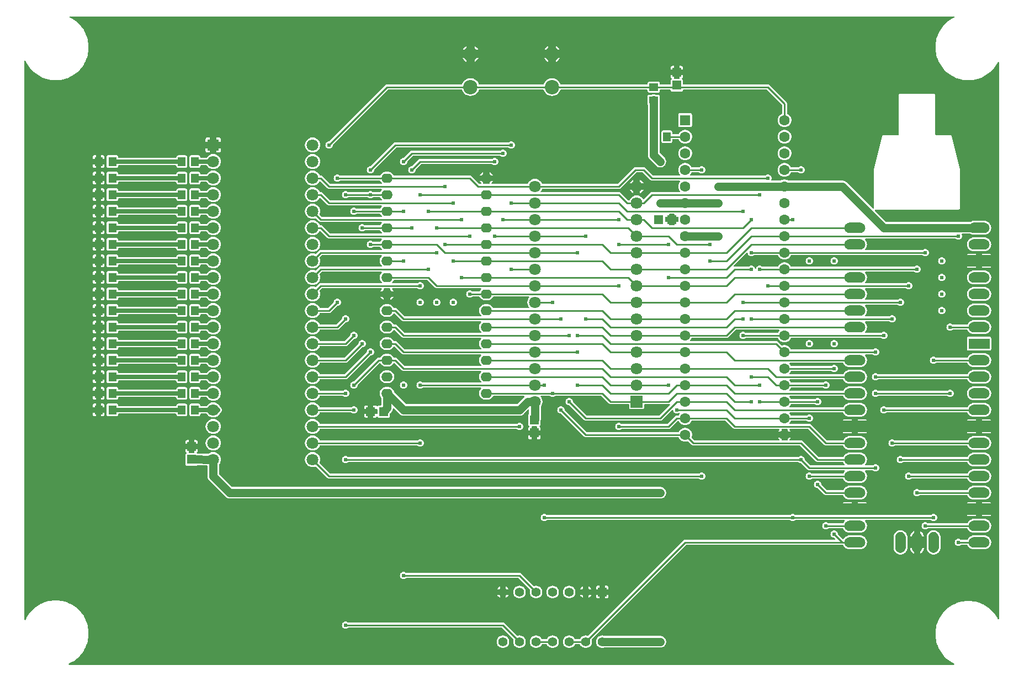
<source format=gtl>
G04 Layer: TopLayer*
G04 EasyEDA v6.5.20, 2022-11-28 03:27:33*
G04 a67cddfb3fce44daa9051d46cbbcc19f,10*
G04 Gerber Generator version 0.2*
G04 Scale: 100 percent, Rotated: No, Reflected: No *
G04 Dimensions in inches *
G04 leading zeros omitted , absolute positions ,3 integer and 6 decimal *
%FSLAX36Y36*%
%MOIN*%

%AMMACRO1*21,1,$1,$2,0,0,$3*%
%AMMACRO2*4,1,4,-0.063,-0.0315,-0.063,0.0315,0.063,0.0315,0.063,-0.0315,-0.063,-0.0315,0*%
%ADD10C,0.0100*%
%ADD11C,0.0250*%
%ADD12C,0.0500*%
%ADD13MACRO1,0.0531X0.0555X90.0000*%
%ADD14MACRO1,0.0531X0.0555X-90.0000*%
%ADD15MACRO1,0.0532X0.0555X0.0000*%
%ADD16R,0.0532X0.0555*%
%ADD17R,0.0512X0.0551*%
%ADD18MACRO1,0.0542X0.0446X-90.0000*%
%ADD19MACRO2*%
%ADD20MACRO1,0.0542X0.0446X0.0000*%
%ADD21R,0.0542X0.0446*%
%ADD22C,0.0866*%
%ADD23R,0.0550X0.0550*%
%ADD24C,0.0550*%
%ADD25C,0.0630*%
%ADD26R,0.0630X0.0630*%
%ADD27O,0.068898X0.055118*%
%ADD28C,0.0709*%
%ADD29MACRO1,0.0708X0.0708X90.0000*%
%ADD30R,0.0709X0.0709*%
%ADD31C,0.0240*%
%ADD32C,0.0118*%

%LPD*%
G36*
X280980Y10200D02*
G01*
X279460Y10500D01*
X278180Y11339D01*
X277300Y12600D01*
X276980Y14120D01*
X277240Y15620D01*
X278040Y16940D01*
X279300Y17840D01*
X287560Y21640D01*
X298360Y27440D01*
X308780Y33920D01*
X318780Y41000D01*
X328320Y48700D01*
X337380Y56980D01*
X345900Y65780D01*
X353880Y75100D01*
X361240Y84900D01*
X368000Y95140D01*
X374120Y105760D01*
X379580Y116760D01*
X384340Y128059D01*
X388380Y139620D01*
X391719Y151420D01*
X394320Y163400D01*
X396180Y175520D01*
X397280Y187740D01*
X397640Y199980D01*
X397280Y212260D01*
X396180Y224480D01*
X394320Y236600D01*
X391719Y248580D01*
X388380Y260380D01*
X384340Y271940D01*
X379580Y283240D01*
X374120Y294240D01*
X368000Y304860D01*
X361240Y315100D01*
X353880Y324900D01*
X345900Y334219D01*
X337380Y343020D01*
X328320Y351300D01*
X318780Y359000D01*
X308780Y366079D01*
X298360Y372560D01*
X287560Y378360D01*
X276420Y383500D01*
X264980Y387920D01*
X253299Y391659D01*
X241420Y394640D01*
X229360Y396900D01*
X217180Y398420D01*
X204940Y399159D01*
X192680Y399159D01*
X180440Y398420D01*
X168280Y396900D01*
X156220Y394640D01*
X144340Y391659D01*
X132660Y387920D01*
X121220Y383500D01*
X110079Y378360D01*
X99280Y372560D01*
X88859Y366079D01*
X78860Y359000D01*
X69320Y351300D01*
X60260Y343020D01*
X51740Y334219D01*
X43760Y324900D01*
X36380Y315100D01*
X29620Y304860D01*
X23520Y294240D01*
X18060Y283240D01*
X17020Y281540D01*
X15720Y280680D01*
X14180Y280380D01*
X12660Y280680D01*
X11359Y281560D01*
X10500Y282860D01*
X10200Y284380D01*
X10200Y3655779D01*
X10500Y3657300D01*
X11359Y3658600D01*
X12660Y3659460D01*
X14180Y3659780D01*
X15720Y3659480D01*
X17020Y3658620D01*
X18060Y3656900D01*
X23520Y3645920D01*
X29620Y3635280D01*
X36380Y3625059D01*
X43760Y3615260D01*
X51740Y3605940D01*
X60260Y3597120D01*
X69320Y3588860D01*
X78860Y3581160D01*
X88859Y3574060D01*
X99280Y3567600D01*
X110079Y3561780D01*
X121220Y3556660D01*
X132660Y3552220D01*
X144340Y3548500D01*
X156220Y3545500D01*
X168280Y3543240D01*
X180440Y3541740D01*
X192680Y3540980D01*
X204940Y3540980D01*
X217180Y3541740D01*
X229360Y3543240D01*
X241420Y3545500D01*
X253299Y3548500D01*
X264980Y3552220D01*
X276420Y3556660D01*
X287560Y3561780D01*
X298360Y3567600D01*
X308780Y3574060D01*
X318780Y3581160D01*
X328320Y3588860D01*
X337380Y3597120D01*
X345900Y3605940D01*
X353880Y3615260D01*
X361240Y3625059D01*
X368000Y3635280D01*
X374120Y3645920D01*
X379580Y3656900D01*
X384340Y3668200D01*
X388380Y3679780D01*
X391719Y3691580D01*
X394320Y3703560D01*
X396180Y3715680D01*
X397280Y3727900D01*
X397640Y3740140D01*
X397280Y3752400D01*
X396180Y3764620D01*
X394320Y3776740D01*
X391719Y3788720D01*
X388380Y3800520D01*
X384340Y3812100D01*
X379580Y3823399D01*
X374120Y3834380D01*
X368000Y3845020D01*
X361240Y3855240D01*
X353880Y3865040D01*
X345900Y3874360D01*
X337380Y3883180D01*
X328320Y3891440D01*
X318780Y3899140D01*
X308780Y3906240D01*
X298360Y3912700D01*
X287560Y3918519D01*
X286140Y3919160D01*
X284880Y3920059D01*
X284080Y3921380D01*
X283800Y3922880D01*
X284140Y3924400D01*
X285020Y3925659D01*
X286300Y3926500D01*
X287800Y3926800D01*
X5621640Y3926800D01*
X5623140Y3926500D01*
X5624420Y3925659D01*
X5625300Y3924400D01*
X5625620Y3922880D01*
X5625359Y3921380D01*
X5624560Y3920059D01*
X5623300Y3919160D01*
X5621880Y3918519D01*
X5611079Y3912700D01*
X5600660Y3906240D01*
X5590660Y3899140D01*
X5581120Y3891440D01*
X5572060Y3883180D01*
X5563540Y3874360D01*
X5555560Y3865040D01*
X5548180Y3855240D01*
X5541420Y3845020D01*
X5535320Y3834380D01*
X5529860Y3823399D01*
X5525100Y3812100D01*
X5521040Y3800520D01*
X5517720Y3788720D01*
X5515119Y3776740D01*
X5513260Y3764620D01*
X5512160Y3752400D01*
X5511799Y3740160D01*
X5512160Y3727900D01*
X5513260Y3715680D01*
X5515119Y3703560D01*
X5517720Y3691580D01*
X5521040Y3679780D01*
X5525100Y3668200D01*
X5529860Y3656900D01*
X5535320Y3645920D01*
X5541420Y3635280D01*
X5548180Y3625059D01*
X5555560Y3615260D01*
X5563540Y3605940D01*
X5572060Y3597120D01*
X5581120Y3588860D01*
X5590660Y3581160D01*
X5600660Y3574060D01*
X5611079Y3567600D01*
X5621880Y3561780D01*
X5633020Y3556660D01*
X5644460Y3552220D01*
X5656140Y3548500D01*
X5668020Y3545500D01*
X5680080Y3543240D01*
X5692240Y3541740D01*
X5704480Y3540980D01*
X5716740Y3540980D01*
X5728980Y3541740D01*
X5741160Y3543240D01*
X5753220Y3545500D01*
X5765100Y3548500D01*
X5776780Y3552220D01*
X5788220Y3556660D01*
X5799360Y3561780D01*
X5810160Y3567600D01*
X5820580Y3574060D01*
X5830580Y3581160D01*
X5840119Y3588860D01*
X5849180Y3597120D01*
X5857700Y3605940D01*
X5865680Y3615260D01*
X5873040Y3625059D01*
X5879800Y3635280D01*
X5885920Y3645920D01*
X5887720Y3649540D01*
X5888840Y3650899D01*
X5890440Y3651660D01*
X5892220Y3651640D01*
X5893800Y3650880D01*
X5894900Y3649480D01*
X5895300Y3647760D01*
X5895300Y289240D01*
X5894900Y287520D01*
X5893800Y286120D01*
X5892220Y285360D01*
X5890440Y285340D01*
X5888840Y286100D01*
X5887720Y287460D01*
X5885920Y291080D01*
X5879800Y301720D01*
X5873040Y311940D01*
X5865680Y321740D01*
X5857700Y331060D01*
X5849180Y339880D01*
X5840119Y348140D01*
X5830580Y355840D01*
X5820580Y362939D01*
X5810160Y369400D01*
X5799360Y375220D01*
X5788220Y380340D01*
X5776780Y384780D01*
X5765100Y388500D01*
X5753220Y391500D01*
X5741160Y393760D01*
X5728980Y395260D01*
X5716740Y396019D01*
X5704480Y396019D01*
X5692240Y395260D01*
X5680080Y393760D01*
X5668020Y391500D01*
X5656140Y388500D01*
X5644460Y384780D01*
X5633020Y380340D01*
X5621880Y375220D01*
X5611079Y369400D01*
X5600660Y362939D01*
X5590660Y355840D01*
X5581120Y348140D01*
X5572060Y339880D01*
X5563540Y331060D01*
X5555560Y321740D01*
X5548180Y311940D01*
X5541420Y301720D01*
X5535320Y291080D01*
X5529860Y280100D01*
X5525100Y268800D01*
X5521040Y257220D01*
X5517720Y245420D01*
X5515119Y233440D01*
X5513260Y221320D01*
X5512160Y209100D01*
X5511799Y196860D01*
X5512160Y184600D01*
X5513260Y172380D01*
X5515119Y160260D01*
X5517720Y148280D01*
X5521040Y136480D01*
X5525100Y124900D01*
X5529860Y113600D01*
X5535320Y102620D01*
X5541420Y91980D01*
X5548180Y81760D01*
X5555560Y71960D01*
X5563540Y62640D01*
X5572060Y53820D01*
X5581120Y45560D01*
X5590660Y37860D01*
X5600660Y30760D01*
X5611079Y24300D01*
X5621880Y18480D01*
X5623300Y17840D01*
X5624560Y16940D01*
X5625359Y15620D01*
X5625620Y14120D01*
X5625300Y12600D01*
X5624420Y11339D01*
X5623140Y10500D01*
X5621640Y10200D01*
G37*

%LPC*%
G36*
X3220260Y3724160D02*
G01*
X3243820Y3724160D01*
X3240800Y3729400D01*
X3237080Y3734380D01*
X3232820Y3738920D01*
X3228039Y3742919D01*
X3222860Y3746340D01*
X3220260Y3747640D01*
G37*
G36*
X3097420Y112400D02*
G01*
X3102580Y112400D01*
X3107660Y113100D01*
X3112620Y114480D01*
X3117340Y116540D01*
X3121740Y119200D01*
X3125720Y122460D01*
X3129240Y126220D01*
X3132200Y130420D01*
X3133360Y132640D01*
X3134240Y133780D01*
X3135480Y134540D01*
X3136900Y134800D01*
X3163100Y134800D01*
X3164520Y134540D01*
X3165760Y133780D01*
X3166640Y132640D01*
X3167799Y130420D01*
X3170760Y126220D01*
X3174280Y122460D01*
X3178260Y119200D01*
X3182660Y116540D01*
X3187380Y114480D01*
X3192340Y113100D01*
X3197420Y112400D01*
X3202580Y112400D01*
X3207660Y113100D01*
X3212620Y114480D01*
X3217340Y116540D01*
X3221740Y119200D01*
X3225720Y122460D01*
X3229240Y126220D01*
X3232200Y130420D01*
X3234580Y134980D01*
X3236300Y139840D01*
X3237340Y144860D01*
X3237700Y150000D01*
X3237340Y155140D01*
X3236300Y160159D01*
X3234580Y165020D01*
X3232200Y169579D01*
X3229240Y173780D01*
X3225720Y177540D01*
X3221740Y180799D01*
X3217340Y183460D01*
X3212620Y185520D01*
X3207660Y186900D01*
X3202580Y187600D01*
X3197420Y187600D01*
X3192340Y186900D01*
X3187380Y185520D01*
X3182660Y183460D01*
X3178260Y180799D01*
X3174280Y177540D01*
X3170760Y173780D01*
X3167799Y169579D01*
X3166640Y167360D01*
X3165760Y166220D01*
X3164520Y165460D01*
X3163100Y165200D01*
X3136900Y165200D01*
X3135480Y165460D01*
X3134240Y166220D01*
X3133360Y167360D01*
X3132200Y169579D01*
X3129240Y173780D01*
X3125720Y177540D01*
X3121740Y180799D01*
X3117340Y183460D01*
X3112620Y185520D01*
X3107660Y186900D01*
X3102580Y187600D01*
X3097420Y187600D01*
X3092340Y186900D01*
X3087380Y185520D01*
X3082660Y183460D01*
X3078260Y180799D01*
X3074280Y177540D01*
X3070760Y173780D01*
X3067799Y169579D01*
X3065419Y165020D01*
X3063700Y160159D01*
X3062660Y155140D01*
X3062300Y150000D01*
X3062660Y144860D01*
X3063700Y139840D01*
X3065419Y134980D01*
X3067799Y130420D01*
X3070760Y126220D01*
X3074280Y122460D01*
X3078260Y119200D01*
X3082660Y116540D01*
X3087380Y114480D01*
X3092340Y113100D01*
G37*
G36*
X2656180Y3724160D02*
G01*
X2679740Y3724160D01*
X2679740Y3747640D01*
X2677140Y3746340D01*
X2671960Y3742919D01*
X2667180Y3738920D01*
X2662919Y3734380D01*
X2659200Y3729400D01*
G37*
G36*
X3497420Y112400D02*
G01*
X3502580Y112400D01*
X3507660Y113100D01*
X3513080Y114640D01*
X3514180Y114800D01*
X3849860Y114800D01*
X3855000Y115160D01*
X3859920Y116240D01*
X3864620Y118000D01*
X3869020Y120399D01*
X3873039Y123400D01*
X3876600Y126960D01*
X3879600Y130980D01*
X3882000Y135380D01*
X3883759Y140080D01*
X3884840Y145000D01*
X3885179Y150000D01*
X3884840Y155000D01*
X3883759Y159920D01*
X3882000Y164620D01*
X3879600Y169020D01*
X3876600Y173039D01*
X3873039Y176600D01*
X3869020Y179600D01*
X3864620Y182000D01*
X3859920Y183760D01*
X3855000Y184840D01*
X3849860Y185200D01*
X3514180Y185200D01*
X3513080Y185360D01*
X3507660Y186900D01*
X3502580Y187600D01*
X3497420Y187600D01*
X3492340Y186900D01*
X3487380Y185520D01*
X3482660Y183460D01*
X3478260Y180799D01*
X3474280Y177540D01*
X3470760Y173780D01*
X3467799Y169579D01*
X3465419Y165020D01*
X3463700Y160159D01*
X3462660Y155140D01*
X3462300Y150000D01*
X3462660Y144860D01*
X3463700Y139840D01*
X3465419Y134980D01*
X3467799Y130420D01*
X3470760Y126220D01*
X3474280Y122460D01*
X3478260Y119200D01*
X3482660Y116540D01*
X3487380Y114480D01*
X3492340Y113100D01*
G37*
G36*
X2997420Y112400D02*
G01*
X3002580Y112400D01*
X3007660Y113100D01*
X3012620Y114480D01*
X3017340Y116540D01*
X3021740Y119200D01*
X3025720Y122460D01*
X3029240Y126220D01*
X3032200Y130420D01*
X3034580Y134980D01*
X3036300Y139840D01*
X3037340Y144860D01*
X3037700Y150000D01*
X3037340Y155140D01*
X3036300Y160159D01*
X3034580Y165020D01*
X3032200Y169579D01*
X3029240Y173780D01*
X3025720Y177540D01*
X3021740Y180799D01*
X3017340Y183460D01*
X3012620Y185520D01*
X3007660Y186900D01*
X3002580Y187600D01*
X2997420Y187600D01*
X2992340Y186900D01*
X2988540Y185840D01*
X2987140Y185700D01*
X2985779Y186060D01*
X2984640Y186860D01*
X2910880Y260600D01*
X2908440Y262620D01*
X2905800Y264020D01*
X2902960Y264880D01*
X2899800Y265200D01*
X1967720Y265200D01*
X1966180Y265500D01*
X1964880Y266380D01*
X1964259Y267000D01*
X1961100Y269220D01*
X1957580Y270840D01*
X1953860Y271840D01*
X1950000Y272180D01*
X1946140Y271840D01*
X1942420Y270840D01*
X1938899Y269220D01*
X1935740Y267000D01*
X1933000Y264260D01*
X1930780Y261100D01*
X1929160Y257580D01*
X1928160Y253860D01*
X1927820Y250000D01*
X1928160Y246140D01*
X1929160Y242420D01*
X1930780Y238900D01*
X1933000Y235740D01*
X1935740Y233000D01*
X1938899Y230780D01*
X1942420Y229160D01*
X1946140Y228160D01*
X1950000Y227820D01*
X1953860Y228160D01*
X1957580Y229160D01*
X1961100Y230780D01*
X1964259Y233000D01*
X1964880Y233619D01*
X1966180Y234500D01*
X1967720Y234800D01*
X2892040Y234800D01*
X2893580Y234500D01*
X2894880Y233619D01*
X2963140Y165380D01*
X2963980Y164140D01*
X2964300Y162680D01*
X2964080Y161200D01*
X2963700Y160159D01*
X2962660Y155140D01*
X2962300Y150000D01*
X2962660Y144860D01*
X2963700Y139840D01*
X2965419Y134980D01*
X2967799Y130420D01*
X2970760Y126220D01*
X2974280Y122460D01*
X2978260Y119200D01*
X2982660Y116540D01*
X2987380Y114480D01*
X2992340Y113100D01*
G37*
G36*
X3297420Y112400D02*
G01*
X3302580Y112400D01*
X3307660Y113100D01*
X3312620Y114480D01*
X3317340Y116540D01*
X3321740Y119200D01*
X3325720Y122460D01*
X3329240Y126220D01*
X3332200Y130420D01*
X3333360Y132640D01*
X3334240Y133780D01*
X3335480Y134540D01*
X3336900Y134800D01*
X3363100Y134800D01*
X3364520Y134540D01*
X3365760Y133780D01*
X3366640Y132640D01*
X3367799Y130420D01*
X3370760Y126220D01*
X3374280Y122460D01*
X3378260Y119200D01*
X3382660Y116540D01*
X3387380Y114480D01*
X3392340Y113100D01*
X3397420Y112400D01*
X3402580Y112400D01*
X3407660Y113100D01*
X3412620Y114480D01*
X3417340Y116540D01*
X3421740Y119200D01*
X3425720Y122460D01*
X3429240Y126220D01*
X3432200Y130420D01*
X3434580Y134980D01*
X3436300Y139840D01*
X3437340Y144860D01*
X3437700Y150000D01*
X3437340Y155140D01*
X3436300Y160159D01*
X3435920Y161200D01*
X3435700Y162680D01*
X3436019Y164140D01*
X3436860Y165380D01*
X4005120Y733620D01*
X4006420Y734500D01*
X4007960Y734800D01*
X4952100Y734800D01*
X4953560Y734520D01*
X4954800Y733740D01*
X4955700Y732560D01*
X4956980Y729940D01*
X4958780Y726940D01*
X4959640Y725699D01*
X4962800Y721820D01*
X4965320Y719300D01*
X4966420Y718340D01*
X4969220Y716140D01*
X4970440Y715280D01*
X4973500Y713439D01*
X4974800Y712760D01*
X4978040Y711300D01*
X4979420Y710780D01*
X4982820Y709720D01*
X4984260Y709360D01*
X4987760Y708720D01*
X4989200Y708560D01*
X4993620Y708300D01*
X5056380Y708300D01*
X5060800Y708560D01*
X5062240Y708720D01*
X5065740Y709360D01*
X5067160Y709720D01*
X5070580Y710780D01*
X5071980Y711300D01*
X5075220Y712760D01*
X5076500Y713439D01*
X5079560Y715280D01*
X5080780Y716140D01*
X5083580Y718340D01*
X5084680Y719300D01*
X5087200Y721820D01*
X5088160Y722920D01*
X5090360Y725720D01*
X5091200Y726919D01*
X5093040Y729960D01*
X5093740Y731280D01*
X5095200Y734539D01*
X5095720Y735920D01*
X5096780Y739320D01*
X5097140Y740759D01*
X5097780Y744280D01*
X5098160Y749260D01*
X5098160Y750740D01*
X5097940Y754300D01*
X5097780Y755740D01*
X5097140Y759240D01*
X5096780Y760680D01*
X5095720Y764080D01*
X5095200Y765460D01*
X5093740Y768720D01*
X5093040Y770040D01*
X5091200Y773080D01*
X5090380Y774280D01*
X5088180Y777080D01*
X5087200Y778180D01*
X5084680Y780699D01*
X5083580Y781680D01*
X5080780Y783880D01*
X5079560Y784720D01*
X5076500Y786560D01*
X5075220Y787240D01*
X5071980Y788700D01*
X5070580Y789220D01*
X5067160Y790280D01*
X5065760Y790639D01*
X5062260Y791280D01*
X5060800Y791460D01*
X5056380Y791700D01*
X4993620Y791700D01*
X4989200Y791460D01*
X4987740Y791280D01*
X4984240Y790639D01*
X4982820Y790280D01*
X4979420Y789220D01*
X4978040Y788700D01*
X4974800Y787240D01*
X4973500Y786560D01*
X4970440Y784720D01*
X4969220Y783880D01*
X4966420Y781680D01*
X4965320Y780699D01*
X4962800Y778180D01*
X4961820Y777080D01*
X4959620Y774280D01*
X4958780Y773060D01*
X4957540Y770980D01*
X4956580Y769900D01*
X4955300Y769220D01*
X4953860Y769060D01*
X4952460Y769400D01*
X4951280Y770220D01*
X4923280Y798220D01*
X4922480Y799360D01*
X4922120Y800699D01*
X4921840Y803860D01*
X4920840Y807580D01*
X4919220Y811100D01*
X4917000Y814260D01*
X4914260Y817000D01*
X4911100Y819220D01*
X4907580Y820840D01*
X4903860Y821840D01*
X4900000Y822180D01*
X4896140Y821840D01*
X4892420Y820840D01*
X4888900Y819220D01*
X4885740Y817000D01*
X4883000Y814260D01*
X4880780Y811100D01*
X4879160Y807580D01*
X4878160Y803860D01*
X4877820Y800000D01*
X4878160Y796140D01*
X4879160Y792420D01*
X4880780Y788900D01*
X4883000Y785740D01*
X4885740Y783000D01*
X4888900Y780780D01*
X4892420Y779160D01*
X4896140Y778160D01*
X4899300Y777880D01*
X4900640Y777520D01*
X4901780Y776720D01*
X4906480Y772020D01*
X4907340Y770740D01*
X4907640Y769200D01*
X4907340Y767660D01*
X4906480Y766380D01*
X4905180Y765500D01*
X4903640Y765200D01*
X4000200Y765200D01*
X3997040Y764880D01*
X3994200Y764020D01*
X3991560Y762620D01*
X3989120Y760600D01*
X3415360Y186860D01*
X3414220Y186060D01*
X3412860Y185700D01*
X3411460Y185840D01*
X3407660Y186900D01*
X3402580Y187600D01*
X3397420Y187600D01*
X3392340Y186900D01*
X3387380Y185520D01*
X3382660Y183460D01*
X3378260Y180799D01*
X3374280Y177540D01*
X3370760Y173780D01*
X3367799Y169579D01*
X3366640Y167360D01*
X3365760Y166220D01*
X3364520Y165460D01*
X3363100Y165200D01*
X3336900Y165200D01*
X3335480Y165460D01*
X3334240Y166220D01*
X3333360Y167360D01*
X3332200Y169579D01*
X3329240Y173780D01*
X3325720Y177540D01*
X3321740Y180799D01*
X3317340Y183460D01*
X3312620Y185520D01*
X3307660Y186900D01*
X3302580Y187600D01*
X3297420Y187600D01*
X3292340Y186900D01*
X3287380Y185520D01*
X3282660Y183460D01*
X3278260Y180799D01*
X3274280Y177540D01*
X3270760Y173780D01*
X3267799Y169579D01*
X3265419Y165020D01*
X3263700Y160159D01*
X3262660Y155140D01*
X3262300Y150000D01*
X3262660Y144860D01*
X3263700Y139840D01*
X3265419Y134980D01*
X3267799Y130420D01*
X3270760Y126220D01*
X3274280Y122460D01*
X3278260Y119200D01*
X3282660Y116540D01*
X3287380Y114480D01*
X3292340Y113100D01*
G37*
G36*
X2728060Y3724160D02*
G01*
X2751620Y3724160D01*
X2748600Y3729400D01*
X2744880Y3734380D01*
X2740620Y3738920D01*
X2735840Y3742919D01*
X2730659Y3746340D01*
X2728060Y3747640D01*
G37*
G36*
X3148380Y3724160D02*
G01*
X3171940Y3724160D01*
X3171940Y3747640D01*
X3169340Y3746340D01*
X3164160Y3742919D01*
X3159380Y3738920D01*
X3155120Y3734380D01*
X3151400Y3729400D01*
G37*
G36*
X3171940Y3652360D02*
G01*
X3171940Y3675840D01*
X3148380Y3675840D01*
X3151400Y3670600D01*
X3155120Y3665620D01*
X3159380Y3661080D01*
X3164160Y3657080D01*
X3169340Y3653660D01*
G37*
G36*
X2728060Y3652360D02*
G01*
X2730659Y3653660D01*
X2735840Y3657080D01*
X2740620Y3661080D01*
X2744880Y3665620D01*
X2748600Y3670600D01*
X2751620Y3675840D01*
X2728060Y3675840D01*
G37*
G36*
X3220260Y3652360D02*
G01*
X3222860Y3653660D01*
X3228039Y3657080D01*
X3232820Y3661080D01*
X3237080Y3665620D01*
X3240800Y3670600D01*
X3243820Y3675840D01*
X3220260Y3675840D01*
G37*
G36*
X2679740Y3652360D02*
G01*
X2679740Y3675840D01*
X2656180Y3675840D01*
X2659200Y3670600D01*
X2662919Y3665620D01*
X2667180Y3661080D01*
X2671960Y3657080D01*
X2677140Y3653660D01*
G37*
G36*
X3965779Y3605740D02*
G01*
X3986780Y3605740D01*
X3986780Y3616900D01*
X3986500Y3619400D01*
X3985740Y3621540D01*
X3984520Y3623480D01*
X3982919Y3625080D01*
X3980980Y3626300D01*
X3978840Y3627040D01*
X3976360Y3627320D01*
X3965779Y3627320D01*
G37*
G36*
X3913220Y3605740D02*
G01*
X3934220Y3605740D01*
X3934220Y3627320D01*
X3923639Y3627320D01*
X3921160Y3627040D01*
X3919020Y3626300D01*
X3917080Y3625080D01*
X3915480Y3623480D01*
X3914260Y3621540D01*
X3913500Y3619400D01*
X3913220Y3616900D01*
G37*
G36*
X3516259Y412299D02*
G01*
X3527280Y412299D01*
X3529760Y412580D01*
X3531920Y413340D01*
X3533840Y414540D01*
X3535460Y416160D01*
X3536660Y418080D01*
X3537420Y420240D01*
X3537700Y422720D01*
X3537700Y433740D01*
X3516259Y433740D01*
G37*
G36*
X3472720Y412299D02*
G01*
X3483759Y412299D01*
X3483759Y433740D01*
X3462300Y433740D01*
X3462300Y422720D01*
X3462580Y420240D01*
X3463340Y418080D01*
X3464540Y416160D01*
X3466160Y414540D01*
X3468080Y413340D01*
X3470240Y412580D01*
G37*
G36*
X3197420Y412400D02*
G01*
X3202580Y412400D01*
X3207660Y413100D01*
X3212620Y414480D01*
X3217340Y416540D01*
X3221740Y419200D01*
X3225720Y422460D01*
X3229240Y426220D01*
X3232200Y430420D01*
X3234580Y434980D01*
X3236300Y439840D01*
X3237340Y444860D01*
X3237700Y450000D01*
X3237340Y455140D01*
X3236300Y460160D01*
X3234580Y465020D01*
X3232200Y469580D01*
X3229240Y473780D01*
X3225720Y477540D01*
X3221740Y480800D01*
X3217340Y483459D01*
X3212620Y485520D01*
X3207660Y486900D01*
X3202580Y487600D01*
X3197420Y487600D01*
X3192340Y486900D01*
X3187380Y485520D01*
X3182660Y483459D01*
X3178260Y480800D01*
X3174280Y477540D01*
X3170760Y473780D01*
X3167799Y469580D01*
X3165419Y465020D01*
X3163700Y460160D01*
X3162660Y455140D01*
X3162300Y450000D01*
X3162660Y444860D01*
X3163700Y439840D01*
X3165419Y434980D01*
X3167799Y430420D01*
X3170760Y426220D01*
X3174280Y422460D01*
X3178260Y419200D01*
X3182660Y416540D01*
X3187380Y414480D01*
X3192340Y413100D01*
G37*
G36*
X3297420Y412400D02*
G01*
X3302580Y412400D01*
X3307660Y413100D01*
X3312620Y414480D01*
X3317340Y416540D01*
X3321740Y419200D01*
X3325720Y422460D01*
X3329240Y426220D01*
X3332200Y430420D01*
X3334580Y434980D01*
X3336300Y439840D01*
X3337340Y444860D01*
X3337700Y450000D01*
X3337340Y455140D01*
X3336300Y460160D01*
X3334580Y465020D01*
X3332200Y469580D01*
X3329240Y473780D01*
X3325720Y477540D01*
X3321740Y480800D01*
X3317340Y483459D01*
X3312620Y485520D01*
X3307660Y486900D01*
X3302580Y487600D01*
X3297420Y487600D01*
X3292340Y486900D01*
X3287380Y485520D01*
X3282660Y483459D01*
X3278260Y480800D01*
X3274280Y477540D01*
X3270760Y473780D01*
X3267799Y469580D01*
X3265419Y465020D01*
X3263700Y460160D01*
X3262660Y455140D01*
X3262300Y450000D01*
X3262660Y444860D01*
X3263700Y439840D01*
X3265419Y434980D01*
X3267799Y430420D01*
X3270760Y426220D01*
X3274280Y422460D01*
X3278260Y419200D01*
X3282660Y416540D01*
X3287380Y414480D01*
X3292340Y413100D01*
G37*
G36*
X2997420Y412400D02*
G01*
X3002580Y412400D01*
X3007660Y413100D01*
X3012620Y414480D01*
X3017340Y416540D01*
X3021740Y419200D01*
X3025720Y422460D01*
X3029240Y426220D01*
X3032200Y430420D01*
X3034580Y434980D01*
X3036300Y439840D01*
X3037340Y444860D01*
X3037700Y450000D01*
X3037340Y455140D01*
X3036300Y460160D01*
X3034580Y465020D01*
X3032200Y469580D01*
X3029240Y473780D01*
X3025720Y477540D01*
X3021740Y480800D01*
X3017340Y483459D01*
X3012620Y485520D01*
X3007660Y486900D01*
X3002580Y487600D01*
X2997420Y487600D01*
X2992340Y486900D01*
X2987380Y485520D01*
X2982660Y483459D01*
X2978260Y480800D01*
X2974280Y477540D01*
X2970760Y473780D01*
X2967799Y469580D01*
X2965419Y465020D01*
X2963700Y460160D01*
X2962660Y455140D01*
X2962300Y450000D01*
X2962660Y444860D01*
X2963700Y439840D01*
X2965419Y434980D01*
X2967799Y430420D01*
X2970760Y426220D01*
X2974280Y422460D01*
X2978260Y419200D01*
X2982660Y416540D01*
X2987380Y414480D01*
X2992340Y413100D01*
G37*
G36*
X3097420Y412400D02*
G01*
X3102580Y412400D01*
X3107660Y413100D01*
X3112620Y414480D01*
X3117340Y416540D01*
X3121740Y419200D01*
X3125720Y422460D01*
X3129240Y426220D01*
X3132200Y430420D01*
X3134580Y434980D01*
X3136300Y439840D01*
X3137340Y444860D01*
X3137700Y450000D01*
X3137340Y455140D01*
X3136300Y460160D01*
X3134580Y465020D01*
X3132200Y469580D01*
X3129240Y473780D01*
X3125720Y477540D01*
X3121740Y480800D01*
X3117340Y483459D01*
X3112620Y485520D01*
X3107660Y486900D01*
X3102580Y487600D01*
X3097420Y487600D01*
X3092340Y486900D01*
X3088540Y485840D01*
X3087140Y485700D01*
X3085779Y486060D01*
X3084640Y486860D01*
X3010880Y560600D01*
X3008440Y562620D01*
X3005800Y564020D01*
X3002960Y564880D01*
X2999800Y565200D01*
X2317720Y565200D01*
X2316180Y565500D01*
X2314880Y566380D01*
X2314260Y567000D01*
X2311100Y569220D01*
X2307580Y570840D01*
X2303860Y571840D01*
X2300000Y572180D01*
X2296140Y571840D01*
X2292420Y570840D01*
X2288900Y569220D01*
X2285740Y567000D01*
X2283000Y564260D01*
X2280780Y561100D01*
X2279160Y557580D01*
X2278160Y553860D01*
X2277820Y550000D01*
X2278160Y546140D01*
X2279160Y542420D01*
X2280780Y538900D01*
X2283000Y535740D01*
X2285740Y533000D01*
X2288900Y530780D01*
X2292420Y529160D01*
X2296140Y528160D01*
X2300000Y527820D01*
X2303860Y528160D01*
X2307580Y529160D01*
X2311100Y530780D01*
X2314260Y533000D01*
X2314880Y533620D01*
X2316180Y534500D01*
X2317720Y534800D01*
X2992040Y534800D01*
X2993580Y534500D01*
X2994880Y533620D01*
X3063140Y465379D01*
X3063980Y464140D01*
X3064300Y462680D01*
X3064080Y461200D01*
X3063700Y460160D01*
X3062660Y455140D01*
X3062300Y450000D01*
X3062660Y444860D01*
X3063700Y439840D01*
X3065419Y434980D01*
X3067799Y430420D01*
X3070760Y426220D01*
X3074280Y422460D01*
X3078260Y419200D01*
X3082660Y416540D01*
X3087380Y414480D01*
X3092340Y413100D01*
G37*
G36*
X3383759Y416060D02*
G01*
X3383759Y433740D01*
X3366060Y433740D01*
X3367799Y430420D01*
X3370760Y426220D01*
X3374280Y422460D01*
X3378260Y419200D01*
X3382660Y416540D01*
G37*
G36*
X3416259Y416060D02*
G01*
X3417340Y416540D01*
X3421740Y419200D01*
X3425720Y422460D01*
X3429240Y426220D01*
X3432200Y430420D01*
X3433940Y433740D01*
X3416259Y433740D01*
G37*
G36*
X2916259Y416060D02*
G01*
X2917340Y416540D01*
X2921740Y419200D01*
X2925720Y422460D01*
X2929240Y426220D01*
X2932200Y430420D01*
X2933940Y433740D01*
X2916259Y433740D01*
G37*
G36*
X2883759Y416060D02*
G01*
X2883759Y433740D01*
X2866060Y433740D01*
X2867799Y430420D01*
X2870760Y426220D01*
X2874280Y422460D01*
X2878260Y419200D01*
X2882660Y416540D01*
G37*
G36*
X3366060Y466240D02*
G01*
X3383759Y466240D01*
X3383759Y483940D01*
X3382660Y483459D01*
X3378260Y480800D01*
X3374280Y477540D01*
X3370760Y473780D01*
X3367799Y469580D01*
G37*
G36*
X3416259Y466240D02*
G01*
X3433940Y466240D01*
X3432200Y469580D01*
X3429240Y473780D01*
X3425720Y477540D01*
X3421740Y480800D01*
X3417340Y483459D01*
X3416259Y483940D01*
G37*
G36*
X2916259Y466240D02*
G01*
X2933940Y466240D01*
X2932200Y469580D01*
X2929240Y473780D01*
X2925720Y477540D01*
X2921740Y480800D01*
X2917340Y483459D01*
X2916259Y483940D01*
G37*
G36*
X2866060Y466240D02*
G01*
X2883759Y466240D01*
X2883759Y483940D01*
X2882660Y483459D01*
X2878260Y480800D01*
X2874280Y477540D01*
X2870760Y473780D01*
X2867799Y469580D01*
G37*
G36*
X3462300Y466240D02*
G01*
X3483759Y466240D01*
X3483759Y487700D01*
X3472720Y487700D01*
X3470240Y487420D01*
X3468080Y486659D01*
X3466160Y485460D01*
X3464540Y483840D01*
X3463340Y481920D01*
X3462580Y479760D01*
X3462300Y477280D01*
G37*
G36*
X3516259Y466240D02*
G01*
X3537700Y466240D01*
X3537700Y477280D01*
X3537420Y479760D01*
X3536660Y481920D01*
X3535460Y483840D01*
X3533840Y485460D01*
X3531920Y486659D01*
X3529760Y487420D01*
X3527280Y487700D01*
X3516259Y487700D01*
G37*
G36*
X3968720Y3258300D02*
G01*
X4031280Y3258300D01*
X4033759Y3258580D01*
X4035920Y3259340D01*
X4037840Y3260539D01*
X4039460Y3262160D01*
X4040659Y3264080D01*
X4041420Y3266240D01*
X4041700Y3268720D01*
X4041700Y3331280D01*
X4041420Y3333759D01*
X4040659Y3335920D01*
X4039460Y3337840D01*
X4037840Y3339460D01*
X4035920Y3340659D01*
X4033759Y3341420D01*
X4031280Y3341700D01*
X3968720Y3341700D01*
X3966240Y3341420D01*
X3964080Y3340659D01*
X3962160Y3339460D01*
X3960539Y3337840D01*
X3959340Y3335920D01*
X3958580Y3333759D01*
X3958300Y3331280D01*
X3958300Y3268720D01*
X3958580Y3266240D01*
X3959340Y3264080D01*
X3960539Y3262160D01*
X3962160Y3260539D01*
X3964080Y3259340D01*
X3966240Y3258580D01*
G37*
G36*
X1170220Y3170220D02*
G01*
X1195640Y3170220D01*
X1195640Y3185200D01*
X1195360Y3187700D01*
X1194600Y3189840D01*
X1193380Y3191780D01*
X1191780Y3193380D01*
X1189840Y3194600D01*
X1187700Y3195360D01*
X1185200Y3195640D01*
X1170220Y3195640D01*
G37*
G36*
X5299260Y676840D02*
G01*
X5300740Y676840D01*
X5304299Y677060D01*
X5305780Y677240D01*
X5309280Y677880D01*
X5310680Y678220D01*
X5314080Y679280D01*
X5315460Y679800D01*
X5318720Y681260D01*
X5320040Y681960D01*
X5323080Y683800D01*
X5324260Y684620D01*
X5327060Y686820D01*
X5328180Y687800D01*
X5330700Y690320D01*
X5331680Y691420D01*
X5333880Y694220D01*
X5334720Y695440D01*
X5336559Y698500D01*
X5337240Y699800D01*
X5338700Y703040D01*
X5339220Y704419D01*
X5340280Y707820D01*
X5340640Y709240D01*
X5341280Y712740D01*
X5341460Y714200D01*
X5341700Y718620D01*
X5341700Y781380D01*
X5341460Y785800D01*
X5341280Y787260D01*
X5340640Y790759D01*
X5340280Y792180D01*
X5339220Y795580D01*
X5338700Y796979D01*
X5337240Y800220D01*
X5336559Y801500D01*
X5334720Y804560D01*
X5333880Y805780D01*
X5331680Y808580D01*
X5330700Y809680D01*
X5328180Y812200D01*
X5327080Y813180D01*
X5324280Y815380D01*
X5323080Y816200D01*
X5320040Y818040D01*
X5318720Y818740D01*
X5315460Y820200D01*
X5314080Y820720D01*
X5310680Y821780D01*
X5309240Y822140D01*
X5305740Y822780D01*
X5304299Y822940D01*
X5300740Y823160D01*
X5299260Y823160D01*
X5295700Y822940D01*
X5294260Y822780D01*
X5290760Y822140D01*
X5289320Y821780D01*
X5285920Y820720D01*
X5284539Y820200D01*
X5281280Y818740D01*
X5279960Y818040D01*
X5276920Y816200D01*
X5275720Y815380D01*
X5272920Y813180D01*
X5271799Y812180D01*
X5269280Y809659D01*
X5268339Y808600D01*
X5266140Y805780D01*
X5265280Y804560D01*
X5263440Y801500D01*
X5262760Y800220D01*
X5261300Y796979D01*
X5260780Y795580D01*
X5259720Y792180D01*
X5259360Y790759D01*
X5258720Y787260D01*
X5258540Y785800D01*
X5258300Y781380D01*
X5258300Y718620D01*
X5258540Y714200D01*
X5258720Y712740D01*
X5259360Y709240D01*
X5259720Y707820D01*
X5260780Y704419D01*
X5261300Y703040D01*
X5262760Y699800D01*
X5263440Y698500D01*
X5265280Y695440D01*
X5266140Y694220D01*
X5268339Y691400D01*
X5269280Y690340D01*
X5271799Y687820D01*
X5272940Y686820D01*
X5275740Y684620D01*
X5276920Y683800D01*
X5279960Y681960D01*
X5281280Y681260D01*
X5284539Y679800D01*
X5285920Y679280D01*
X5289320Y678220D01*
X5290720Y677880D01*
X5294220Y677240D01*
X5295700Y677060D01*
G37*
G36*
X5499260Y676840D02*
G01*
X5500740Y676840D01*
X5504299Y677060D01*
X5505780Y677240D01*
X5509280Y677880D01*
X5510680Y678220D01*
X5514080Y679280D01*
X5515460Y679800D01*
X5518720Y681260D01*
X5520040Y681960D01*
X5523080Y683800D01*
X5524260Y684620D01*
X5527060Y686820D01*
X5528200Y687820D01*
X5530720Y690340D01*
X5531660Y691400D01*
X5533860Y694220D01*
X5534720Y695440D01*
X5536559Y698500D01*
X5537240Y699800D01*
X5538700Y703040D01*
X5539220Y704419D01*
X5540280Y707820D01*
X5540640Y709240D01*
X5541280Y712740D01*
X5541460Y714200D01*
X5541700Y718620D01*
X5541700Y781380D01*
X5541460Y785800D01*
X5541280Y787260D01*
X5540640Y790759D01*
X5540280Y792180D01*
X5539220Y795580D01*
X5538700Y796979D01*
X5537240Y800220D01*
X5536559Y801500D01*
X5534720Y804560D01*
X5533860Y805780D01*
X5531660Y808600D01*
X5530720Y809659D01*
X5528200Y812180D01*
X5527080Y813180D01*
X5524280Y815380D01*
X5523080Y816200D01*
X5520040Y818040D01*
X5518720Y818740D01*
X5515460Y820200D01*
X5514080Y820720D01*
X5510680Y821780D01*
X5509240Y822140D01*
X5505740Y822780D01*
X5504299Y822940D01*
X5500740Y823160D01*
X5499260Y823160D01*
X5495700Y822940D01*
X5494260Y822780D01*
X5490760Y822140D01*
X5489320Y821780D01*
X5485920Y820720D01*
X5484539Y820200D01*
X5481280Y818740D01*
X5479960Y818040D01*
X5476920Y816200D01*
X5475720Y815380D01*
X5472920Y813180D01*
X5471820Y812200D01*
X5469299Y809680D01*
X5468320Y808580D01*
X5466120Y805780D01*
X5465280Y804560D01*
X5463440Y801500D01*
X5462760Y800220D01*
X5461300Y796979D01*
X5460780Y795580D01*
X5459720Y792180D01*
X5459360Y790759D01*
X5458720Y787260D01*
X5458540Y785800D01*
X5458300Y781380D01*
X5458300Y718620D01*
X5458540Y714200D01*
X5458720Y712740D01*
X5459360Y709240D01*
X5459720Y707820D01*
X5460780Y704419D01*
X5461300Y703040D01*
X5462760Y699800D01*
X5463440Y698500D01*
X5465280Y695440D01*
X5466120Y694220D01*
X5468320Y691420D01*
X5469299Y690320D01*
X5471820Y687800D01*
X5472940Y686820D01*
X5475740Y684620D01*
X5476920Y683800D01*
X5479960Y681960D01*
X5481280Y681260D01*
X5484539Y679800D01*
X5485920Y679280D01*
X5489320Y678220D01*
X5490720Y677880D01*
X5494220Y677240D01*
X5495700Y677060D01*
G37*
G36*
X5418260Y681060D02*
G01*
X5420040Y681960D01*
X5423080Y683800D01*
X5424260Y684620D01*
X5427060Y686820D01*
X5428180Y687800D01*
X5430700Y690320D01*
X5431680Y691420D01*
X5433880Y694220D01*
X5434720Y695440D01*
X5436559Y698500D01*
X5437240Y699800D01*
X5438700Y703040D01*
X5439220Y704419D01*
X5440280Y707820D01*
X5440640Y709240D01*
X5441280Y712740D01*
X5441559Y716000D01*
X5418260Y716000D01*
G37*
G36*
X5381760Y681060D02*
G01*
X5381760Y716000D01*
X5358440Y716000D01*
X5358720Y712740D01*
X5359360Y709240D01*
X5359720Y707820D01*
X5360780Y704419D01*
X5361300Y703040D01*
X5362760Y699800D01*
X5363440Y698500D01*
X5365280Y695440D01*
X5366120Y694220D01*
X5368320Y691420D01*
X5369299Y690320D01*
X5371820Y687800D01*
X5372940Y686820D01*
X5375740Y684620D01*
X5376920Y683800D01*
X5379960Y681960D01*
G37*
G36*
X5743620Y708300D02*
G01*
X5806380Y708300D01*
X5810800Y708560D01*
X5812240Y708720D01*
X5815740Y709360D01*
X5817180Y709720D01*
X5820580Y710780D01*
X5821960Y711300D01*
X5825200Y712760D01*
X5826500Y713439D01*
X5829560Y715280D01*
X5830780Y716140D01*
X5833579Y718340D01*
X5834680Y719300D01*
X5837200Y721820D01*
X5840359Y725699D01*
X5841220Y726940D01*
X5843060Y729980D01*
X5843740Y731280D01*
X5845200Y734539D01*
X5845700Y735879D01*
X5846780Y739280D01*
X5847140Y740759D01*
X5847780Y744280D01*
X5848160Y749260D01*
X5848160Y750740D01*
X5847940Y754300D01*
X5847780Y755740D01*
X5847140Y759240D01*
X5846780Y760720D01*
X5845700Y764120D01*
X5845200Y765460D01*
X5843740Y768720D01*
X5843060Y770020D01*
X5841220Y773060D01*
X5840380Y774280D01*
X5838180Y777080D01*
X5837200Y778180D01*
X5834680Y780699D01*
X5833579Y781680D01*
X5830780Y783880D01*
X5829560Y784720D01*
X5826500Y786560D01*
X5825200Y787240D01*
X5821960Y788700D01*
X5820580Y789220D01*
X5817180Y790280D01*
X5815760Y790639D01*
X5812260Y791280D01*
X5810800Y791460D01*
X5806380Y791700D01*
X5743620Y791700D01*
X5739200Y791460D01*
X5737740Y791280D01*
X5734240Y790639D01*
X5732840Y790280D01*
X5729420Y789220D01*
X5728020Y788700D01*
X5724779Y787240D01*
X5723500Y786560D01*
X5720440Y784720D01*
X5719220Y783880D01*
X5716420Y781680D01*
X5715320Y780699D01*
X5712800Y778180D01*
X5711820Y777080D01*
X5709620Y774280D01*
X5708800Y773080D01*
X5706980Y770080D01*
X5705680Y767440D01*
X5704800Y766260D01*
X5703540Y765480D01*
X5702100Y765200D01*
X5667720Y765200D01*
X5666180Y765500D01*
X5664880Y766380D01*
X5664260Y767000D01*
X5661100Y769220D01*
X5657580Y770840D01*
X5653860Y771840D01*
X5650000Y772180D01*
X5646140Y771840D01*
X5642420Y770840D01*
X5638900Y769220D01*
X5635740Y767000D01*
X5633000Y764260D01*
X5630780Y761100D01*
X5629160Y757580D01*
X5628160Y753860D01*
X5627820Y750000D01*
X5628160Y746140D01*
X5629160Y742420D01*
X5630780Y738900D01*
X5633000Y735740D01*
X5635740Y733000D01*
X5638900Y730780D01*
X5642420Y729160D01*
X5646140Y728160D01*
X5650000Y727820D01*
X5653860Y728160D01*
X5657580Y729160D01*
X5661100Y730780D01*
X5664260Y733000D01*
X5664880Y733620D01*
X5666180Y734500D01*
X5667720Y734800D01*
X5702100Y734800D01*
X5703540Y734520D01*
X5704800Y733740D01*
X5705680Y732560D01*
X5706980Y729920D01*
X5708800Y726919D01*
X5709640Y725720D01*
X5711840Y722920D01*
X5712800Y721820D01*
X5715320Y719300D01*
X5716420Y718340D01*
X5719220Y716140D01*
X5720440Y715280D01*
X5723500Y713439D01*
X5724779Y712760D01*
X5728020Y711300D01*
X5729420Y710780D01*
X5732840Y709720D01*
X5734260Y709360D01*
X5737760Y708720D01*
X5739200Y708560D01*
G37*
G36*
X1104360Y3170220D02*
G01*
X1129780Y3170220D01*
X1129780Y3195640D01*
X1114800Y3195640D01*
X1112300Y3195360D01*
X1110160Y3194600D01*
X1108220Y3193380D01*
X1106620Y3191780D01*
X1105400Y3189840D01*
X1104640Y3187700D01*
X1104360Y3185200D01*
G37*
G36*
X4000000Y3158300D02*
G01*
X4005440Y3158660D01*
X4010800Y3159720D01*
X4015960Y3161480D01*
X4020840Y3163900D01*
X4025380Y3166920D01*
X4029480Y3170520D01*
X4033080Y3174620D01*
X4036100Y3179160D01*
X4038519Y3184040D01*
X4040280Y3189200D01*
X4041340Y3194560D01*
X4041700Y3200000D01*
X4041340Y3205440D01*
X4040280Y3210800D01*
X4038519Y3215960D01*
X4036100Y3220840D01*
X4033080Y3225380D01*
X4029480Y3229480D01*
X4025380Y3233080D01*
X4020840Y3236100D01*
X4015960Y3238519D01*
X4010800Y3240280D01*
X4005440Y3241340D01*
X4000000Y3241700D01*
X3994560Y3241340D01*
X3989200Y3240280D01*
X3984040Y3238519D01*
X3979160Y3236100D01*
X3974620Y3233080D01*
X3970520Y3229480D01*
X3966920Y3225380D01*
X3963900Y3220840D01*
X3962220Y3217440D01*
X3961320Y3216259D01*
X3960080Y3215480D01*
X3958620Y3215200D01*
X3925860Y3215200D01*
X3924340Y3215500D01*
X3923039Y3216380D01*
X3922180Y3217660D01*
X3921860Y3219200D01*
X3921860Y3226880D01*
X3921580Y3229380D01*
X3920840Y3231520D01*
X3919620Y3233460D01*
X3918000Y3235059D01*
X3916080Y3236280D01*
X3913940Y3237020D01*
X3911440Y3237300D01*
X3867300Y3237300D01*
X3864820Y3237020D01*
X3862660Y3236280D01*
X3860740Y3235059D01*
X3859120Y3233460D01*
X3857919Y3231520D01*
X3857160Y3229380D01*
X3856880Y3226880D01*
X3856880Y3173120D01*
X3857160Y3170620D01*
X3857919Y3168480D01*
X3859120Y3166540D01*
X3860740Y3164940D01*
X3862660Y3163720D01*
X3864820Y3162980D01*
X3867300Y3162700D01*
X3911440Y3162700D01*
X3913940Y3162980D01*
X3916080Y3163720D01*
X3918000Y3164940D01*
X3919620Y3166540D01*
X3920840Y3168480D01*
X3921580Y3170620D01*
X3921860Y3173120D01*
X3921860Y3180800D01*
X3922180Y3182340D01*
X3923039Y3183620D01*
X3924340Y3184500D01*
X3925860Y3184800D01*
X3958620Y3184800D01*
X3960080Y3184520D01*
X3961320Y3183740D01*
X3962220Y3182559D01*
X3963900Y3179160D01*
X3966920Y3174620D01*
X3970520Y3170520D01*
X3974620Y3166920D01*
X3979160Y3163900D01*
X3984040Y3161480D01*
X3989200Y3159720D01*
X3994560Y3158660D01*
G37*
G36*
X4600000Y3158300D02*
G01*
X4605440Y3158660D01*
X4610800Y3159720D01*
X4615960Y3161480D01*
X4620840Y3163900D01*
X4625380Y3166920D01*
X4629480Y3170520D01*
X4633080Y3174620D01*
X4636100Y3179160D01*
X4638520Y3184040D01*
X4640280Y3189200D01*
X4641340Y3194560D01*
X4641700Y3200000D01*
X4641340Y3205440D01*
X4640280Y3210800D01*
X4638520Y3215960D01*
X4636100Y3220840D01*
X4633080Y3225380D01*
X4629480Y3229480D01*
X4625380Y3233080D01*
X4620840Y3236100D01*
X4615960Y3238519D01*
X4610800Y3240280D01*
X4605440Y3241340D01*
X4600000Y3241700D01*
X4594560Y3241340D01*
X4589200Y3240280D01*
X4584040Y3238519D01*
X4579160Y3236100D01*
X4574620Y3233080D01*
X4570520Y3229480D01*
X4566920Y3225380D01*
X4563900Y3220840D01*
X4561480Y3215960D01*
X4559720Y3210800D01*
X4558660Y3205440D01*
X4558300Y3200000D01*
X4558660Y3194560D01*
X4559720Y3189200D01*
X4561480Y3184040D01*
X4563900Y3179160D01*
X4566920Y3174620D01*
X4570520Y3170520D01*
X4574620Y3166920D01*
X4579160Y3163900D01*
X4584040Y3161480D01*
X4589200Y3159720D01*
X4594560Y3158660D01*
G37*
G36*
X1850000Y3127820D02*
G01*
X1853860Y3128159D01*
X1857580Y3129160D01*
X1861100Y3130779D01*
X1864259Y3133000D01*
X1867000Y3135740D01*
X1869220Y3138900D01*
X1870840Y3142420D01*
X1871840Y3146139D01*
X1872120Y3149300D01*
X1872480Y3150640D01*
X1873280Y3151780D01*
X2205120Y3483620D01*
X2206420Y3484500D01*
X2207960Y3484800D01*
X2649720Y3484800D01*
X2651380Y3484440D01*
X2652740Y3483440D01*
X2653620Y3481700D01*
X2656100Y3475980D01*
X2659200Y3470600D01*
X2662919Y3465620D01*
X2667180Y3461080D01*
X2671960Y3457080D01*
X2677140Y3453660D01*
X2682700Y3450880D01*
X2688560Y3448740D01*
X2694600Y3447320D01*
X2700779Y3446600D01*
X2707020Y3446600D01*
X2713200Y3447320D01*
X2719240Y3448740D01*
X2725100Y3450880D01*
X2730659Y3453660D01*
X2735840Y3457080D01*
X2740620Y3461080D01*
X2744880Y3465620D01*
X2748600Y3470600D01*
X2751700Y3475980D01*
X2754240Y3481940D01*
X2755059Y3483440D01*
X2756420Y3484440D01*
X2758080Y3484800D01*
X3141920Y3484800D01*
X3143580Y3484440D01*
X3144940Y3483440D01*
X3145820Y3481700D01*
X3148300Y3475980D01*
X3151400Y3470600D01*
X3155120Y3465620D01*
X3159380Y3461080D01*
X3164160Y3457080D01*
X3169340Y3453660D01*
X3174900Y3450880D01*
X3180760Y3448740D01*
X3186800Y3447320D01*
X3192980Y3446600D01*
X3199220Y3446600D01*
X3205400Y3447320D01*
X3211440Y3448740D01*
X3217300Y3450880D01*
X3222860Y3453660D01*
X3228039Y3457080D01*
X3232820Y3461080D01*
X3237080Y3465620D01*
X3240800Y3470600D01*
X3243900Y3475980D01*
X3246440Y3481940D01*
X3247260Y3483440D01*
X3248620Y3484440D01*
X3250280Y3484800D01*
X3768700Y3484800D01*
X3770220Y3484500D01*
X3771520Y3483620D01*
X3772380Y3482340D01*
X3772700Y3480800D01*
X3772700Y3477300D01*
X3772980Y3474820D01*
X3773720Y3472660D01*
X3774940Y3470740D01*
X3776540Y3469120D01*
X3778480Y3467919D01*
X3780620Y3467160D01*
X3783120Y3466880D01*
X3836880Y3466880D01*
X3839380Y3467160D01*
X3841520Y3467919D01*
X3843460Y3469120D01*
X3845059Y3470740D01*
X3846280Y3472660D01*
X3847020Y3474820D01*
X3847300Y3477300D01*
X3847300Y3480800D01*
X3847620Y3482340D01*
X3848480Y3483620D01*
X3849780Y3484500D01*
X3851300Y3484800D01*
X3909460Y3484800D01*
X3910880Y3484540D01*
X3912120Y3483780D01*
X3913020Y3482640D01*
X3913500Y3480600D01*
X3914260Y3478460D01*
X3915480Y3476520D01*
X3917080Y3474920D01*
X3919020Y3473700D01*
X3921160Y3472960D01*
X3923639Y3472679D01*
X3976360Y3472679D01*
X3978840Y3472960D01*
X3980980Y3473700D01*
X3982919Y3474920D01*
X3984520Y3476520D01*
X3985740Y3478460D01*
X3986500Y3480600D01*
X3986980Y3482640D01*
X3987880Y3483780D01*
X3989120Y3484540D01*
X3990539Y3484800D01*
X4492040Y3484800D01*
X4493580Y3484500D01*
X4494880Y3483620D01*
X4583620Y3394880D01*
X4584500Y3393580D01*
X4584800Y3392040D01*
X4584800Y3341380D01*
X4584520Y3339920D01*
X4583740Y3338680D01*
X4582560Y3337780D01*
X4579160Y3336100D01*
X4574620Y3333080D01*
X4570520Y3329480D01*
X4566920Y3325380D01*
X4563900Y3320840D01*
X4561480Y3315960D01*
X4559720Y3310800D01*
X4558660Y3305440D01*
X4558300Y3300000D01*
X4558660Y3294560D01*
X4559720Y3289200D01*
X4561480Y3284040D01*
X4563900Y3279160D01*
X4566920Y3274620D01*
X4570520Y3270520D01*
X4574620Y3266920D01*
X4579160Y3263900D01*
X4584040Y3261480D01*
X4589200Y3259720D01*
X4594560Y3258660D01*
X4600000Y3258300D01*
X4605440Y3258660D01*
X4610800Y3259720D01*
X4615960Y3261480D01*
X4620840Y3263900D01*
X4625380Y3266920D01*
X4629480Y3270520D01*
X4633080Y3274620D01*
X4636100Y3279160D01*
X4638520Y3284040D01*
X4640280Y3289200D01*
X4641340Y3294560D01*
X4641700Y3300000D01*
X4641340Y3305440D01*
X4640280Y3310800D01*
X4638520Y3315960D01*
X4636100Y3320840D01*
X4633080Y3325380D01*
X4629480Y3329480D01*
X4625380Y3333080D01*
X4620840Y3336100D01*
X4617440Y3337780D01*
X4616260Y3338680D01*
X4615480Y3339920D01*
X4615200Y3341380D01*
X4615200Y3399800D01*
X4614880Y3402960D01*
X4614020Y3405800D01*
X4612620Y3408440D01*
X4610600Y3410880D01*
X4510880Y3510600D01*
X4508440Y3512620D01*
X4505800Y3514020D01*
X4502960Y3514880D01*
X4499800Y3515200D01*
X3990779Y3515200D01*
X3989240Y3515500D01*
X3987940Y3516380D01*
X3987080Y3517660D01*
X3986780Y3519200D01*
X3986780Y3538159D01*
X3986500Y3540640D01*
X3985740Y3542799D01*
X3984520Y3544720D01*
X3982919Y3546340D01*
X3981320Y3547720D01*
X3980700Y3549200D01*
X3980700Y3550800D01*
X3981320Y3552280D01*
X3982919Y3553660D01*
X3984520Y3555280D01*
X3985740Y3557200D01*
X3986500Y3559360D01*
X3986780Y3561840D01*
X3986780Y3573000D01*
X3965779Y3573000D01*
X3965779Y3552580D01*
X3965480Y3551060D01*
X3964620Y3549760D01*
X3963320Y3548880D01*
X3961780Y3548580D01*
X3938220Y3548580D01*
X3936680Y3548880D01*
X3935380Y3549760D01*
X3934520Y3551060D01*
X3934220Y3552580D01*
X3934220Y3573000D01*
X3913220Y3573000D01*
X3913220Y3561840D01*
X3913500Y3559360D01*
X3914260Y3557200D01*
X3915480Y3555280D01*
X3917080Y3553660D01*
X3918680Y3552280D01*
X3919300Y3550800D01*
X3919300Y3549200D01*
X3918680Y3547720D01*
X3917080Y3546340D01*
X3915480Y3544720D01*
X3914260Y3542799D01*
X3913500Y3540640D01*
X3913220Y3538159D01*
X3913220Y3519200D01*
X3912919Y3517660D01*
X3912060Y3516380D01*
X3910760Y3515500D01*
X3909220Y3515200D01*
X3851300Y3515200D01*
X3849780Y3515500D01*
X3848480Y3516380D01*
X3847620Y3517660D01*
X3847300Y3519200D01*
X3847300Y3521440D01*
X3847020Y3523940D01*
X3846280Y3526080D01*
X3845059Y3528000D01*
X3843460Y3529620D01*
X3841520Y3530840D01*
X3839380Y3531580D01*
X3836880Y3531860D01*
X3783120Y3531860D01*
X3780620Y3531580D01*
X3778480Y3530840D01*
X3776540Y3529620D01*
X3774940Y3528000D01*
X3773720Y3526080D01*
X3772980Y3523940D01*
X3772700Y3521440D01*
X3772700Y3519200D01*
X3772380Y3517660D01*
X3771520Y3516380D01*
X3770220Y3515500D01*
X3768700Y3515200D01*
X3250280Y3515200D01*
X3248620Y3515560D01*
X3247260Y3516560D01*
X3246380Y3518300D01*
X3243900Y3524020D01*
X3240800Y3529400D01*
X3237080Y3534380D01*
X3232820Y3538920D01*
X3228039Y3542919D01*
X3222860Y3546340D01*
X3217300Y3549120D01*
X3211440Y3551259D01*
X3205400Y3552679D01*
X3199220Y3553399D01*
X3192980Y3553399D01*
X3186800Y3552679D01*
X3180760Y3551259D01*
X3174900Y3549120D01*
X3169340Y3546340D01*
X3164160Y3542919D01*
X3159380Y3538920D01*
X3155120Y3534380D01*
X3151400Y3529400D01*
X3148300Y3524020D01*
X3145760Y3518060D01*
X3144940Y3516560D01*
X3143580Y3515560D01*
X3141920Y3515200D01*
X2758080Y3515200D01*
X2756420Y3515560D01*
X2755059Y3516560D01*
X2754180Y3518300D01*
X2751700Y3524020D01*
X2748600Y3529400D01*
X2744880Y3534380D01*
X2740620Y3538920D01*
X2735840Y3542919D01*
X2730659Y3546340D01*
X2725100Y3549120D01*
X2719240Y3551259D01*
X2713200Y3552679D01*
X2707020Y3553399D01*
X2700779Y3553399D01*
X2694600Y3552679D01*
X2688560Y3551259D01*
X2682700Y3549120D01*
X2677140Y3546340D01*
X2671960Y3542919D01*
X2667180Y3538920D01*
X2662919Y3534380D01*
X2659200Y3529400D01*
X2656100Y3524020D01*
X2653560Y3518060D01*
X2652740Y3516560D01*
X2651380Y3515560D01*
X2649720Y3515200D01*
X2200200Y3515200D01*
X2197040Y3514880D01*
X2194200Y3514020D01*
X2191560Y3512620D01*
X2189120Y3510600D01*
X1851780Y3173279D01*
X1850640Y3172480D01*
X1849300Y3172120D01*
X1846140Y3171840D01*
X1842420Y3170840D01*
X1838899Y3169220D01*
X1835740Y3167000D01*
X1833000Y3164260D01*
X1830780Y3161100D01*
X1829160Y3157580D01*
X1828160Y3153860D01*
X1827820Y3150000D01*
X1828160Y3146139D01*
X1829160Y3142420D01*
X1830780Y3138900D01*
X1833000Y3135740D01*
X1835740Y3133000D01*
X1838899Y3130779D01*
X1842420Y3129160D01*
X1846140Y3128159D01*
G37*
G36*
X5358440Y784000D02*
G01*
X5381760Y784000D01*
X5381760Y818960D01*
X5379960Y818040D01*
X5376920Y816200D01*
X5375720Y815380D01*
X5372920Y813180D01*
X5371820Y812200D01*
X5369299Y809680D01*
X5368320Y808580D01*
X5366120Y805780D01*
X5365280Y804560D01*
X5363440Y801500D01*
X5362760Y800220D01*
X5361300Y796979D01*
X5360780Y795580D01*
X5359720Y792180D01*
X5359360Y790759D01*
X5358720Y787260D01*
G37*
G36*
X5418260Y784000D02*
G01*
X5441559Y784000D01*
X5441280Y787260D01*
X5440640Y790759D01*
X5440280Y792180D01*
X5439220Y795580D01*
X5438700Y796979D01*
X5437240Y800220D01*
X5436559Y801500D01*
X5434720Y804560D01*
X5433880Y805780D01*
X5431680Y808580D01*
X5430700Y809680D01*
X5428180Y812200D01*
X5427080Y813180D01*
X5424280Y815380D01*
X5423080Y816200D01*
X5420040Y818040D01*
X5418260Y818960D01*
G37*
G36*
X5743620Y808300D02*
G01*
X5806380Y808300D01*
X5810800Y808560D01*
X5812240Y808720D01*
X5815740Y809360D01*
X5817180Y809720D01*
X5820580Y810780D01*
X5821960Y811300D01*
X5825200Y812760D01*
X5826500Y813439D01*
X5829560Y815280D01*
X5830780Y816140D01*
X5833579Y818340D01*
X5834680Y819300D01*
X5837200Y821820D01*
X5840359Y825699D01*
X5841220Y826940D01*
X5843060Y829980D01*
X5843740Y831280D01*
X5845200Y834539D01*
X5845700Y835879D01*
X5846780Y839280D01*
X5847140Y840759D01*
X5847780Y844280D01*
X5848160Y849260D01*
X5848160Y850740D01*
X5847940Y854300D01*
X5847780Y855740D01*
X5847140Y859240D01*
X5846780Y860720D01*
X5845700Y864120D01*
X5845200Y865460D01*
X5843740Y868720D01*
X5843060Y870020D01*
X5841220Y873060D01*
X5840380Y874280D01*
X5838180Y877080D01*
X5837200Y878180D01*
X5834680Y880699D01*
X5833579Y881680D01*
X5830780Y883880D01*
X5829560Y884720D01*
X5826500Y886560D01*
X5825200Y887240D01*
X5821960Y888700D01*
X5820580Y889220D01*
X5817180Y890280D01*
X5815760Y890639D01*
X5812260Y891280D01*
X5810800Y891460D01*
X5806380Y891700D01*
X5743620Y891700D01*
X5739200Y891460D01*
X5737740Y891280D01*
X5734240Y890639D01*
X5732840Y890280D01*
X5729420Y889220D01*
X5728020Y888700D01*
X5724779Y887240D01*
X5723500Y886560D01*
X5720440Y884720D01*
X5719220Y883880D01*
X5716420Y881680D01*
X5715320Y880699D01*
X5712800Y878180D01*
X5711820Y877080D01*
X5709620Y874280D01*
X5708800Y873080D01*
X5706980Y870080D01*
X5705680Y867440D01*
X5704800Y866260D01*
X5703540Y865480D01*
X5702100Y865200D01*
X5467720Y865200D01*
X5466180Y865500D01*
X5464880Y866380D01*
X5464260Y867000D01*
X5461100Y869220D01*
X5457580Y870840D01*
X5453860Y871840D01*
X5450000Y872180D01*
X5446140Y871840D01*
X5442420Y870840D01*
X5438900Y869220D01*
X5435740Y867000D01*
X5433000Y864260D01*
X5430780Y861100D01*
X5429160Y857580D01*
X5428160Y853860D01*
X5427820Y850000D01*
X5428160Y846140D01*
X5429160Y842420D01*
X5430780Y838900D01*
X5433000Y835740D01*
X5435740Y833000D01*
X5438900Y830780D01*
X5442420Y829160D01*
X5446140Y828160D01*
X5450000Y827820D01*
X5453860Y828160D01*
X5457580Y829160D01*
X5461100Y830780D01*
X5464260Y833000D01*
X5464880Y833620D01*
X5466180Y834500D01*
X5467720Y834800D01*
X5702100Y834800D01*
X5703540Y834520D01*
X5704800Y833740D01*
X5705680Y832560D01*
X5706980Y829920D01*
X5708800Y826919D01*
X5709640Y825720D01*
X5711840Y822920D01*
X5712800Y821820D01*
X5715320Y819300D01*
X5716420Y818340D01*
X5719220Y816140D01*
X5720440Y815280D01*
X5723500Y813439D01*
X5724779Y812760D01*
X5728020Y811300D01*
X5729420Y810780D01*
X5732840Y809720D01*
X5734260Y809360D01*
X5737760Y808720D01*
X5739200Y808560D01*
G37*
G36*
X4993620Y808300D02*
G01*
X5056380Y808300D01*
X5060800Y808560D01*
X5062240Y808720D01*
X5065740Y809360D01*
X5067160Y809720D01*
X5070580Y810780D01*
X5071980Y811300D01*
X5075220Y812760D01*
X5076500Y813439D01*
X5079560Y815280D01*
X5080780Y816140D01*
X5083580Y818340D01*
X5084680Y819300D01*
X5087200Y821820D01*
X5088160Y822920D01*
X5090360Y825720D01*
X5091200Y826919D01*
X5093040Y829960D01*
X5093740Y831280D01*
X5095200Y834539D01*
X5095720Y835920D01*
X5096780Y839320D01*
X5097140Y840759D01*
X5097780Y844280D01*
X5098160Y849260D01*
X5098160Y850740D01*
X5097940Y854300D01*
X5097780Y855740D01*
X5097140Y859240D01*
X5096780Y860680D01*
X5095720Y864080D01*
X5095200Y865460D01*
X5093740Y868720D01*
X5093040Y870040D01*
X5091200Y873080D01*
X5090380Y874280D01*
X5088180Y877080D01*
X5087240Y878139D01*
X5086460Y879460D01*
X5086240Y880960D01*
X5086580Y882440D01*
X5087460Y883680D01*
X5088740Y884520D01*
X5090220Y884800D01*
X5482279Y884800D01*
X5483819Y884500D01*
X5485119Y883620D01*
X5485740Y883000D01*
X5488900Y880780D01*
X5492420Y879160D01*
X5496140Y878160D01*
X5500000Y877820D01*
X5503860Y878160D01*
X5507580Y879160D01*
X5511100Y880780D01*
X5514260Y883000D01*
X5517000Y885740D01*
X5519220Y888900D01*
X5520839Y892420D01*
X5521840Y896140D01*
X5522180Y900000D01*
X5521840Y903860D01*
X5520839Y907580D01*
X5519220Y911100D01*
X5517000Y914260D01*
X5514260Y917000D01*
X5511100Y919220D01*
X5507580Y920840D01*
X5503860Y921840D01*
X5500000Y922180D01*
X5496140Y921840D01*
X5492420Y920840D01*
X5488900Y919220D01*
X5485740Y917000D01*
X5485119Y916380D01*
X5483819Y915500D01*
X5482279Y915200D01*
X5102200Y915200D01*
X5100920Y915400D01*
X5099780Y916000D01*
X5041660Y916000D01*
X5040520Y915400D01*
X5039240Y915200D01*
X5010760Y915200D01*
X5009480Y915400D01*
X5008340Y916000D01*
X4950220Y916000D01*
X4949080Y915400D01*
X4947820Y915200D01*
X4667720Y915200D01*
X4666180Y915500D01*
X4664880Y916380D01*
X4664260Y917000D01*
X4661100Y919220D01*
X4657580Y920840D01*
X4653860Y921840D01*
X4650000Y922180D01*
X4646140Y921840D01*
X4642420Y920840D01*
X4638900Y919220D01*
X4635740Y917000D01*
X4635120Y916380D01*
X4633820Y915500D01*
X4632280Y915200D01*
X3167720Y915200D01*
X3166180Y915500D01*
X3164880Y916380D01*
X3164260Y917000D01*
X3161100Y919220D01*
X3157580Y920840D01*
X3153860Y921840D01*
X3150000Y922180D01*
X3146139Y921840D01*
X3142420Y920840D01*
X3138900Y919220D01*
X3135740Y917000D01*
X3133000Y914260D01*
X3130779Y911100D01*
X3129160Y907580D01*
X3128159Y903860D01*
X3127820Y900000D01*
X3128159Y896140D01*
X3129160Y892420D01*
X3130779Y888900D01*
X3133000Y885740D01*
X3135740Y883000D01*
X3138900Y880780D01*
X3142420Y879160D01*
X3146139Y878160D01*
X3150000Y877820D01*
X3153860Y878160D01*
X3157580Y879160D01*
X3161100Y880780D01*
X3164260Y883000D01*
X3164880Y883620D01*
X3166180Y884500D01*
X3167720Y884800D01*
X4632280Y884800D01*
X4633820Y884500D01*
X4635120Y883620D01*
X4635740Y883000D01*
X4638900Y880780D01*
X4642420Y879160D01*
X4646140Y878160D01*
X4650000Y877820D01*
X4653860Y878160D01*
X4657580Y879160D01*
X4661100Y880780D01*
X4664260Y883000D01*
X4664880Y883620D01*
X4666180Y884500D01*
X4667720Y884800D01*
X4959780Y884800D01*
X4961260Y884520D01*
X4962540Y883680D01*
X4963420Y882440D01*
X4963760Y880960D01*
X4963540Y879460D01*
X4962760Y878139D01*
X4961820Y877080D01*
X4959620Y874280D01*
X4958780Y873060D01*
X4956980Y870060D01*
X4955700Y867440D01*
X4954800Y866260D01*
X4953560Y865480D01*
X4952100Y865200D01*
X4867720Y865200D01*
X4866180Y865500D01*
X4864880Y866380D01*
X4864260Y867000D01*
X4861100Y869220D01*
X4857580Y870840D01*
X4853860Y871840D01*
X4850000Y872180D01*
X4846140Y871840D01*
X4842420Y870840D01*
X4838900Y869220D01*
X4835740Y867000D01*
X4833000Y864260D01*
X4830780Y861100D01*
X4829160Y857580D01*
X4828160Y853860D01*
X4827820Y850000D01*
X4828160Y846140D01*
X4829160Y842420D01*
X4830780Y838900D01*
X4833000Y835740D01*
X4835740Y833000D01*
X4838900Y830780D01*
X4842420Y829160D01*
X4846140Y828160D01*
X4850000Y827820D01*
X4853860Y828160D01*
X4857580Y829160D01*
X4861100Y830780D01*
X4864260Y833000D01*
X4864880Y833620D01*
X4866180Y834500D01*
X4867720Y834800D01*
X4952100Y834800D01*
X4953560Y834520D01*
X4954800Y833740D01*
X4955700Y832560D01*
X4956980Y829940D01*
X4958780Y826940D01*
X4959640Y825699D01*
X4962800Y821820D01*
X4965320Y819300D01*
X4966420Y818340D01*
X4969220Y816140D01*
X4970440Y815280D01*
X4973500Y813439D01*
X4974800Y812760D01*
X4978040Y811300D01*
X4979420Y810780D01*
X4982820Y809720D01*
X4984260Y809360D01*
X4987760Y808720D01*
X4989200Y808560D01*
G37*
G36*
X1750000Y3104380D02*
G01*
X1755720Y3104740D01*
X1761339Y3105800D01*
X1766800Y3107580D01*
X1771980Y3110020D01*
X1776819Y3113080D01*
X1781240Y3116740D01*
X1785160Y3120920D01*
X1788520Y3125560D01*
X1791279Y3130580D01*
X1793400Y3135899D01*
X1794820Y3141460D01*
X1795540Y3147140D01*
X1795540Y3152860D01*
X1794820Y3158540D01*
X1793400Y3164100D01*
X1791279Y3169420D01*
X1788520Y3174440D01*
X1785160Y3179080D01*
X1781240Y3183260D01*
X1776819Y3186920D01*
X1771980Y3189980D01*
X1766800Y3192420D01*
X1761339Y3194200D01*
X1755720Y3195260D01*
X1750000Y3195620D01*
X1744280Y3195260D01*
X1738660Y3194200D01*
X1733200Y3192420D01*
X1728020Y3189980D01*
X1723180Y3186920D01*
X1718760Y3183260D01*
X1714840Y3179080D01*
X1711480Y3174440D01*
X1708720Y3169420D01*
X1706600Y3164100D01*
X1705180Y3158540D01*
X1704460Y3152860D01*
X1704460Y3147140D01*
X1705180Y3141460D01*
X1706600Y3135899D01*
X1708720Y3130580D01*
X1711480Y3125560D01*
X1714840Y3120920D01*
X1718760Y3116740D01*
X1723180Y3113080D01*
X1728020Y3110020D01*
X1733200Y3107580D01*
X1738660Y3105800D01*
X1744280Y3104740D01*
G37*
G36*
X1114800Y3104360D02*
G01*
X1129780Y3104360D01*
X1129780Y3129780D01*
X1104360Y3129780D01*
X1104360Y3114800D01*
X1104640Y3112300D01*
X1105400Y3110160D01*
X1106620Y3108220D01*
X1108220Y3106620D01*
X1110160Y3105400D01*
X1112300Y3104640D01*
G37*
G36*
X1170220Y3104360D02*
G01*
X1185200Y3104360D01*
X1187700Y3104640D01*
X1189840Y3105400D01*
X1191780Y3106620D01*
X1193380Y3108220D01*
X1194600Y3110160D01*
X1195360Y3112300D01*
X1195640Y3114800D01*
X1195640Y3129780D01*
X1170220Y3129780D01*
G37*
G36*
X422860Y3066280D02*
G01*
X443360Y3066280D01*
X443360Y3087740D01*
X433280Y3087740D01*
X430780Y3087460D01*
X428640Y3086720D01*
X426700Y3085500D01*
X425100Y3083900D01*
X423880Y3081960D01*
X423140Y3079820D01*
X422860Y3077320D01*
G37*
G36*
X473960Y3066280D02*
G01*
X494460Y3066280D01*
X494460Y3077320D01*
X494159Y3079820D01*
X493420Y3081960D01*
X492200Y3083900D01*
X490600Y3085500D01*
X488660Y3086720D01*
X486520Y3087460D01*
X484020Y3087740D01*
X473960Y3087740D01*
G37*
G36*
X4600000Y3058300D02*
G01*
X4605440Y3058660D01*
X4610800Y3059720D01*
X4615960Y3061480D01*
X4620840Y3063900D01*
X4625380Y3066920D01*
X4629480Y3070520D01*
X4633080Y3074620D01*
X4636100Y3079160D01*
X4638520Y3084040D01*
X4640280Y3089200D01*
X4641340Y3094560D01*
X4641700Y3100000D01*
X4641340Y3105440D01*
X4640280Y3110800D01*
X4638520Y3115960D01*
X4636100Y3120840D01*
X4633080Y3125380D01*
X4629480Y3129480D01*
X4625380Y3133080D01*
X4620840Y3136100D01*
X4615960Y3138519D01*
X4610800Y3140280D01*
X4605440Y3141340D01*
X4600000Y3141700D01*
X4594560Y3141340D01*
X4589200Y3140280D01*
X4584040Y3138519D01*
X4579160Y3136100D01*
X4574620Y3133080D01*
X4570520Y3129480D01*
X4566920Y3125380D01*
X4563900Y3120840D01*
X4561480Y3115960D01*
X4559720Y3110800D01*
X4558660Y3105440D01*
X4558300Y3100000D01*
X4558660Y3094560D01*
X4559720Y3089200D01*
X4561480Y3084040D01*
X4563900Y3079160D01*
X4566920Y3074620D01*
X4570520Y3070520D01*
X4574620Y3066920D01*
X4579160Y3063900D01*
X4584040Y3061480D01*
X4589200Y3059720D01*
X4594560Y3058660D01*
G37*
G36*
X4000000Y3058300D02*
G01*
X4005440Y3058660D01*
X4010800Y3059720D01*
X4015960Y3061480D01*
X4020840Y3063900D01*
X4025380Y3066920D01*
X4029480Y3070520D01*
X4033080Y3074620D01*
X4036100Y3079160D01*
X4038519Y3084040D01*
X4040280Y3089200D01*
X4041340Y3094560D01*
X4041700Y3100000D01*
X4041340Y3105440D01*
X4040280Y3110800D01*
X4038519Y3115960D01*
X4036100Y3120840D01*
X4033080Y3125380D01*
X4029480Y3129480D01*
X4025380Y3133080D01*
X4020840Y3136100D01*
X4015960Y3138519D01*
X4010800Y3140280D01*
X4005440Y3141340D01*
X4000000Y3141700D01*
X3994560Y3141340D01*
X3989200Y3140280D01*
X3984040Y3138519D01*
X3979160Y3136100D01*
X3974620Y3133080D01*
X3970520Y3129480D01*
X3966920Y3125380D01*
X3963900Y3120840D01*
X3961480Y3115960D01*
X3959720Y3110800D01*
X3958660Y3105440D01*
X3958300Y3100000D01*
X3958660Y3094560D01*
X3959720Y3089200D01*
X3961480Y3084040D01*
X3963900Y3079160D01*
X3966920Y3074620D01*
X3970520Y3070520D01*
X3974620Y3066920D01*
X3979160Y3063900D01*
X3984040Y3061480D01*
X3989200Y3059720D01*
X3994560Y3058660D01*
G37*
G36*
X5712240Y908300D02*
G01*
X5756760Y908300D01*
X5756760Y916000D01*
X5702180Y916000D01*
X5702840Y914100D01*
X5704059Y912159D01*
X5705660Y910560D01*
X5707600Y909340D01*
X5709740Y908600D01*
G37*
G36*
X5793240Y908300D02*
G01*
X5837760Y908300D01*
X5840260Y908600D01*
X5842400Y909340D01*
X5844340Y910560D01*
X5845940Y912159D01*
X5847160Y914100D01*
X5847820Y916000D01*
X5793240Y916000D01*
G37*
G36*
X2300000Y3027820D02*
G01*
X2303860Y3028159D01*
X2307580Y3029160D01*
X2311100Y3030779D01*
X2314260Y3033000D01*
X2317000Y3035740D01*
X2319220Y3038900D01*
X2320840Y3042420D01*
X2321840Y3046139D01*
X2322120Y3049300D01*
X2322480Y3050640D01*
X2323280Y3051780D01*
X2355120Y3083620D01*
X2356420Y3084500D01*
X2357960Y3084800D01*
X2882280Y3084800D01*
X2883820Y3084500D01*
X2885120Y3083620D01*
X2885740Y3083000D01*
X2888900Y3080779D01*
X2892420Y3079160D01*
X2896139Y3078159D01*
X2900000Y3077820D01*
X2903860Y3078159D01*
X2907580Y3079160D01*
X2911100Y3080779D01*
X2914260Y3083000D01*
X2917000Y3085740D01*
X2919220Y3088900D01*
X2920840Y3092420D01*
X2921840Y3096139D01*
X2922180Y3100000D01*
X2921840Y3103860D01*
X2920840Y3107580D01*
X2919220Y3111100D01*
X2917000Y3114260D01*
X2914260Y3117000D01*
X2911100Y3119220D01*
X2907580Y3120840D01*
X2903860Y3121840D01*
X2900000Y3122180D01*
X2896139Y3121840D01*
X2892420Y3120840D01*
X2888900Y3119220D01*
X2885740Y3117000D01*
X2885120Y3116380D01*
X2883820Y3115500D01*
X2882280Y3115200D01*
X2350200Y3115200D01*
X2347040Y3114880D01*
X2344200Y3114020D01*
X2341560Y3112620D01*
X2339120Y3110600D01*
X2301780Y3073279D01*
X2300640Y3072480D01*
X2299300Y3072120D01*
X2296140Y3071840D01*
X2292420Y3070840D01*
X2288900Y3069220D01*
X2285740Y3067000D01*
X2283000Y3064260D01*
X2280780Y3061100D01*
X2279160Y3057580D01*
X2278160Y3053860D01*
X2277820Y3050000D01*
X2278160Y3046139D01*
X2279160Y3042420D01*
X2280780Y3038900D01*
X2283000Y3035740D01*
X2285740Y3033000D01*
X2288900Y3030779D01*
X2292420Y3029160D01*
X2296140Y3028159D01*
G37*
G36*
X3847480Y3014900D02*
G01*
X3852520Y3014900D01*
X3857480Y3015620D01*
X3862300Y3017020D01*
X3866860Y3019120D01*
X3871080Y3021820D01*
X3874880Y3025120D01*
X3878180Y3028920D01*
X3880880Y3033140D01*
X3882980Y3037700D01*
X3884380Y3042520D01*
X3885100Y3047480D01*
X3885100Y3052520D01*
X3884380Y3057480D01*
X3882980Y3062300D01*
X3880880Y3066860D01*
X3878180Y3071080D01*
X3874780Y3075000D01*
X3847000Y3102780D01*
X3846139Y3104080D01*
X3845840Y3105600D01*
X3845840Y3199920D01*
X3845740Y3202520D01*
X3845480Y3204940D01*
X3845200Y3206640D01*
X3845200Y3391060D01*
X3845360Y3392160D01*
X3846280Y3393920D01*
X3847020Y3396060D01*
X3847300Y3398560D01*
X3847300Y3442700D01*
X3847020Y3445179D01*
X3846280Y3447340D01*
X3845059Y3449260D01*
X3843460Y3450880D01*
X3841520Y3452080D01*
X3839380Y3452840D01*
X3836880Y3453120D01*
X3824040Y3453120D01*
X3822640Y3453380D01*
X3819920Y3454400D01*
X3815000Y3455460D01*
X3810000Y3455820D01*
X3805000Y3455460D01*
X3800080Y3454400D01*
X3797360Y3453380D01*
X3795960Y3453120D01*
X3783120Y3453120D01*
X3780620Y3452840D01*
X3778480Y3452080D01*
X3776540Y3450880D01*
X3774940Y3449260D01*
X3773720Y3447340D01*
X3772980Y3445179D01*
X3772700Y3442700D01*
X3772700Y3398560D01*
X3772980Y3396060D01*
X3773720Y3393920D01*
X3774640Y3392160D01*
X3774800Y3391060D01*
X3774800Y3200700D01*
X3774900Y3198120D01*
X3775160Y3195700D01*
X3775440Y3193980D01*
X3775440Y3089440D01*
X3775520Y3086860D01*
X3775800Y3084360D01*
X3776240Y3081880D01*
X3776860Y3079460D01*
X3777660Y3077060D01*
X3778620Y3074740D01*
X3779740Y3072500D01*
X3781019Y3070340D01*
X3782460Y3068279D01*
X3784020Y3066320D01*
X3785800Y3064420D01*
X3825000Y3025220D01*
X3828920Y3021820D01*
X3833140Y3019120D01*
X3837700Y3017020D01*
X3842520Y3015620D01*
G37*
G36*
X515980Y3012240D02*
G01*
X566720Y3012240D01*
X569220Y3012540D01*
X571360Y3013279D01*
X573300Y3014500D01*
X574900Y3016100D01*
X576120Y3018039D01*
X576860Y3020179D01*
X577160Y3023300D01*
X577460Y3024840D01*
X578320Y3026120D01*
X579620Y3027000D01*
X581160Y3027300D01*
X924140Y3027300D01*
X925580Y3027040D01*
X926820Y3026259D01*
X927700Y3025100D01*
X928120Y3023700D01*
X928420Y3020600D01*
X929160Y3018480D01*
X930380Y3016540D01*
X932000Y3014940D01*
X933920Y3013720D01*
X936060Y3012980D01*
X938560Y3012700D01*
X982700Y3012700D01*
X985180Y3012980D01*
X987340Y3013720D01*
X989260Y3014940D01*
X990879Y3016540D01*
X992080Y3018480D01*
X992840Y3020620D01*
X993120Y3023120D01*
X993120Y3076880D01*
X992840Y3079380D01*
X992080Y3081520D01*
X990879Y3083460D01*
X989260Y3085059D01*
X987340Y3086280D01*
X985180Y3087020D01*
X982700Y3087300D01*
X938560Y3087300D01*
X936060Y3087020D01*
X933920Y3086280D01*
X932000Y3085059D01*
X930380Y3083460D01*
X929160Y3081520D01*
X928420Y3079400D01*
X928120Y3076300D01*
X927700Y3074900D01*
X926820Y3073740D01*
X925580Y3072960D01*
X924140Y3072700D01*
X581160Y3072700D01*
X579620Y3073000D01*
X578320Y3073880D01*
X577460Y3075160D01*
X576860Y3079820D01*
X576120Y3081960D01*
X574900Y3083900D01*
X573300Y3085500D01*
X571360Y3086720D01*
X569220Y3087460D01*
X566720Y3087740D01*
X515980Y3087740D01*
X513480Y3087460D01*
X511340Y3086720D01*
X509400Y3085500D01*
X507800Y3083900D01*
X506580Y3081960D01*
X505840Y3079820D01*
X505560Y3077320D01*
X505560Y3022679D01*
X505840Y3020179D01*
X506580Y3018039D01*
X507800Y3016100D01*
X509400Y3014500D01*
X511340Y3013279D01*
X513480Y3012540D01*
G37*
G36*
X473960Y3012240D02*
G01*
X484020Y3012240D01*
X486520Y3012540D01*
X488660Y3013279D01*
X490600Y3014500D01*
X492200Y3016100D01*
X493420Y3018039D01*
X494159Y3020179D01*
X494460Y3022679D01*
X494460Y3033720D01*
X473960Y3033720D01*
G37*
G36*
X5043240Y984000D02*
G01*
X5097820Y984000D01*
X5097160Y985920D01*
X5095940Y987840D01*
X5094340Y989460D01*
X5092400Y990660D01*
X5090260Y991420D01*
X5087760Y991700D01*
X5043240Y991700D01*
G37*
G36*
X4952180Y984000D02*
G01*
X5006760Y984000D01*
X5006760Y991700D01*
X4962240Y991700D01*
X4959740Y991420D01*
X4957600Y990660D01*
X4955660Y989460D01*
X4954060Y987840D01*
X4952840Y985920D01*
G37*
G36*
X5702180Y984000D02*
G01*
X5756760Y984000D01*
X5756760Y991700D01*
X5712240Y991700D01*
X5709740Y991420D01*
X5707600Y990660D01*
X5705660Y989460D01*
X5704059Y987840D01*
X5702840Y985920D01*
G37*
G36*
X5793240Y984000D02*
G01*
X5847820Y984000D01*
X5847160Y985920D01*
X5845940Y987840D01*
X5844340Y989460D01*
X5842400Y990660D01*
X5840260Y991420D01*
X5837760Y991700D01*
X5793240Y991700D01*
G37*
G36*
X4993600Y1008300D02*
G01*
X5056400Y1008300D01*
X5060760Y1008540D01*
X5062260Y1008720D01*
X5065760Y1009360D01*
X5067160Y1009720D01*
X5070580Y1010780D01*
X5071980Y1011300D01*
X5075220Y1012760D01*
X5076500Y1013439D01*
X5079560Y1015280D01*
X5080780Y1016140D01*
X5083580Y1018340D01*
X5084680Y1019300D01*
X5087200Y1021820D01*
X5088160Y1022920D01*
X5090360Y1025720D01*
X5091200Y1026919D01*
X5093040Y1029960D01*
X5093740Y1031280D01*
X5095200Y1034539D01*
X5095720Y1035920D01*
X5096780Y1039320D01*
X5097140Y1040759D01*
X5097780Y1044260D01*
X5097940Y1045699D01*
X5098160Y1049260D01*
X5098160Y1050740D01*
X5097940Y1054300D01*
X5097780Y1055740D01*
X5097140Y1059240D01*
X5096780Y1060680D01*
X5095720Y1064080D01*
X5095200Y1065460D01*
X5093740Y1068720D01*
X5093040Y1070040D01*
X5091200Y1073080D01*
X5090380Y1074280D01*
X5088180Y1077080D01*
X5087200Y1078180D01*
X5084680Y1080700D01*
X5083580Y1081680D01*
X5080780Y1083880D01*
X5079560Y1084720D01*
X5076500Y1086560D01*
X5075220Y1087240D01*
X5071980Y1088700D01*
X5070580Y1089220D01*
X5067160Y1090280D01*
X5065760Y1090640D01*
X5062260Y1091280D01*
X5060800Y1091460D01*
X5056380Y1091700D01*
X4993620Y1091700D01*
X4989200Y1091460D01*
X4987740Y1091280D01*
X4984240Y1090640D01*
X4982820Y1090280D01*
X4979420Y1089220D01*
X4978040Y1088700D01*
X4974800Y1087240D01*
X4973500Y1086560D01*
X4970440Y1084720D01*
X4969220Y1083880D01*
X4966420Y1081680D01*
X4965320Y1080700D01*
X4962800Y1078180D01*
X4961820Y1077080D01*
X4959620Y1074280D01*
X4958780Y1073060D01*
X4956980Y1070060D01*
X4955700Y1067440D01*
X4954800Y1066260D01*
X4953560Y1065480D01*
X4952100Y1065200D01*
X4857960Y1065200D01*
X4856420Y1065500D01*
X4855120Y1066380D01*
X4823280Y1098220D01*
X4822480Y1099360D01*
X4822120Y1100700D01*
X4821840Y1103860D01*
X4820840Y1107580D01*
X4819220Y1111100D01*
X4817000Y1114260D01*
X4814260Y1117000D01*
X4811100Y1119220D01*
X4807580Y1120840D01*
X4803860Y1121840D01*
X4800000Y1122180D01*
X4796140Y1121840D01*
X4792420Y1120840D01*
X4788900Y1119220D01*
X4785740Y1117000D01*
X4783000Y1114260D01*
X4780780Y1111100D01*
X4779160Y1107580D01*
X4778160Y1103860D01*
X4777820Y1100000D01*
X4778160Y1096140D01*
X4779160Y1092420D01*
X4780780Y1088900D01*
X4783000Y1085740D01*
X4785740Y1083000D01*
X4788900Y1080780D01*
X4792420Y1079160D01*
X4796140Y1078160D01*
X4799300Y1077880D01*
X4800640Y1077520D01*
X4801780Y1076720D01*
X4839120Y1039400D01*
X4841560Y1037380D01*
X4844200Y1035980D01*
X4847040Y1035120D01*
X4850200Y1034800D01*
X4952100Y1034800D01*
X4953560Y1034520D01*
X4954800Y1033740D01*
X4955700Y1032560D01*
X4956980Y1029940D01*
X4958780Y1026940D01*
X4959640Y1025699D01*
X4962800Y1021820D01*
X4965320Y1019300D01*
X4966420Y1018340D01*
X4969220Y1016140D01*
X4970440Y1015280D01*
X4973500Y1013439D01*
X4974800Y1012760D01*
X4978040Y1011300D01*
X4979420Y1010780D01*
X4982820Y1009720D01*
X4984240Y1009360D01*
X4987740Y1008720D01*
X4989240Y1008540D01*
G37*
G36*
X5743600Y1008300D02*
G01*
X5806400Y1008300D01*
X5810760Y1008540D01*
X5812260Y1008720D01*
X5815760Y1009360D01*
X5817180Y1009720D01*
X5820580Y1010780D01*
X5821960Y1011300D01*
X5825200Y1012760D01*
X5826500Y1013439D01*
X5829560Y1015280D01*
X5830780Y1016140D01*
X5833579Y1018340D01*
X5834680Y1019300D01*
X5837200Y1021820D01*
X5840359Y1025699D01*
X5841220Y1026940D01*
X5843060Y1029980D01*
X5843740Y1031280D01*
X5845200Y1034539D01*
X5845700Y1035879D01*
X5846780Y1039280D01*
X5847140Y1040759D01*
X5847780Y1044260D01*
X5847940Y1045699D01*
X5848160Y1049260D01*
X5848160Y1050740D01*
X5847940Y1054300D01*
X5847780Y1055740D01*
X5847140Y1059240D01*
X5846780Y1060720D01*
X5845700Y1064120D01*
X5845200Y1065460D01*
X5843740Y1068720D01*
X5843060Y1070020D01*
X5841220Y1073060D01*
X5840380Y1074280D01*
X5838180Y1077080D01*
X5837200Y1078180D01*
X5834680Y1080700D01*
X5833579Y1081680D01*
X5830780Y1083880D01*
X5829560Y1084720D01*
X5826500Y1086560D01*
X5825200Y1087240D01*
X5821960Y1088700D01*
X5820580Y1089220D01*
X5817180Y1090280D01*
X5815760Y1090640D01*
X5812260Y1091280D01*
X5810800Y1091460D01*
X5806380Y1091700D01*
X5743620Y1091700D01*
X5739200Y1091460D01*
X5737740Y1091280D01*
X5734240Y1090640D01*
X5732840Y1090280D01*
X5729420Y1089220D01*
X5728020Y1088700D01*
X5724779Y1087240D01*
X5723500Y1086560D01*
X5720440Y1084720D01*
X5719220Y1083880D01*
X5716420Y1081680D01*
X5715320Y1080700D01*
X5712800Y1078180D01*
X5711820Y1077080D01*
X5709620Y1074280D01*
X5708800Y1073080D01*
X5706980Y1070080D01*
X5705680Y1067440D01*
X5704800Y1066260D01*
X5703540Y1065480D01*
X5702100Y1065200D01*
X5417720Y1065200D01*
X5416180Y1065500D01*
X5414880Y1066380D01*
X5414260Y1067000D01*
X5411100Y1069220D01*
X5407580Y1070840D01*
X5403860Y1071840D01*
X5400000Y1072180D01*
X5396140Y1071840D01*
X5392420Y1070840D01*
X5388900Y1069220D01*
X5385740Y1067000D01*
X5383000Y1064260D01*
X5380780Y1061100D01*
X5379160Y1057580D01*
X5378160Y1053860D01*
X5377820Y1050000D01*
X5378160Y1046140D01*
X5379160Y1042420D01*
X5380780Y1038900D01*
X5383000Y1035740D01*
X5385740Y1033000D01*
X5388900Y1030780D01*
X5392420Y1029160D01*
X5396140Y1028160D01*
X5400000Y1027820D01*
X5403860Y1028160D01*
X5407580Y1029160D01*
X5411100Y1030780D01*
X5414260Y1033000D01*
X5414880Y1033620D01*
X5416180Y1034500D01*
X5417720Y1034800D01*
X5702100Y1034800D01*
X5703540Y1034520D01*
X5704800Y1033740D01*
X5705680Y1032560D01*
X5706980Y1029920D01*
X5708800Y1026919D01*
X5709640Y1025720D01*
X5711840Y1022920D01*
X5712800Y1021820D01*
X5715320Y1019300D01*
X5716420Y1018340D01*
X5719220Y1016140D01*
X5720440Y1015280D01*
X5723500Y1013439D01*
X5724779Y1012760D01*
X5728020Y1011300D01*
X5729420Y1010780D01*
X5732840Y1009720D01*
X5734240Y1009360D01*
X5737740Y1008720D01*
X5739240Y1008540D01*
G37*
G36*
X1250080Y1014800D02*
G01*
X3849860Y1014800D01*
X3855000Y1015160D01*
X3859920Y1016240D01*
X3864620Y1018000D01*
X3869020Y1020400D01*
X3873039Y1023400D01*
X3876600Y1026960D01*
X3879600Y1030980D01*
X3882000Y1035380D01*
X3883759Y1040080D01*
X3884840Y1045000D01*
X3885179Y1050000D01*
X3884840Y1055000D01*
X3883759Y1059920D01*
X3882000Y1064620D01*
X3879600Y1069020D01*
X3876600Y1073040D01*
X3873039Y1076600D01*
X3869020Y1079600D01*
X3864620Y1082000D01*
X3859920Y1083760D01*
X3855000Y1084840D01*
X3849860Y1085200D01*
X1266240Y1085200D01*
X1264700Y1085500D01*
X1263400Y1086380D01*
X1186380Y1163400D01*
X1185500Y1164700D01*
X1185200Y1166240D01*
X1185200Y1219680D01*
X1185400Y1220920D01*
X1185960Y1222040D01*
X1188520Y1225560D01*
X1191280Y1230580D01*
X1193400Y1235900D01*
X1194820Y1241460D01*
X1195540Y1247140D01*
X1195540Y1252860D01*
X1194820Y1258540D01*
X1193400Y1264100D01*
X1191280Y1269420D01*
X1188520Y1274440D01*
X1185160Y1279080D01*
X1181240Y1283260D01*
X1176820Y1286920D01*
X1171980Y1289980D01*
X1166800Y1292420D01*
X1161340Y1294199D01*
X1155720Y1295260D01*
X1150000Y1295620D01*
X1144280Y1295260D01*
X1138660Y1294199D01*
X1133200Y1292420D01*
X1128020Y1289980D01*
X1123180Y1286920D01*
X1122400Y1286260D01*
X1121180Y1285580D01*
X1119820Y1285340D01*
X1055160Y1285640D01*
X1054080Y1285800D01*
X1052480Y1286620D01*
X1051320Y1287720D01*
X1050700Y1289199D01*
X1050700Y1290800D01*
X1051320Y1292280D01*
X1052920Y1293660D01*
X1054520Y1295280D01*
X1055740Y1297200D01*
X1056500Y1299360D01*
X1056780Y1301840D01*
X1056780Y1313000D01*
X1035780Y1313000D01*
X1035780Y1292580D01*
X1035480Y1291060D01*
X1034620Y1289760D01*
X1033319Y1288880D01*
X1031780Y1288580D01*
X1008220Y1288580D01*
X1006680Y1288880D01*
X1005380Y1289760D01*
X1004520Y1291060D01*
X1004220Y1292580D01*
X1004220Y1313000D01*
X983220Y1313000D01*
X983220Y1301840D01*
X983500Y1299360D01*
X984260Y1297200D01*
X985480Y1295280D01*
X987080Y1293660D01*
X988680Y1292280D01*
X989300Y1290800D01*
X989300Y1289199D01*
X988680Y1287720D01*
X987080Y1286339D01*
X985480Y1284720D01*
X984260Y1282800D01*
X983500Y1280640D01*
X983220Y1278160D01*
X983220Y1223100D01*
X983500Y1220600D01*
X984260Y1218460D01*
X985480Y1216520D01*
X987080Y1214920D01*
X989020Y1213700D01*
X991160Y1212960D01*
X993640Y1212680D01*
X1046360Y1212680D01*
X1048840Y1212960D01*
X1050980Y1213700D01*
X1052460Y1214620D01*
X1053480Y1215080D01*
X1054600Y1215240D01*
X1110820Y1214980D01*
X1112340Y1214680D01*
X1113640Y1213800D01*
X1114500Y1212500D01*
X1114800Y1210980D01*
X1114800Y1150080D01*
X1114900Y1147480D01*
X1115160Y1145000D01*
X1115600Y1142520D01*
X1116220Y1140080D01*
X1117020Y1137700D01*
X1117980Y1135380D01*
X1119100Y1133140D01*
X1120380Y1130980D01*
X1121820Y1128900D01*
X1123400Y1126960D01*
X1125160Y1125060D01*
X1225060Y1025160D01*
X1226960Y1023400D01*
X1228900Y1021820D01*
X1230980Y1020380D01*
X1233140Y1019100D01*
X1235380Y1017980D01*
X1237700Y1017020D01*
X1240080Y1016220D01*
X1242520Y1015600D01*
X1245000Y1015160D01*
X1247480Y1014900D01*
G37*
G36*
X433280Y3012240D02*
G01*
X443360Y3012240D01*
X443360Y3033720D01*
X422860Y3033720D01*
X422860Y3022679D01*
X423140Y3020179D01*
X423880Y3018039D01*
X425100Y3016100D01*
X426700Y3014500D01*
X428640Y3013279D01*
X430780Y3012540D01*
G37*
G36*
X1150000Y3004380D02*
G01*
X1155720Y3004740D01*
X1161340Y3005800D01*
X1166800Y3007580D01*
X1171980Y3010020D01*
X1176820Y3013080D01*
X1181240Y3016740D01*
X1185160Y3020920D01*
X1188520Y3025560D01*
X1191280Y3030580D01*
X1193400Y3035899D01*
X1194820Y3041460D01*
X1195540Y3047140D01*
X1195540Y3052860D01*
X1194820Y3058540D01*
X1193400Y3064100D01*
X1191280Y3069420D01*
X1188520Y3074440D01*
X1185160Y3079080D01*
X1181240Y3083260D01*
X1176820Y3086920D01*
X1171980Y3089980D01*
X1166800Y3092420D01*
X1161340Y3094200D01*
X1155720Y3095260D01*
X1150000Y3095620D01*
X1144280Y3095260D01*
X1138660Y3094200D01*
X1133200Y3092420D01*
X1128020Y3089980D01*
X1123180Y3086920D01*
X1118760Y3083260D01*
X1114840Y3079080D01*
X1111400Y3074340D01*
X1110520Y3073460D01*
X1109400Y3072900D01*
X1108180Y3072700D01*
X1075860Y3072700D01*
X1074420Y3072960D01*
X1073180Y3073740D01*
X1072300Y3074900D01*
X1071880Y3076300D01*
X1071580Y3079400D01*
X1070840Y3081520D01*
X1069620Y3083460D01*
X1068000Y3085059D01*
X1066080Y3086280D01*
X1063940Y3087020D01*
X1061440Y3087300D01*
X1017300Y3087300D01*
X1014820Y3087020D01*
X1012660Y3086280D01*
X1010740Y3085059D01*
X1009120Y3083460D01*
X1007920Y3081520D01*
X1007159Y3079380D01*
X1006880Y3076880D01*
X1006880Y3023120D01*
X1007159Y3020620D01*
X1007920Y3018480D01*
X1009120Y3016540D01*
X1010740Y3014940D01*
X1012660Y3013720D01*
X1014820Y3012980D01*
X1017300Y3012700D01*
X1061440Y3012700D01*
X1063940Y3012980D01*
X1066080Y3013720D01*
X1068000Y3014940D01*
X1069620Y3016540D01*
X1070840Y3018480D01*
X1071580Y3020600D01*
X1071880Y3023700D01*
X1072300Y3025100D01*
X1073180Y3026259D01*
X1074420Y3027040D01*
X1075860Y3027300D01*
X1108180Y3027300D01*
X1109400Y3027100D01*
X1110520Y3026540D01*
X1111400Y3025659D01*
X1114840Y3020920D01*
X1118760Y3016740D01*
X1123180Y3013080D01*
X1128020Y3010020D01*
X1133200Y3007580D01*
X1138660Y3005800D01*
X1144280Y3004740D01*
G37*
G36*
X1750000Y3004380D02*
G01*
X1755720Y3004740D01*
X1761339Y3005800D01*
X1766800Y3007580D01*
X1771980Y3010020D01*
X1776819Y3013080D01*
X1781240Y3016740D01*
X1785160Y3020920D01*
X1788520Y3025560D01*
X1791279Y3030580D01*
X1793400Y3035899D01*
X1794820Y3041460D01*
X1795540Y3047140D01*
X1795540Y3052860D01*
X1794820Y3058540D01*
X1793400Y3064100D01*
X1791279Y3069420D01*
X1788520Y3074440D01*
X1785160Y3079080D01*
X1781240Y3083260D01*
X1776819Y3086920D01*
X1771980Y3089980D01*
X1766800Y3092420D01*
X1761339Y3094200D01*
X1755720Y3095260D01*
X1750000Y3095620D01*
X1744280Y3095260D01*
X1738660Y3094200D01*
X1733200Y3092420D01*
X1728020Y3089980D01*
X1723180Y3086920D01*
X1718760Y3083260D01*
X1714840Y3079080D01*
X1711480Y3074440D01*
X1708720Y3069420D01*
X1706600Y3064100D01*
X1705180Y3058540D01*
X1704460Y3052860D01*
X1704460Y3047140D01*
X1705180Y3041460D01*
X1706600Y3035899D01*
X1708720Y3030580D01*
X1711480Y3025560D01*
X1714840Y3020920D01*
X1718760Y3016740D01*
X1723180Y3013080D01*
X1728020Y3010020D01*
X1733200Y3007580D01*
X1738660Y3005800D01*
X1744280Y3004740D01*
G37*
G36*
X5743600Y1108300D02*
G01*
X5806400Y1108300D01*
X5810760Y1108540D01*
X5812260Y1108720D01*
X5815760Y1109360D01*
X5817180Y1109720D01*
X5820580Y1110780D01*
X5821960Y1111300D01*
X5825200Y1112760D01*
X5826500Y1113440D01*
X5829560Y1115280D01*
X5830780Y1116140D01*
X5833579Y1118340D01*
X5834680Y1119300D01*
X5837200Y1121820D01*
X5840359Y1125700D01*
X5841220Y1126940D01*
X5843060Y1129980D01*
X5843740Y1131280D01*
X5845200Y1134540D01*
X5845700Y1135880D01*
X5846780Y1139280D01*
X5847140Y1140760D01*
X5847780Y1144260D01*
X5847940Y1145700D01*
X5848160Y1149260D01*
X5848160Y1150740D01*
X5847940Y1154300D01*
X5847780Y1155740D01*
X5847140Y1159240D01*
X5846780Y1160720D01*
X5845700Y1164120D01*
X5845200Y1165460D01*
X5843740Y1168720D01*
X5843060Y1170020D01*
X5841220Y1173060D01*
X5840380Y1174280D01*
X5838180Y1177080D01*
X5837200Y1178180D01*
X5834680Y1180700D01*
X5833579Y1181680D01*
X5830780Y1183880D01*
X5829560Y1184720D01*
X5826500Y1186560D01*
X5825200Y1187240D01*
X5821960Y1188700D01*
X5820580Y1189220D01*
X5817180Y1190280D01*
X5815760Y1190640D01*
X5812260Y1191280D01*
X5810800Y1191460D01*
X5806380Y1191700D01*
X5743620Y1191700D01*
X5739200Y1191460D01*
X5737740Y1191280D01*
X5734240Y1190640D01*
X5732840Y1190280D01*
X5729420Y1189220D01*
X5728020Y1188700D01*
X5724779Y1187240D01*
X5723500Y1186560D01*
X5720440Y1184720D01*
X5719220Y1183880D01*
X5716420Y1181680D01*
X5715320Y1180700D01*
X5712800Y1178180D01*
X5711820Y1177080D01*
X5709620Y1174280D01*
X5708800Y1173080D01*
X5706980Y1170080D01*
X5705680Y1167440D01*
X5704800Y1166260D01*
X5703540Y1165480D01*
X5702100Y1165200D01*
X5367720Y1165200D01*
X5366180Y1165500D01*
X5364880Y1166380D01*
X5364260Y1167000D01*
X5361100Y1169220D01*
X5357580Y1170840D01*
X5353860Y1171840D01*
X5350000Y1172180D01*
X5346140Y1171840D01*
X5342420Y1170840D01*
X5338900Y1169220D01*
X5335740Y1167000D01*
X5333000Y1164260D01*
X5330780Y1161100D01*
X5329160Y1157580D01*
X5328160Y1153860D01*
X5327820Y1150000D01*
X5328160Y1146140D01*
X5329160Y1142420D01*
X5330780Y1138900D01*
X5333000Y1135740D01*
X5335740Y1133000D01*
X5338900Y1130780D01*
X5342420Y1129160D01*
X5346140Y1128160D01*
X5350000Y1127820D01*
X5353860Y1128160D01*
X5357580Y1129160D01*
X5361100Y1130780D01*
X5364260Y1133000D01*
X5364880Y1133620D01*
X5366180Y1134500D01*
X5367720Y1134800D01*
X5702100Y1134800D01*
X5703540Y1134520D01*
X5704800Y1133740D01*
X5705680Y1132560D01*
X5706980Y1129920D01*
X5708800Y1126920D01*
X5709640Y1125720D01*
X5711840Y1122920D01*
X5712800Y1121820D01*
X5715320Y1119300D01*
X5716420Y1118340D01*
X5719220Y1116140D01*
X5720440Y1115280D01*
X5723500Y1113440D01*
X5724779Y1112760D01*
X5728020Y1111300D01*
X5729420Y1110780D01*
X5732840Y1109720D01*
X5734240Y1109360D01*
X5737740Y1108720D01*
X5739240Y1108540D01*
G37*
G36*
X4993600Y1108300D02*
G01*
X5056400Y1108300D01*
X5060760Y1108540D01*
X5062260Y1108720D01*
X5065760Y1109360D01*
X5067160Y1109720D01*
X5070580Y1110780D01*
X5071980Y1111300D01*
X5075220Y1112760D01*
X5076500Y1113440D01*
X5079560Y1115280D01*
X5080780Y1116140D01*
X5083580Y1118340D01*
X5084680Y1119300D01*
X5087200Y1121820D01*
X5088160Y1122920D01*
X5090360Y1125720D01*
X5091200Y1126920D01*
X5093040Y1129960D01*
X5093740Y1131280D01*
X5095200Y1134540D01*
X5095720Y1135920D01*
X5096780Y1139320D01*
X5097140Y1140760D01*
X5097780Y1144260D01*
X5097940Y1145700D01*
X5098160Y1149260D01*
X5098160Y1150740D01*
X5097940Y1154300D01*
X5097780Y1155740D01*
X5097140Y1159240D01*
X5096780Y1160680D01*
X5095720Y1164080D01*
X5095200Y1165460D01*
X5093740Y1168720D01*
X5093040Y1170040D01*
X5091200Y1173080D01*
X5090380Y1174280D01*
X5088180Y1177080D01*
X5087240Y1178140D01*
X5086460Y1179460D01*
X5086240Y1180960D01*
X5086580Y1182440D01*
X5087460Y1183680D01*
X5088740Y1184520D01*
X5090220Y1184800D01*
X5132279Y1184800D01*
X5133819Y1184500D01*
X5135119Y1183620D01*
X5135740Y1183000D01*
X5138900Y1180780D01*
X5142420Y1179160D01*
X5146140Y1178160D01*
X5150000Y1177820D01*
X5153860Y1178160D01*
X5157580Y1179160D01*
X5161100Y1180780D01*
X5164260Y1183000D01*
X5167000Y1185740D01*
X5169220Y1188900D01*
X5170839Y1192420D01*
X5171840Y1196140D01*
X5172180Y1200000D01*
X5171840Y1203860D01*
X5170839Y1207580D01*
X5169220Y1211100D01*
X5167000Y1214260D01*
X5164260Y1217000D01*
X5161100Y1219220D01*
X5157580Y1220840D01*
X5153860Y1221840D01*
X5150000Y1222180D01*
X5146140Y1221840D01*
X5142420Y1220840D01*
X5138900Y1219220D01*
X5135740Y1217000D01*
X5135119Y1216380D01*
X5133819Y1215500D01*
X5132279Y1215200D01*
X5090220Y1215200D01*
X5088720Y1215480D01*
X5087440Y1216320D01*
X5086580Y1217560D01*
X5086220Y1219040D01*
X5086460Y1220540D01*
X5087220Y1221860D01*
X5088160Y1222920D01*
X5090360Y1225720D01*
X5091200Y1226920D01*
X5093040Y1229960D01*
X5093740Y1231280D01*
X5095200Y1234540D01*
X5095720Y1235920D01*
X5096780Y1239320D01*
X5097140Y1240760D01*
X5097780Y1244260D01*
X5097940Y1245700D01*
X5098160Y1249260D01*
X5098160Y1250740D01*
X5097940Y1254300D01*
X5097780Y1255740D01*
X5097140Y1259240D01*
X5096780Y1260680D01*
X5095720Y1264080D01*
X5095200Y1265460D01*
X5093740Y1268720D01*
X5093040Y1270040D01*
X5091200Y1273080D01*
X5090380Y1274280D01*
X5088180Y1277080D01*
X5087200Y1278180D01*
X5084680Y1280700D01*
X5083580Y1281680D01*
X5080780Y1283880D01*
X5079560Y1284720D01*
X5076500Y1286560D01*
X5075220Y1287240D01*
X5071980Y1288700D01*
X5070580Y1289220D01*
X5067160Y1290280D01*
X5065760Y1290640D01*
X5062260Y1291279D01*
X5060800Y1291459D01*
X5056380Y1291699D01*
X4993620Y1291699D01*
X4989200Y1291459D01*
X4987740Y1291279D01*
X4984240Y1290640D01*
X4982820Y1290280D01*
X4979420Y1289220D01*
X4978040Y1288700D01*
X4974800Y1287240D01*
X4973500Y1286560D01*
X4970440Y1284720D01*
X4969220Y1283880D01*
X4966420Y1281680D01*
X4965320Y1280700D01*
X4962800Y1278180D01*
X4961820Y1277080D01*
X4959620Y1274280D01*
X4958780Y1273060D01*
X4956980Y1270060D01*
X4955700Y1267440D01*
X4954800Y1266260D01*
X4953560Y1265480D01*
X4952100Y1265200D01*
X4807960Y1265200D01*
X4806420Y1265500D01*
X4805120Y1266380D01*
X4710880Y1360600D01*
X4708440Y1362620D01*
X4705800Y1364019D01*
X4702960Y1364880D01*
X4699800Y1365200D01*
X4633640Y1365200D01*
X4632160Y1365480D01*
X4630880Y1366320D01*
X4630000Y1367540D01*
X4629640Y1369019D01*
X4629860Y1370520D01*
X4630640Y1371840D01*
X4633080Y1374620D01*
X4636100Y1379160D01*
X4637380Y1381740D01*
X4618260Y1381740D01*
X4618260Y1369199D01*
X4617940Y1367660D01*
X4617080Y1366380D01*
X4615780Y1365500D01*
X4614260Y1365200D01*
X4585760Y1365200D01*
X4584220Y1365500D01*
X4582920Y1366380D01*
X4582060Y1367660D01*
X4581760Y1369199D01*
X4581760Y1381740D01*
X4562620Y1381740D01*
X4563900Y1379160D01*
X4566920Y1374620D01*
X4569360Y1371840D01*
X4570140Y1370520D01*
X4570360Y1369019D01*
X4570000Y1367540D01*
X4569120Y1366320D01*
X4567840Y1365480D01*
X4566360Y1365200D01*
X4057960Y1365200D01*
X4056420Y1365500D01*
X4055120Y1366380D01*
X4040000Y1381480D01*
X4039180Y1382700D01*
X4038840Y1384139D01*
X4039040Y1385600D01*
X4040280Y1389199D01*
X4041340Y1394560D01*
X4041700Y1400000D01*
X4041340Y1405440D01*
X4040280Y1410800D01*
X4038519Y1415960D01*
X4036100Y1420840D01*
X4033080Y1425380D01*
X4029480Y1429480D01*
X4025380Y1433080D01*
X4020840Y1436100D01*
X4015960Y1438520D01*
X4010800Y1440280D01*
X4005440Y1441339D01*
X4000000Y1441699D01*
X3994560Y1441339D01*
X3989200Y1440280D01*
X3984040Y1438520D01*
X3979160Y1436100D01*
X3974620Y1433080D01*
X3970520Y1429480D01*
X3966920Y1425380D01*
X3963900Y1420840D01*
X3962220Y1417440D01*
X3961320Y1416260D01*
X3960080Y1415480D01*
X3958620Y1415200D01*
X3407960Y1415200D01*
X3406420Y1415500D01*
X3405120Y1416380D01*
X3273279Y1548220D01*
X3272480Y1549360D01*
X3272120Y1550700D01*
X3271840Y1553860D01*
X3270840Y1557580D01*
X3269220Y1561100D01*
X3267000Y1564259D01*
X3264260Y1567000D01*
X3261100Y1569220D01*
X3257580Y1570840D01*
X3253860Y1571840D01*
X3250000Y1572180D01*
X3246139Y1571840D01*
X3242420Y1570840D01*
X3238900Y1569220D01*
X3235740Y1567000D01*
X3233000Y1564259D01*
X3230779Y1561100D01*
X3229160Y1557580D01*
X3228159Y1553860D01*
X3227820Y1550000D01*
X3228159Y1546140D01*
X3229160Y1542420D01*
X3230779Y1538899D01*
X3233000Y1535740D01*
X3235740Y1533000D01*
X3238900Y1530780D01*
X3242420Y1529160D01*
X3246139Y1528160D01*
X3249300Y1527880D01*
X3250640Y1527520D01*
X3251780Y1526720D01*
X3389120Y1389400D01*
X3391560Y1387380D01*
X3394200Y1385980D01*
X3397040Y1385120D01*
X3400200Y1384800D01*
X3958620Y1384800D01*
X3960080Y1384520D01*
X3961320Y1383740D01*
X3962220Y1382560D01*
X3963900Y1379160D01*
X3966920Y1374620D01*
X3970520Y1370520D01*
X3974620Y1366920D01*
X3979160Y1363899D01*
X3984040Y1361480D01*
X3989200Y1359720D01*
X3994560Y1358660D01*
X4000000Y1358300D01*
X4005440Y1358660D01*
X4010800Y1359720D01*
X4014400Y1360960D01*
X4015860Y1361160D01*
X4017300Y1360820D01*
X4018519Y1360000D01*
X4039120Y1339400D01*
X4041560Y1337380D01*
X4044200Y1335980D01*
X4047040Y1335120D01*
X4050200Y1334800D01*
X4692040Y1334800D01*
X4693580Y1334500D01*
X4694880Y1333620D01*
X4789120Y1239400D01*
X4791560Y1237380D01*
X4794200Y1235980D01*
X4797040Y1235120D01*
X4800200Y1234800D01*
X4952100Y1234800D01*
X4953560Y1234520D01*
X4954800Y1233740D01*
X4955700Y1232560D01*
X4956980Y1229940D01*
X4958780Y1226940D01*
X4959640Y1225700D01*
X4961840Y1222920D01*
X4962780Y1221860D01*
X4963540Y1220540D01*
X4963780Y1219040D01*
X4963440Y1217560D01*
X4962560Y1216320D01*
X4961280Y1215480D01*
X4959780Y1215200D01*
X4757960Y1215200D01*
X4756420Y1215500D01*
X4755120Y1216380D01*
X4723280Y1248220D01*
X4722480Y1249360D01*
X4722120Y1250700D01*
X4721840Y1253860D01*
X4720840Y1257580D01*
X4719220Y1261100D01*
X4717000Y1264260D01*
X4714260Y1267000D01*
X4711100Y1269220D01*
X4707580Y1270840D01*
X4703860Y1271840D01*
X4700000Y1272180D01*
X4696140Y1271840D01*
X4692420Y1270840D01*
X4688900Y1269220D01*
X4685740Y1267000D01*
X4685120Y1266380D01*
X4683820Y1265500D01*
X4682280Y1265200D01*
X1967720Y1265200D01*
X1966180Y1265500D01*
X1964880Y1266380D01*
X1964259Y1267000D01*
X1961100Y1269220D01*
X1957580Y1270840D01*
X1953860Y1271840D01*
X1950000Y1272180D01*
X1946140Y1271840D01*
X1942420Y1270840D01*
X1938899Y1269220D01*
X1935740Y1267000D01*
X1933000Y1264260D01*
X1930780Y1261100D01*
X1929160Y1257580D01*
X1928160Y1253860D01*
X1927820Y1250000D01*
X1928160Y1246140D01*
X1929160Y1242420D01*
X1930780Y1238900D01*
X1933000Y1235740D01*
X1935740Y1233000D01*
X1938899Y1230780D01*
X1942420Y1229160D01*
X1946140Y1228160D01*
X1950000Y1227820D01*
X1953860Y1228160D01*
X1957580Y1229160D01*
X1961100Y1230780D01*
X1964259Y1233000D01*
X1964880Y1233620D01*
X1966180Y1234500D01*
X1967720Y1234800D01*
X4682280Y1234800D01*
X4683820Y1234500D01*
X4685120Y1233620D01*
X4685740Y1233000D01*
X4688900Y1230780D01*
X4692420Y1229160D01*
X4696140Y1228160D01*
X4699300Y1227880D01*
X4700640Y1227520D01*
X4701780Y1226720D01*
X4739120Y1189400D01*
X4741560Y1187380D01*
X4744200Y1185980D01*
X4747040Y1185120D01*
X4750200Y1184800D01*
X4959780Y1184800D01*
X4961260Y1184520D01*
X4962540Y1183680D01*
X4963420Y1182440D01*
X4963760Y1180960D01*
X4963540Y1179460D01*
X4962760Y1178140D01*
X4961820Y1177080D01*
X4959620Y1174280D01*
X4958780Y1173060D01*
X4956980Y1170060D01*
X4955700Y1167440D01*
X4954800Y1166260D01*
X4953560Y1165480D01*
X4952100Y1165200D01*
X4767720Y1165200D01*
X4766180Y1165500D01*
X4764880Y1166380D01*
X4764260Y1167000D01*
X4761100Y1169220D01*
X4757580Y1170840D01*
X4753860Y1171840D01*
X4750000Y1172180D01*
X4746140Y1171840D01*
X4742420Y1170840D01*
X4738900Y1169220D01*
X4735740Y1167000D01*
X4733000Y1164260D01*
X4730780Y1161100D01*
X4729160Y1157580D01*
X4728160Y1153860D01*
X4727820Y1150000D01*
X4728160Y1146140D01*
X4729160Y1142420D01*
X4730780Y1138900D01*
X4733000Y1135740D01*
X4735740Y1133000D01*
X4738900Y1130780D01*
X4742420Y1129160D01*
X4746140Y1128160D01*
X4750000Y1127820D01*
X4753860Y1128160D01*
X4757580Y1129160D01*
X4761100Y1130780D01*
X4764260Y1133000D01*
X4764880Y1133620D01*
X4766180Y1134500D01*
X4767720Y1134800D01*
X4952100Y1134800D01*
X4953560Y1134520D01*
X4954800Y1133740D01*
X4955700Y1132560D01*
X4956980Y1129940D01*
X4958780Y1126940D01*
X4959640Y1125700D01*
X4962800Y1121820D01*
X4965320Y1119300D01*
X4966420Y1118340D01*
X4969220Y1116140D01*
X4970440Y1115280D01*
X4973500Y1113440D01*
X4974800Y1112760D01*
X4978040Y1111300D01*
X4979420Y1110780D01*
X4982820Y1109720D01*
X4984240Y1109360D01*
X4987740Y1108720D01*
X4989240Y1108540D01*
G37*
G36*
X2100000Y2977820D02*
G01*
X2103860Y2978159D01*
X2107580Y2979160D01*
X2111100Y2980779D01*
X2114260Y2983000D01*
X2117000Y2985740D01*
X2119220Y2988900D01*
X2120840Y2992420D01*
X2121840Y2996139D01*
X2122120Y2999300D01*
X2122480Y3000640D01*
X2123280Y3001780D01*
X2255120Y3133620D01*
X2256420Y3134500D01*
X2257960Y3134800D01*
X2932280Y3134800D01*
X2933820Y3134500D01*
X2935120Y3133620D01*
X2935740Y3133000D01*
X2938900Y3130779D01*
X2942420Y3129160D01*
X2946139Y3128159D01*
X2950000Y3127820D01*
X2953860Y3128159D01*
X2957580Y3129160D01*
X2961100Y3130779D01*
X2964260Y3133000D01*
X2967000Y3135740D01*
X2969220Y3138900D01*
X2970840Y3142420D01*
X2971840Y3146139D01*
X2972180Y3150000D01*
X2971840Y3153860D01*
X2970840Y3157580D01*
X2969220Y3161100D01*
X2967000Y3164260D01*
X2964260Y3167000D01*
X2961100Y3169220D01*
X2957580Y3170840D01*
X2953860Y3171840D01*
X2950000Y3172180D01*
X2946139Y3171840D01*
X2942420Y3170840D01*
X2938900Y3169220D01*
X2935740Y3167000D01*
X2935120Y3166380D01*
X2933820Y3165500D01*
X2932280Y3165200D01*
X2250200Y3165200D01*
X2247040Y3164880D01*
X2244200Y3164020D01*
X2241560Y3162620D01*
X2239120Y3160600D01*
X2101780Y3023279D01*
X2100640Y3022480D01*
X2099300Y3022120D01*
X2096140Y3021840D01*
X2092420Y3020840D01*
X2088899Y3019220D01*
X2085740Y3017000D01*
X2083000Y3014260D01*
X2080780Y3011100D01*
X2079160Y3007580D01*
X2078160Y3003860D01*
X2077820Y3000000D01*
X2078160Y2996139D01*
X2079160Y2992420D01*
X2080780Y2988900D01*
X2083000Y2985740D01*
X2085740Y2983000D01*
X2088899Y2980779D01*
X2092420Y2979160D01*
X2096140Y2978159D01*
G37*
G36*
X4100000Y1127820D02*
G01*
X4103860Y1128160D01*
X4107580Y1129160D01*
X4111100Y1130780D01*
X4114260Y1133000D01*
X4117000Y1135740D01*
X4119220Y1138900D01*
X4120840Y1142420D01*
X4121840Y1146140D01*
X4122180Y1150000D01*
X4121840Y1153860D01*
X4120840Y1157580D01*
X4119220Y1161100D01*
X4117000Y1164260D01*
X4114260Y1167000D01*
X4111100Y1169220D01*
X4107580Y1170840D01*
X4103860Y1171840D01*
X4100000Y1172180D01*
X4096139Y1171840D01*
X4092420Y1170840D01*
X4088900Y1169220D01*
X4085740Y1167000D01*
X4085120Y1166380D01*
X4083820Y1165500D01*
X4082280Y1165200D01*
X1857960Y1165200D01*
X1856420Y1165500D01*
X1855120Y1166380D01*
X1793040Y1228460D01*
X1792180Y1229740D01*
X1791860Y1231240D01*
X1792140Y1232760D01*
X1793400Y1235900D01*
X1794820Y1241460D01*
X1795540Y1247140D01*
X1795540Y1252860D01*
X1794820Y1258540D01*
X1793400Y1264100D01*
X1791279Y1269420D01*
X1788520Y1274440D01*
X1785160Y1279080D01*
X1781240Y1283260D01*
X1776819Y1286920D01*
X1771980Y1289980D01*
X1766800Y1292420D01*
X1761339Y1294199D01*
X1755720Y1295260D01*
X1750000Y1295620D01*
X1744280Y1295260D01*
X1738660Y1294199D01*
X1733200Y1292420D01*
X1728020Y1289980D01*
X1723180Y1286920D01*
X1718760Y1283260D01*
X1714840Y1279080D01*
X1711480Y1274440D01*
X1708720Y1269420D01*
X1706600Y1264100D01*
X1705180Y1258540D01*
X1704460Y1252860D01*
X1704460Y1247140D01*
X1705180Y1241460D01*
X1706600Y1235900D01*
X1708720Y1230580D01*
X1711480Y1225560D01*
X1714840Y1220920D01*
X1718760Y1216740D01*
X1723180Y1213080D01*
X1728020Y1210020D01*
X1733200Y1207580D01*
X1738660Y1205800D01*
X1744280Y1204740D01*
X1750000Y1204380D01*
X1755720Y1204740D01*
X1761339Y1205800D01*
X1766800Y1207580D01*
X1768640Y1208080D01*
X1770240Y1207800D01*
X1771600Y1206920D01*
X1839120Y1139400D01*
X1841560Y1137380D01*
X1844199Y1135980D01*
X1847040Y1135120D01*
X1850200Y1134800D01*
X4082280Y1134800D01*
X4083820Y1134500D01*
X4085120Y1133620D01*
X4085740Y1133000D01*
X4088900Y1130780D01*
X4092420Y1129160D01*
X4096139Y1128160D01*
G37*
G36*
X2350000Y2977820D02*
G01*
X2353860Y2978159D01*
X2357580Y2979160D01*
X2361100Y2980779D01*
X2364260Y2983000D01*
X2367000Y2985740D01*
X2369220Y2988900D01*
X2370840Y2992420D01*
X2371840Y2996139D01*
X2372120Y2999300D01*
X2372480Y3000640D01*
X2373280Y3001780D01*
X2405120Y3033620D01*
X2406420Y3034500D01*
X2407960Y3034800D01*
X2832280Y3034800D01*
X2833820Y3034500D01*
X2835120Y3033620D01*
X2835740Y3033000D01*
X2838900Y3030779D01*
X2842420Y3029160D01*
X2846139Y3028159D01*
X2850000Y3027820D01*
X2853860Y3028159D01*
X2857580Y3029160D01*
X2861100Y3030779D01*
X2864260Y3033000D01*
X2867000Y3035740D01*
X2869220Y3038900D01*
X2870840Y3042420D01*
X2871840Y3046139D01*
X2872180Y3050000D01*
X2871840Y3053860D01*
X2870840Y3057580D01*
X2869220Y3061100D01*
X2867000Y3064260D01*
X2864260Y3067000D01*
X2861100Y3069220D01*
X2857580Y3070840D01*
X2853860Y3071840D01*
X2850000Y3072180D01*
X2846139Y3071840D01*
X2842420Y3070840D01*
X2838900Y3069220D01*
X2835740Y3067000D01*
X2835120Y3066380D01*
X2833820Y3065500D01*
X2832280Y3065200D01*
X2400200Y3065200D01*
X2397040Y3064880D01*
X2394200Y3064020D01*
X2391560Y3062620D01*
X2389120Y3060600D01*
X2351780Y3023279D01*
X2350640Y3022480D01*
X2349300Y3022120D01*
X2346140Y3021840D01*
X2342420Y3020840D01*
X2338900Y3019220D01*
X2335740Y3017000D01*
X2333000Y3014260D01*
X2330780Y3011100D01*
X2329160Y3007580D01*
X2328160Y3003860D01*
X2327820Y3000000D01*
X2328160Y2996139D01*
X2329160Y2992420D01*
X2330780Y2988900D01*
X2333000Y2985740D01*
X2335740Y2983000D01*
X2338900Y2980779D01*
X2342420Y2979160D01*
X2346140Y2978159D01*
G37*
G36*
X473960Y2966280D02*
G01*
X494460Y2966280D01*
X494460Y2977320D01*
X494159Y2979820D01*
X493420Y2981960D01*
X492200Y2983900D01*
X490600Y2985500D01*
X488660Y2986720D01*
X486520Y2987460D01*
X484020Y2987740D01*
X473960Y2987740D01*
G37*
G36*
X422860Y2966280D02*
G01*
X443360Y2966280D01*
X443360Y2987740D01*
X433280Y2987740D01*
X430780Y2987460D01*
X428640Y2986720D01*
X426700Y2985500D01*
X425100Y2983900D01*
X423880Y2981960D01*
X423140Y2979820D01*
X422860Y2977320D01*
G37*
G36*
X2759120Y2966280D02*
G01*
X2780280Y2966280D01*
X2780280Y2985400D01*
X2778060Y2984620D01*
X2773500Y2982260D01*
X2769280Y2979280D01*
X2765520Y2975760D01*
X2762260Y2971760D01*
X2759600Y2967360D01*
G37*
G36*
X2819720Y2966280D02*
G01*
X2840880Y2966280D01*
X2840400Y2967360D01*
X2837720Y2971760D01*
X2834480Y2975760D01*
X2830720Y2979280D01*
X2826500Y2982260D01*
X2821920Y2984620D01*
X2819720Y2985400D01*
G37*
G36*
X4600000Y2958300D02*
G01*
X4605440Y2958660D01*
X4610800Y2959720D01*
X4615960Y2961480D01*
X4620840Y2963900D01*
X4625380Y2966920D01*
X4629480Y2970520D01*
X4633080Y2974620D01*
X4636100Y2979160D01*
X4637780Y2982559D01*
X4638680Y2983740D01*
X4639920Y2984520D01*
X4641380Y2984800D01*
X4682280Y2984800D01*
X4683820Y2984500D01*
X4685120Y2983620D01*
X4685740Y2983000D01*
X4688900Y2980779D01*
X4692420Y2979160D01*
X4696140Y2978159D01*
X4700000Y2977820D01*
X4703860Y2978159D01*
X4707580Y2979160D01*
X4711100Y2980779D01*
X4714260Y2983000D01*
X4717000Y2985740D01*
X4719220Y2988900D01*
X4720840Y2992420D01*
X4721840Y2996139D01*
X4722180Y3000000D01*
X4721840Y3003860D01*
X4720840Y3007580D01*
X4719220Y3011100D01*
X4717000Y3014260D01*
X4714260Y3017000D01*
X4711100Y3019220D01*
X4707580Y3020840D01*
X4703860Y3021840D01*
X4700000Y3022180D01*
X4696140Y3021840D01*
X4692420Y3020840D01*
X4688900Y3019220D01*
X4685740Y3017000D01*
X4685120Y3016380D01*
X4683820Y3015500D01*
X4682280Y3015200D01*
X4641380Y3015200D01*
X4639920Y3015480D01*
X4638680Y3016259D01*
X4637780Y3017440D01*
X4636100Y3020840D01*
X4633080Y3025380D01*
X4629480Y3029480D01*
X4625380Y3033080D01*
X4620840Y3036100D01*
X4615960Y3038519D01*
X4610800Y3040280D01*
X4605440Y3041340D01*
X4600000Y3041700D01*
X4594560Y3041340D01*
X4589200Y3040280D01*
X4584040Y3038519D01*
X4579160Y3036100D01*
X4574620Y3033080D01*
X4570520Y3029480D01*
X4566920Y3025380D01*
X4563900Y3020840D01*
X4561480Y3015960D01*
X4559720Y3010800D01*
X4558660Y3005440D01*
X4558300Y3000000D01*
X4558660Y2994560D01*
X4559720Y2989200D01*
X4561480Y2984040D01*
X4563900Y2979160D01*
X4566920Y2974620D01*
X4570520Y2970520D01*
X4574620Y2966920D01*
X4579160Y2963900D01*
X4584040Y2961480D01*
X4589200Y2959720D01*
X4594560Y2958660D01*
G37*
G36*
X5743620Y1208300D02*
G01*
X5806380Y1208300D01*
X5810800Y1208540D01*
X5812260Y1208720D01*
X5815760Y1209360D01*
X5817180Y1209720D01*
X5820580Y1210780D01*
X5821960Y1211300D01*
X5825200Y1212760D01*
X5826500Y1213440D01*
X5829560Y1215280D01*
X5830780Y1216140D01*
X5833579Y1218340D01*
X5834680Y1219300D01*
X5837200Y1221820D01*
X5840359Y1225700D01*
X5841220Y1226940D01*
X5843060Y1229980D01*
X5843740Y1231280D01*
X5845200Y1234540D01*
X5845700Y1235880D01*
X5846780Y1239280D01*
X5847140Y1240760D01*
X5847780Y1244260D01*
X5847940Y1245700D01*
X5848160Y1249260D01*
X5848160Y1250740D01*
X5847940Y1254300D01*
X5847780Y1255740D01*
X5847140Y1259240D01*
X5846780Y1260720D01*
X5845700Y1264120D01*
X5845200Y1265460D01*
X5843740Y1268720D01*
X5843060Y1270020D01*
X5841220Y1273060D01*
X5840380Y1274280D01*
X5838180Y1277080D01*
X5837200Y1278180D01*
X5834680Y1280700D01*
X5833579Y1281680D01*
X5830780Y1283880D01*
X5829560Y1284720D01*
X5826500Y1286560D01*
X5825200Y1287240D01*
X5821960Y1288700D01*
X5820580Y1289220D01*
X5817180Y1290280D01*
X5815760Y1290640D01*
X5812260Y1291279D01*
X5810800Y1291459D01*
X5806380Y1291699D01*
X5743620Y1291699D01*
X5739200Y1291459D01*
X5737740Y1291279D01*
X5734240Y1290640D01*
X5732840Y1290280D01*
X5729420Y1289220D01*
X5728020Y1288700D01*
X5724779Y1287240D01*
X5723500Y1286560D01*
X5720440Y1284720D01*
X5719220Y1283880D01*
X5716420Y1281680D01*
X5715320Y1280700D01*
X5712800Y1278180D01*
X5711820Y1277080D01*
X5709620Y1274280D01*
X5708800Y1273080D01*
X5706980Y1270080D01*
X5705680Y1267440D01*
X5704800Y1266260D01*
X5703540Y1265480D01*
X5702100Y1265200D01*
X5317720Y1265200D01*
X5316180Y1265500D01*
X5314880Y1266380D01*
X5314260Y1267000D01*
X5311100Y1269220D01*
X5307580Y1270840D01*
X5303860Y1271840D01*
X5300000Y1272180D01*
X5296140Y1271840D01*
X5292420Y1270840D01*
X5288900Y1269220D01*
X5285740Y1267000D01*
X5283000Y1264260D01*
X5280780Y1261100D01*
X5279160Y1257580D01*
X5278160Y1253860D01*
X5277820Y1250000D01*
X5278160Y1246140D01*
X5279160Y1242420D01*
X5280780Y1238900D01*
X5283000Y1235740D01*
X5285740Y1233000D01*
X5288900Y1230780D01*
X5292420Y1229160D01*
X5296140Y1228160D01*
X5300000Y1227820D01*
X5303860Y1228160D01*
X5307580Y1229160D01*
X5311100Y1230780D01*
X5314260Y1233000D01*
X5314880Y1233620D01*
X5316180Y1234500D01*
X5317720Y1234800D01*
X5702100Y1234800D01*
X5703540Y1234520D01*
X5704800Y1233740D01*
X5705680Y1232560D01*
X5706980Y1229920D01*
X5708800Y1226920D01*
X5709640Y1225720D01*
X5711840Y1222920D01*
X5712800Y1221820D01*
X5715320Y1219300D01*
X5716420Y1218340D01*
X5719220Y1216140D01*
X5720440Y1215280D01*
X5723500Y1213440D01*
X5724779Y1212760D01*
X5728020Y1211300D01*
X5729420Y1210780D01*
X5732840Y1209720D01*
X5734240Y1209360D01*
X5737740Y1208720D01*
X5739200Y1208540D01*
G37*
G36*
X515980Y2912240D02*
G01*
X566720Y2912240D01*
X569220Y2912540D01*
X571360Y2913279D01*
X573300Y2914500D01*
X574900Y2916100D01*
X576120Y2918039D01*
X576860Y2920179D01*
X577160Y2923300D01*
X577460Y2924840D01*
X578320Y2926120D01*
X579620Y2927000D01*
X581160Y2927300D01*
X924140Y2927300D01*
X925580Y2927040D01*
X926820Y2926259D01*
X927700Y2925100D01*
X928120Y2923700D01*
X928420Y2920600D01*
X929160Y2918480D01*
X930380Y2916540D01*
X932000Y2914940D01*
X933920Y2913720D01*
X936060Y2912980D01*
X938560Y2912700D01*
X982700Y2912700D01*
X985180Y2912980D01*
X987340Y2913720D01*
X989260Y2914940D01*
X990879Y2916540D01*
X992080Y2918480D01*
X992840Y2920620D01*
X993120Y2923120D01*
X993120Y2976880D01*
X992840Y2979380D01*
X992080Y2981520D01*
X990879Y2983460D01*
X989260Y2985059D01*
X987340Y2986280D01*
X985180Y2987020D01*
X982700Y2987300D01*
X938560Y2987300D01*
X936060Y2987020D01*
X933920Y2986280D01*
X932000Y2985059D01*
X930380Y2983460D01*
X929160Y2981520D01*
X928420Y2979400D01*
X928120Y2976300D01*
X927700Y2974900D01*
X926820Y2973740D01*
X925580Y2972960D01*
X924140Y2972700D01*
X581160Y2972700D01*
X579620Y2973000D01*
X578320Y2973880D01*
X577460Y2975160D01*
X576860Y2979820D01*
X576120Y2981960D01*
X574900Y2983900D01*
X573300Y2985500D01*
X571360Y2986720D01*
X569220Y2987460D01*
X566720Y2987740D01*
X515980Y2987740D01*
X513480Y2987460D01*
X511340Y2986720D01*
X509400Y2985500D01*
X507800Y2983900D01*
X506580Y2981960D01*
X505840Y2979820D01*
X505560Y2977320D01*
X505560Y2922679D01*
X505840Y2920179D01*
X506580Y2918039D01*
X507800Y2916100D01*
X509400Y2914500D01*
X511340Y2913279D01*
X513480Y2912540D01*
G37*
G36*
X473960Y2912240D02*
G01*
X484020Y2912240D01*
X486520Y2912540D01*
X488660Y2913279D01*
X490600Y2914500D01*
X492200Y2916100D01*
X493420Y2918039D01*
X494159Y2920179D01*
X494460Y2922679D01*
X494460Y2933720D01*
X473960Y2933720D01*
G37*
G36*
X433280Y2912240D02*
G01*
X443360Y2912240D01*
X443360Y2933720D01*
X422860Y2933720D01*
X422860Y2922679D01*
X423140Y2920179D01*
X423880Y2918039D01*
X425100Y2916100D01*
X426700Y2914500D01*
X428640Y2913279D01*
X430780Y2912540D01*
G37*
G36*
X1150000Y2904380D02*
G01*
X1155720Y2904740D01*
X1161340Y2905800D01*
X1166800Y2907580D01*
X1171980Y2910020D01*
X1176820Y2913080D01*
X1181240Y2916740D01*
X1185160Y2920920D01*
X1188520Y2925560D01*
X1191280Y2930580D01*
X1193400Y2935899D01*
X1194820Y2941460D01*
X1195540Y2947140D01*
X1195540Y2952860D01*
X1194820Y2958540D01*
X1193400Y2964100D01*
X1191280Y2969420D01*
X1188520Y2974440D01*
X1185160Y2979080D01*
X1181240Y2983260D01*
X1176820Y2986920D01*
X1171980Y2989980D01*
X1166800Y2992420D01*
X1161340Y2994200D01*
X1155720Y2995260D01*
X1150000Y2995620D01*
X1144280Y2995260D01*
X1138660Y2994200D01*
X1133200Y2992420D01*
X1128020Y2989980D01*
X1123180Y2986920D01*
X1118760Y2983260D01*
X1114840Y2979080D01*
X1111400Y2974340D01*
X1110520Y2973460D01*
X1109400Y2972900D01*
X1108180Y2972700D01*
X1075860Y2972700D01*
X1074420Y2972960D01*
X1073180Y2973740D01*
X1072300Y2974900D01*
X1071880Y2976300D01*
X1071580Y2979400D01*
X1070840Y2981520D01*
X1069620Y2983460D01*
X1068000Y2985059D01*
X1066080Y2986280D01*
X1063940Y2987020D01*
X1061440Y2987300D01*
X1017300Y2987300D01*
X1014820Y2987020D01*
X1012660Y2986280D01*
X1010740Y2985059D01*
X1009120Y2983460D01*
X1007920Y2981520D01*
X1007159Y2979380D01*
X1006880Y2976880D01*
X1006880Y2923120D01*
X1007159Y2920620D01*
X1007920Y2918480D01*
X1009120Y2916540D01*
X1010740Y2914940D01*
X1012660Y2913720D01*
X1014820Y2912980D01*
X1017300Y2912700D01*
X1061440Y2912700D01*
X1063940Y2912980D01*
X1066080Y2913720D01*
X1068000Y2914940D01*
X1069620Y2916540D01*
X1070840Y2918480D01*
X1071580Y2920600D01*
X1071880Y2923700D01*
X1072300Y2925100D01*
X1073180Y2926259D01*
X1074420Y2927040D01*
X1075860Y2927300D01*
X1108180Y2927300D01*
X1109400Y2927100D01*
X1110520Y2926540D01*
X1111400Y2925659D01*
X1114840Y2920920D01*
X1118760Y2916740D01*
X1123180Y2913080D01*
X1128020Y2910020D01*
X1133200Y2907580D01*
X1138660Y2905800D01*
X1144280Y2904740D01*
G37*
G36*
X473960Y2866280D02*
G01*
X494460Y2866280D01*
X494460Y2877320D01*
X494159Y2879820D01*
X493420Y2881960D01*
X492200Y2883900D01*
X490600Y2885500D01*
X488660Y2886720D01*
X486520Y2887460D01*
X484020Y2887740D01*
X473960Y2887740D01*
G37*
G36*
X422860Y2866280D02*
G01*
X443360Y2866280D01*
X443360Y2887740D01*
X433280Y2887740D01*
X430780Y2887460D01*
X428640Y2886720D01*
X426700Y2885500D01*
X425100Y2883900D01*
X423880Y2881960D01*
X423140Y2879820D01*
X422860Y2877320D01*
G37*
G36*
X515980Y2812240D02*
G01*
X566720Y2812240D01*
X569220Y2812540D01*
X571360Y2813279D01*
X573300Y2814500D01*
X574900Y2816100D01*
X576120Y2818039D01*
X576860Y2820179D01*
X577160Y2823300D01*
X577460Y2824840D01*
X578320Y2826120D01*
X579620Y2827000D01*
X581160Y2827300D01*
X924140Y2827300D01*
X925580Y2827040D01*
X926820Y2826259D01*
X927700Y2825100D01*
X928120Y2823700D01*
X928420Y2820600D01*
X929160Y2818480D01*
X930380Y2816540D01*
X932000Y2814940D01*
X933920Y2813720D01*
X936060Y2812980D01*
X938560Y2812700D01*
X982700Y2812700D01*
X985180Y2812980D01*
X987340Y2813720D01*
X989260Y2814940D01*
X990879Y2816540D01*
X992080Y2818480D01*
X992840Y2820620D01*
X993120Y2823120D01*
X993120Y2876880D01*
X992840Y2879380D01*
X992080Y2881520D01*
X990879Y2883460D01*
X989260Y2885059D01*
X987340Y2886280D01*
X985180Y2887020D01*
X982700Y2887300D01*
X938560Y2887300D01*
X936060Y2887020D01*
X933920Y2886280D01*
X932000Y2885059D01*
X930380Y2883460D01*
X929160Y2881520D01*
X928420Y2879400D01*
X928120Y2876300D01*
X927700Y2874900D01*
X926820Y2873740D01*
X925580Y2872960D01*
X924140Y2872700D01*
X581160Y2872700D01*
X579620Y2873000D01*
X578320Y2873880D01*
X577460Y2875160D01*
X576860Y2879820D01*
X576120Y2881960D01*
X574900Y2883900D01*
X573300Y2885500D01*
X571360Y2886720D01*
X569220Y2887460D01*
X566720Y2887740D01*
X515980Y2887740D01*
X513480Y2887460D01*
X511340Y2886720D01*
X509400Y2885500D01*
X507800Y2883900D01*
X506580Y2881960D01*
X505840Y2879820D01*
X505560Y2877320D01*
X505560Y2822679D01*
X505840Y2820179D01*
X506580Y2818039D01*
X507800Y2816100D01*
X509400Y2814500D01*
X511340Y2813279D01*
X513480Y2812540D01*
G37*
G36*
X473960Y2812240D02*
G01*
X484020Y2812240D01*
X486520Y2812540D01*
X488660Y2813279D01*
X490600Y2814500D01*
X492200Y2816100D01*
X493420Y2818039D01*
X494159Y2820179D01*
X494460Y2822679D01*
X494460Y2833720D01*
X473960Y2833720D01*
G37*
G36*
X433280Y2812240D02*
G01*
X443360Y2812240D01*
X443360Y2833720D01*
X422860Y2833720D01*
X422860Y2822679D01*
X423140Y2820179D01*
X423880Y2818039D01*
X425100Y2816100D01*
X426700Y2814500D01*
X428640Y2813279D01*
X430780Y2812540D01*
G37*
G36*
X1150000Y2804380D02*
G01*
X1155720Y2804740D01*
X1161340Y2805800D01*
X1166800Y2807580D01*
X1171980Y2810020D01*
X1176820Y2813080D01*
X1181240Y2816740D01*
X1185160Y2820920D01*
X1188520Y2825560D01*
X1191280Y2830580D01*
X1193400Y2835899D01*
X1194820Y2841460D01*
X1195540Y2847140D01*
X1195540Y2852860D01*
X1194820Y2858540D01*
X1193400Y2864100D01*
X1191280Y2869420D01*
X1188520Y2874440D01*
X1185160Y2879080D01*
X1181240Y2883260D01*
X1176820Y2886920D01*
X1171980Y2889980D01*
X1166800Y2892420D01*
X1161340Y2894200D01*
X1155720Y2895260D01*
X1150000Y2895620D01*
X1144280Y2895260D01*
X1138660Y2894200D01*
X1133200Y2892420D01*
X1128020Y2889980D01*
X1123180Y2886920D01*
X1118760Y2883260D01*
X1114840Y2879080D01*
X1111400Y2874340D01*
X1110520Y2873460D01*
X1109400Y2872900D01*
X1108180Y2872700D01*
X1075860Y2872700D01*
X1074420Y2872960D01*
X1073180Y2873740D01*
X1072300Y2874900D01*
X1071880Y2876300D01*
X1071580Y2879400D01*
X1070840Y2881520D01*
X1069620Y2883460D01*
X1068000Y2885059D01*
X1066080Y2886280D01*
X1063940Y2887020D01*
X1061440Y2887300D01*
X1017300Y2887300D01*
X1014820Y2887020D01*
X1012660Y2886280D01*
X1010740Y2885059D01*
X1009120Y2883460D01*
X1007920Y2881520D01*
X1007159Y2879380D01*
X1006880Y2876880D01*
X1006880Y2823120D01*
X1007159Y2820620D01*
X1007920Y2818480D01*
X1009120Y2816540D01*
X1010740Y2814940D01*
X1012660Y2813720D01*
X1014820Y2812980D01*
X1017300Y2812700D01*
X1061440Y2812700D01*
X1063940Y2812980D01*
X1066080Y2813720D01*
X1068000Y2814940D01*
X1069620Y2816540D01*
X1070840Y2818480D01*
X1071580Y2820600D01*
X1071880Y2823700D01*
X1072300Y2825100D01*
X1073180Y2826259D01*
X1074420Y2827040D01*
X1075860Y2827300D01*
X1108180Y2827300D01*
X1109400Y2827100D01*
X1110520Y2826540D01*
X1111400Y2825659D01*
X1114840Y2820920D01*
X1118760Y2816740D01*
X1123180Y2813080D01*
X1128020Y2810020D01*
X1133200Y2807580D01*
X1138660Y2805800D01*
X1144280Y2804740D01*
G37*
G36*
X1150000Y1304379D02*
G01*
X1155720Y1304740D01*
X1161340Y1305800D01*
X1166800Y1307580D01*
X1171980Y1310020D01*
X1176820Y1313080D01*
X1181240Y1316740D01*
X1185160Y1320920D01*
X1188520Y1325560D01*
X1191280Y1330580D01*
X1193400Y1335900D01*
X1194820Y1341459D01*
X1195540Y1347140D01*
X1195540Y1352860D01*
X1194820Y1358540D01*
X1193400Y1364100D01*
X1191280Y1369420D01*
X1188520Y1374440D01*
X1185160Y1379079D01*
X1181240Y1383260D01*
X1176820Y1386920D01*
X1171980Y1389980D01*
X1166800Y1392420D01*
X1161340Y1394199D01*
X1155720Y1395260D01*
X1150000Y1395620D01*
X1144280Y1395260D01*
X1138660Y1394199D01*
X1133200Y1392420D01*
X1128020Y1389980D01*
X1123180Y1386920D01*
X1118760Y1383260D01*
X1114840Y1379079D01*
X1111480Y1374440D01*
X1108720Y1369420D01*
X1106600Y1364100D01*
X1105180Y1358540D01*
X1104460Y1352860D01*
X1104460Y1347140D01*
X1105180Y1341459D01*
X1106600Y1335900D01*
X1108720Y1330580D01*
X1111480Y1325560D01*
X1114840Y1320920D01*
X1118760Y1316740D01*
X1123180Y1313080D01*
X1128020Y1310020D01*
X1133200Y1307580D01*
X1138660Y1305800D01*
X1144280Y1304740D01*
G37*
G36*
X1750000Y1304379D02*
G01*
X1755720Y1304740D01*
X1761339Y1305800D01*
X1766800Y1307580D01*
X1771980Y1310020D01*
X1776819Y1313080D01*
X1781240Y1316740D01*
X1785160Y1320920D01*
X1788520Y1325560D01*
X1791279Y1330580D01*
X1791960Y1332280D01*
X1792820Y1333600D01*
X1794120Y1334480D01*
X1795680Y1334800D01*
X2382280Y1334800D01*
X2383820Y1334500D01*
X2385120Y1333620D01*
X2385740Y1333000D01*
X2388900Y1330780D01*
X2392420Y1329160D01*
X2396140Y1328160D01*
X2400000Y1327820D01*
X2403860Y1328160D01*
X2407580Y1329160D01*
X2411100Y1330780D01*
X2414260Y1333000D01*
X2417000Y1335740D01*
X2419220Y1338899D01*
X2420840Y1342420D01*
X2421840Y1346140D01*
X2422180Y1350000D01*
X2421840Y1353860D01*
X2420840Y1357580D01*
X2419220Y1361100D01*
X2417000Y1364259D01*
X2414260Y1367000D01*
X2411100Y1369220D01*
X2407580Y1370840D01*
X2403860Y1371840D01*
X2400000Y1372180D01*
X2396140Y1371840D01*
X2392420Y1370840D01*
X2388900Y1369220D01*
X2385740Y1367000D01*
X2385120Y1366380D01*
X2383820Y1365500D01*
X2382280Y1365200D01*
X1795680Y1365200D01*
X1794120Y1365520D01*
X1792820Y1366399D01*
X1791960Y1367720D01*
X1791279Y1369420D01*
X1788520Y1374440D01*
X1785160Y1379079D01*
X1781240Y1383260D01*
X1776819Y1386920D01*
X1771980Y1389980D01*
X1766800Y1392420D01*
X1761339Y1394199D01*
X1755720Y1395260D01*
X1750000Y1395620D01*
X1744280Y1395260D01*
X1738660Y1394199D01*
X1733200Y1392420D01*
X1728020Y1389980D01*
X1723180Y1386920D01*
X1718760Y1383260D01*
X1714840Y1379079D01*
X1711480Y1374440D01*
X1708720Y1369420D01*
X1706600Y1364100D01*
X1705180Y1358540D01*
X1704460Y1352860D01*
X1704460Y1347140D01*
X1705180Y1341459D01*
X1706600Y1335900D01*
X1708720Y1330580D01*
X1711480Y1325560D01*
X1714840Y1320920D01*
X1718760Y1316740D01*
X1723180Y1313080D01*
X1728020Y1310020D01*
X1733200Y1307580D01*
X1738660Y1305800D01*
X1744280Y1304740D01*
G37*
G36*
X5743620Y1308300D02*
G01*
X5806380Y1308300D01*
X5810800Y1308540D01*
X5812260Y1308720D01*
X5815760Y1309360D01*
X5817180Y1309720D01*
X5820580Y1310780D01*
X5821960Y1311300D01*
X5825200Y1312760D01*
X5826500Y1313440D01*
X5829560Y1315280D01*
X5830780Y1316140D01*
X5833600Y1318340D01*
X5834660Y1319280D01*
X5837180Y1321800D01*
X5838180Y1322920D01*
X5840380Y1325720D01*
X5841220Y1326940D01*
X5843060Y1329980D01*
X5843740Y1331279D01*
X5845200Y1334540D01*
X5845700Y1335880D01*
X5846780Y1339280D01*
X5847140Y1340760D01*
X5847780Y1344259D01*
X5847940Y1345700D01*
X5848160Y1349259D01*
X5848160Y1350740D01*
X5847940Y1354300D01*
X5847780Y1355740D01*
X5847140Y1359240D01*
X5846780Y1360720D01*
X5845700Y1364120D01*
X5845200Y1365460D01*
X5843740Y1368720D01*
X5843060Y1370020D01*
X5841220Y1373060D01*
X5840380Y1374280D01*
X5838180Y1377080D01*
X5837200Y1378180D01*
X5834680Y1380700D01*
X5833579Y1381680D01*
X5830780Y1383880D01*
X5829560Y1384720D01*
X5826500Y1386560D01*
X5825200Y1387240D01*
X5821960Y1388700D01*
X5820580Y1389220D01*
X5817180Y1390280D01*
X5815760Y1390640D01*
X5812260Y1391279D01*
X5810800Y1391459D01*
X5806380Y1391699D01*
X5743620Y1391699D01*
X5739200Y1391459D01*
X5737740Y1391279D01*
X5734240Y1390640D01*
X5732840Y1390280D01*
X5729420Y1389220D01*
X5728020Y1388700D01*
X5724779Y1387240D01*
X5723500Y1386560D01*
X5720440Y1384720D01*
X5719220Y1383880D01*
X5716420Y1381680D01*
X5715320Y1380700D01*
X5712800Y1378180D01*
X5711820Y1377080D01*
X5709620Y1374280D01*
X5708800Y1373080D01*
X5706980Y1370080D01*
X5705680Y1367440D01*
X5704800Y1366260D01*
X5703540Y1365480D01*
X5702100Y1365200D01*
X5267720Y1365200D01*
X5266180Y1365500D01*
X5264880Y1366380D01*
X5264260Y1367000D01*
X5261100Y1369220D01*
X5257580Y1370840D01*
X5253860Y1371840D01*
X5250000Y1372180D01*
X5246140Y1371840D01*
X5242420Y1370840D01*
X5238900Y1369220D01*
X5235740Y1367000D01*
X5233000Y1364259D01*
X5230780Y1361100D01*
X5229160Y1357580D01*
X5228160Y1353860D01*
X5227820Y1350000D01*
X5228160Y1346140D01*
X5229160Y1342420D01*
X5230780Y1338899D01*
X5233000Y1335740D01*
X5235740Y1333000D01*
X5238900Y1330780D01*
X5242420Y1329160D01*
X5246140Y1328160D01*
X5250000Y1327820D01*
X5253860Y1328160D01*
X5257580Y1329160D01*
X5261100Y1330780D01*
X5264260Y1333000D01*
X5264880Y1333620D01*
X5266180Y1334500D01*
X5267720Y1334800D01*
X5702100Y1334800D01*
X5703540Y1334520D01*
X5704800Y1333740D01*
X5705680Y1332560D01*
X5706980Y1329920D01*
X5708800Y1326920D01*
X5709620Y1325720D01*
X5711820Y1322920D01*
X5712820Y1321800D01*
X5715340Y1319280D01*
X5716400Y1318340D01*
X5719220Y1316140D01*
X5720440Y1315280D01*
X5723500Y1313440D01*
X5724779Y1312760D01*
X5728020Y1311300D01*
X5729420Y1310780D01*
X5732840Y1309720D01*
X5734240Y1309360D01*
X5737740Y1308720D01*
X5739200Y1308540D01*
G37*
G36*
X4993620Y1308300D02*
G01*
X5056380Y1308300D01*
X5060800Y1308540D01*
X5062260Y1308720D01*
X5065760Y1309360D01*
X5067160Y1309720D01*
X5070580Y1310780D01*
X5071980Y1311300D01*
X5075220Y1312760D01*
X5076500Y1313440D01*
X5079560Y1315280D01*
X5080780Y1316140D01*
X5083600Y1318340D01*
X5084660Y1319280D01*
X5087180Y1321800D01*
X5088180Y1322920D01*
X5090380Y1325720D01*
X5091200Y1326920D01*
X5093040Y1329960D01*
X5093740Y1331279D01*
X5095200Y1334540D01*
X5095720Y1335920D01*
X5096780Y1339319D01*
X5097140Y1340760D01*
X5097780Y1344259D01*
X5097940Y1345700D01*
X5098160Y1349259D01*
X5098160Y1350740D01*
X5097940Y1354300D01*
X5097780Y1355740D01*
X5097140Y1359240D01*
X5096780Y1360680D01*
X5095720Y1364079D01*
X5095200Y1365460D01*
X5093740Y1368720D01*
X5093040Y1370040D01*
X5091200Y1373080D01*
X5090380Y1374280D01*
X5088180Y1377080D01*
X5087200Y1378180D01*
X5084680Y1380700D01*
X5083580Y1381680D01*
X5080780Y1383880D01*
X5079560Y1384720D01*
X5076500Y1386560D01*
X5075220Y1387240D01*
X5071980Y1388700D01*
X5070580Y1389220D01*
X5067160Y1390280D01*
X5065760Y1390640D01*
X5062260Y1391279D01*
X5060800Y1391459D01*
X5056380Y1391699D01*
X4993620Y1391699D01*
X4989200Y1391459D01*
X4987740Y1391279D01*
X4984240Y1390640D01*
X4982820Y1390280D01*
X4979420Y1389220D01*
X4978040Y1388700D01*
X4974800Y1387240D01*
X4973500Y1386560D01*
X4970440Y1384720D01*
X4969220Y1383880D01*
X4966420Y1381680D01*
X4965320Y1380700D01*
X4962800Y1378180D01*
X4961820Y1377080D01*
X4959620Y1374280D01*
X4958780Y1373060D01*
X4956980Y1370060D01*
X4955700Y1367440D01*
X4954800Y1366260D01*
X4953560Y1365480D01*
X4952100Y1365200D01*
X4857960Y1365200D01*
X4856420Y1365500D01*
X4855120Y1366380D01*
X4760880Y1460600D01*
X4758440Y1462620D01*
X4755800Y1464019D01*
X4752960Y1464880D01*
X4749800Y1465200D01*
X4633640Y1465200D01*
X4632160Y1465480D01*
X4630880Y1466320D01*
X4630000Y1467540D01*
X4629640Y1469019D01*
X4629860Y1470520D01*
X4630640Y1471840D01*
X4633080Y1474620D01*
X4636100Y1479160D01*
X4637780Y1482560D01*
X4638680Y1483740D01*
X4639920Y1484520D01*
X4641380Y1484800D01*
X4732280Y1484800D01*
X4733820Y1484500D01*
X4735120Y1483620D01*
X4735740Y1483000D01*
X4738900Y1480780D01*
X4742420Y1479160D01*
X4746140Y1478160D01*
X4750000Y1477820D01*
X4753860Y1478160D01*
X4757580Y1479160D01*
X4761100Y1480780D01*
X4764260Y1483000D01*
X4767000Y1485740D01*
X4769220Y1488899D01*
X4770840Y1492420D01*
X4771840Y1496140D01*
X4772180Y1500000D01*
X4771840Y1503860D01*
X4770840Y1507580D01*
X4769220Y1511100D01*
X4767000Y1514259D01*
X4764260Y1517000D01*
X4761100Y1519220D01*
X4757580Y1520840D01*
X4753860Y1521840D01*
X4750000Y1522180D01*
X4746140Y1521840D01*
X4742420Y1520840D01*
X4738900Y1519220D01*
X4735740Y1517000D01*
X4735120Y1516380D01*
X4733820Y1515500D01*
X4732280Y1515200D01*
X4641380Y1515200D01*
X4639920Y1515480D01*
X4638680Y1516260D01*
X4637780Y1517440D01*
X4636100Y1520840D01*
X4633080Y1525380D01*
X4630640Y1528160D01*
X4629860Y1529480D01*
X4629640Y1530980D01*
X4630000Y1532460D01*
X4630880Y1533680D01*
X4632160Y1534520D01*
X4633640Y1534800D01*
X4952100Y1534800D01*
X4953560Y1534520D01*
X4954800Y1533740D01*
X4955700Y1532560D01*
X4956980Y1529940D01*
X4958780Y1526940D01*
X4959620Y1525720D01*
X4961820Y1522920D01*
X4962820Y1521800D01*
X4965340Y1519280D01*
X4966400Y1518340D01*
X4969220Y1516140D01*
X4970440Y1515280D01*
X4973500Y1513440D01*
X4974800Y1512760D01*
X4978040Y1511300D01*
X4979420Y1510780D01*
X4982820Y1509720D01*
X4984240Y1509360D01*
X4987740Y1508720D01*
X4989200Y1508540D01*
X4993620Y1508300D01*
X5056380Y1508300D01*
X5060800Y1508540D01*
X5062260Y1508720D01*
X5065760Y1509360D01*
X5067160Y1509720D01*
X5070580Y1510780D01*
X5071980Y1511300D01*
X5075220Y1512760D01*
X5076500Y1513440D01*
X5079560Y1515280D01*
X5080780Y1516140D01*
X5083600Y1518340D01*
X5084660Y1519280D01*
X5087180Y1521800D01*
X5088180Y1522920D01*
X5090380Y1525720D01*
X5091200Y1526920D01*
X5093040Y1529960D01*
X5093740Y1531279D01*
X5095200Y1534540D01*
X5095720Y1535920D01*
X5096780Y1539319D01*
X5097140Y1540760D01*
X5097780Y1544259D01*
X5097940Y1545700D01*
X5098160Y1549259D01*
X5098160Y1550740D01*
X5097940Y1554300D01*
X5097780Y1555740D01*
X5097140Y1559240D01*
X5096780Y1560680D01*
X5095720Y1564079D01*
X5095200Y1565460D01*
X5093740Y1568720D01*
X5093040Y1570040D01*
X5091200Y1573080D01*
X5090380Y1574280D01*
X5088180Y1577080D01*
X5087200Y1578180D01*
X5084680Y1580700D01*
X5083580Y1581680D01*
X5080780Y1583880D01*
X5079560Y1584720D01*
X5076500Y1586560D01*
X5075220Y1587240D01*
X5071980Y1588700D01*
X5070580Y1589220D01*
X5067160Y1590280D01*
X5065760Y1590640D01*
X5062260Y1591279D01*
X5060800Y1591459D01*
X5056380Y1591699D01*
X4993620Y1591699D01*
X4989200Y1591459D01*
X4987740Y1591279D01*
X4984240Y1590640D01*
X4982820Y1590280D01*
X4979420Y1589220D01*
X4978040Y1588700D01*
X4974800Y1587240D01*
X4973500Y1586560D01*
X4970440Y1584720D01*
X4969220Y1583880D01*
X4966420Y1581680D01*
X4965320Y1580700D01*
X4962800Y1578180D01*
X4961820Y1577080D01*
X4959620Y1574280D01*
X4958780Y1573060D01*
X4956980Y1570060D01*
X4955700Y1567440D01*
X4954800Y1566260D01*
X4953560Y1565480D01*
X4952100Y1565200D01*
X4633640Y1565200D01*
X4632160Y1565480D01*
X4630880Y1566320D01*
X4630000Y1567540D01*
X4629640Y1569019D01*
X4629860Y1570520D01*
X4630640Y1571840D01*
X4633080Y1574620D01*
X4636100Y1579160D01*
X4637780Y1582560D01*
X4638680Y1583740D01*
X4639920Y1584520D01*
X4641380Y1584800D01*
X4782280Y1584800D01*
X4783820Y1584500D01*
X4785120Y1583620D01*
X4785740Y1583000D01*
X4788900Y1580780D01*
X4792420Y1579160D01*
X4796140Y1578160D01*
X4800000Y1577820D01*
X4803860Y1578160D01*
X4807580Y1579160D01*
X4811100Y1580780D01*
X4814260Y1583000D01*
X4817000Y1585740D01*
X4819220Y1588899D01*
X4820840Y1592420D01*
X4821840Y1596140D01*
X4822180Y1600000D01*
X4821840Y1603860D01*
X4820840Y1607580D01*
X4819220Y1611100D01*
X4817000Y1614259D01*
X4814260Y1617000D01*
X4811100Y1619220D01*
X4807580Y1620840D01*
X4803860Y1621840D01*
X4800000Y1622180D01*
X4796140Y1621840D01*
X4792420Y1620840D01*
X4788900Y1619220D01*
X4785740Y1617000D01*
X4785120Y1616380D01*
X4783820Y1615500D01*
X4782280Y1615200D01*
X4641380Y1615200D01*
X4639920Y1615480D01*
X4638680Y1616260D01*
X4637780Y1617440D01*
X4636100Y1620840D01*
X4633080Y1625380D01*
X4630640Y1628160D01*
X4629860Y1629480D01*
X4629640Y1630980D01*
X4630000Y1632460D01*
X4630880Y1633680D01*
X4632160Y1634520D01*
X4633640Y1634800D01*
X4952100Y1634800D01*
X4953560Y1634520D01*
X4954800Y1633740D01*
X4955700Y1632560D01*
X4956980Y1629940D01*
X4958780Y1626940D01*
X4959620Y1625720D01*
X4961820Y1622920D01*
X4962820Y1621800D01*
X4965340Y1619280D01*
X4966400Y1618340D01*
X4969220Y1616140D01*
X4970440Y1615280D01*
X4973500Y1613440D01*
X4974800Y1612760D01*
X4978040Y1611300D01*
X4979420Y1610780D01*
X4982820Y1609720D01*
X4984240Y1609360D01*
X4987740Y1608720D01*
X4989200Y1608540D01*
X4993620Y1608300D01*
X5056380Y1608300D01*
X5060800Y1608540D01*
X5062260Y1608720D01*
X5065760Y1609360D01*
X5067160Y1609720D01*
X5070580Y1610780D01*
X5071980Y1611300D01*
X5075220Y1612760D01*
X5076500Y1613440D01*
X5079560Y1615280D01*
X5080780Y1616140D01*
X5083600Y1618340D01*
X5084660Y1619280D01*
X5087180Y1621800D01*
X5088180Y1622920D01*
X5090380Y1625720D01*
X5091200Y1626920D01*
X5093040Y1629960D01*
X5093740Y1631279D01*
X5095200Y1634540D01*
X5095720Y1635920D01*
X5096780Y1639319D01*
X5097140Y1640760D01*
X5097780Y1644259D01*
X5097940Y1645700D01*
X5098160Y1649259D01*
X5098160Y1650740D01*
X5097940Y1654300D01*
X5097780Y1655740D01*
X5097140Y1659240D01*
X5096780Y1660680D01*
X5095720Y1664079D01*
X5095200Y1665460D01*
X5093740Y1668720D01*
X5093040Y1670040D01*
X5091200Y1673080D01*
X5090380Y1674280D01*
X5088180Y1677080D01*
X5087200Y1678180D01*
X5084680Y1680700D01*
X5083580Y1681680D01*
X5080780Y1683880D01*
X5079560Y1684720D01*
X5076500Y1686560D01*
X5075220Y1687240D01*
X5071980Y1688700D01*
X5070580Y1689220D01*
X5067160Y1690280D01*
X5065760Y1690640D01*
X5062260Y1691279D01*
X5060800Y1691459D01*
X5056380Y1691699D01*
X4993620Y1691699D01*
X4989200Y1691459D01*
X4987740Y1691279D01*
X4984240Y1690640D01*
X4982820Y1690280D01*
X4979420Y1689220D01*
X4978040Y1688700D01*
X4974800Y1687240D01*
X4973500Y1686560D01*
X4970440Y1684720D01*
X4969220Y1683880D01*
X4966420Y1681680D01*
X4965320Y1680700D01*
X4962800Y1678180D01*
X4961820Y1677080D01*
X4959620Y1674280D01*
X4958780Y1673060D01*
X4956980Y1670060D01*
X4955700Y1667440D01*
X4954800Y1666260D01*
X4953560Y1665480D01*
X4952100Y1665200D01*
X4633640Y1665200D01*
X4632160Y1665480D01*
X4630880Y1666320D01*
X4630000Y1667540D01*
X4629640Y1669019D01*
X4629860Y1670520D01*
X4630640Y1671840D01*
X4633080Y1674620D01*
X4636100Y1679160D01*
X4637780Y1682560D01*
X4638680Y1683740D01*
X4639920Y1684520D01*
X4641380Y1684800D01*
X4832280Y1684800D01*
X4833820Y1684500D01*
X4835120Y1683620D01*
X4835740Y1683000D01*
X4838900Y1680780D01*
X4842420Y1679160D01*
X4846140Y1678160D01*
X4850000Y1677820D01*
X4853860Y1678160D01*
X4857580Y1679160D01*
X4861100Y1680780D01*
X4864260Y1683000D01*
X4867000Y1685740D01*
X4869220Y1688899D01*
X4870840Y1692420D01*
X4871840Y1696140D01*
X4872180Y1700000D01*
X4871840Y1703860D01*
X4870840Y1707580D01*
X4869220Y1711100D01*
X4867000Y1714259D01*
X4864260Y1717000D01*
X4861100Y1719220D01*
X4857580Y1720840D01*
X4853860Y1721840D01*
X4850000Y1722180D01*
X4846140Y1721840D01*
X4842420Y1720840D01*
X4838900Y1719220D01*
X4835740Y1717000D01*
X4835120Y1716380D01*
X4833820Y1715500D01*
X4832280Y1715200D01*
X4641380Y1715200D01*
X4639920Y1715480D01*
X4638680Y1716260D01*
X4637780Y1717440D01*
X4636100Y1720840D01*
X4633080Y1725380D01*
X4630640Y1728160D01*
X4629860Y1729480D01*
X4629640Y1730980D01*
X4630000Y1732460D01*
X4630880Y1733680D01*
X4632160Y1734520D01*
X4633640Y1734800D01*
X4952100Y1734800D01*
X4953560Y1734520D01*
X4954800Y1733740D01*
X4955700Y1732560D01*
X4956980Y1729940D01*
X4958780Y1726940D01*
X4959620Y1725720D01*
X4961820Y1722920D01*
X4962800Y1721819D01*
X4965320Y1719300D01*
X4966420Y1718320D01*
X4969220Y1716120D01*
X4970440Y1715280D01*
X4973500Y1713440D01*
X4974800Y1712760D01*
X4978040Y1711300D01*
X4979420Y1710780D01*
X4982820Y1709720D01*
X4984240Y1709360D01*
X4987740Y1708720D01*
X4989200Y1708540D01*
X4993620Y1708300D01*
X5056380Y1708300D01*
X5060800Y1708540D01*
X5062260Y1708720D01*
X5065760Y1709360D01*
X5067160Y1709720D01*
X5070580Y1710780D01*
X5071980Y1711300D01*
X5075220Y1712760D01*
X5076500Y1713440D01*
X5079560Y1715280D01*
X5080780Y1716120D01*
X5083580Y1718320D01*
X5084680Y1719300D01*
X5087200Y1721819D01*
X5088180Y1722920D01*
X5090380Y1725720D01*
X5091200Y1726920D01*
X5093040Y1729960D01*
X5093740Y1731279D01*
X5095200Y1734540D01*
X5095720Y1735920D01*
X5096780Y1739319D01*
X5097140Y1740760D01*
X5097780Y1744259D01*
X5097940Y1745700D01*
X5098160Y1749259D01*
X5098160Y1750740D01*
X5097940Y1754300D01*
X5097780Y1755740D01*
X5097140Y1759240D01*
X5096780Y1760680D01*
X5095720Y1764079D01*
X5095200Y1765460D01*
X5093740Y1768720D01*
X5093040Y1770040D01*
X5091200Y1773080D01*
X5090380Y1774280D01*
X5088180Y1777080D01*
X5087180Y1778200D01*
X5084660Y1780720D01*
X5083600Y1781660D01*
X5080780Y1783860D01*
X5079560Y1784720D01*
X5076500Y1786560D01*
X5075220Y1787240D01*
X5071980Y1788700D01*
X5070580Y1789220D01*
X5067160Y1790280D01*
X5065760Y1790640D01*
X5062260Y1791279D01*
X5060800Y1791459D01*
X5056380Y1791699D01*
X4993620Y1791699D01*
X4989200Y1791459D01*
X4987740Y1791279D01*
X4984240Y1790640D01*
X4982820Y1790280D01*
X4979420Y1789220D01*
X4978040Y1788700D01*
X4974800Y1787240D01*
X4973500Y1786560D01*
X4970440Y1784720D01*
X4969220Y1783860D01*
X4966400Y1781660D01*
X4965340Y1780720D01*
X4962820Y1778200D01*
X4961820Y1777080D01*
X4959620Y1774280D01*
X4958780Y1773060D01*
X4956980Y1770060D01*
X4955700Y1767440D01*
X4954800Y1766260D01*
X4953560Y1765480D01*
X4952100Y1765200D01*
X4633640Y1765200D01*
X4632160Y1765480D01*
X4630880Y1766320D01*
X4630000Y1767540D01*
X4629640Y1769019D01*
X4629860Y1770520D01*
X4630640Y1771840D01*
X4633080Y1774620D01*
X4636100Y1779160D01*
X4637780Y1782560D01*
X4638680Y1783740D01*
X4639920Y1784520D01*
X4641380Y1784800D01*
X4882280Y1784800D01*
X4883820Y1784500D01*
X4885120Y1783620D01*
X4885740Y1783000D01*
X4888900Y1780780D01*
X4892420Y1779160D01*
X4896140Y1778160D01*
X4900000Y1777820D01*
X4903860Y1778160D01*
X4907580Y1779160D01*
X4911100Y1780780D01*
X4914260Y1783000D01*
X4917000Y1785740D01*
X4919220Y1788899D01*
X4920840Y1792420D01*
X4921840Y1796140D01*
X4922180Y1800000D01*
X4921840Y1803860D01*
X4920840Y1807580D01*
X4919220Y1811100D01*
X4917000Y1814259D01*
X4914260Y1817000D01*
X4911100Y1819220D01*
X4907580Y1820840D01*
X4903860Y1821840D01*
X4900000Y1822180D01*
X4896140Y1821840D01*
X4892420Y1820840D01*
X4888900Y1819220D01*
X4885740Y1817000D01*
X4885120Y1816380D01*
X4883820Y1815500D01*
X4882280Y1815200D01*
X4641380Y1815200D01*
X4639920Y1815480D01*
X4638680Y1816260D01*
X4637780Y1817440D01*
X4636100Y1820840D01*
X4633080Y1825380D01*
X4630640Y1828160D01*
X4629860Y1829480D01*
X4629640Y1830980D01*
X4630000Y1832460D01*
X4630880Y1833680D01*
X4632160Y1834520D01*
X4633640Y1834800D01*
X4952100Y1834800D01*
X4953560Y1834520D01*
X4954800Y1833740D01*
X4955700Y1832560D01*
X4956980Y1829940D01*
X4958780Y1826940D01*
X4959620Y1825720D01*
X4961820Y1822920D01*
X4962800Y1821819D01*
X4965320Y1819300D01*
X4966420Y1818320D01*
X4969220Y1816120D01*
X4970440Y1815280D01*
X4973500Y1813440D01*
X4974800Y1812760D01*
X4978040Y1811300D01*
X4979420Y1810780D01*
X4982820Y1809720D01*
X4984240Y1809360D01*
X4987740Y1808720D01*
X4989200Y1808540D01*
X4993620Y1808300D01*
X5056380Y1808300D01*
X5060800Y1808540D01*
X5062260Y1808720D01*
X5065760Y1809360D01*
X5067160Y1809720D01*
X5070580Y1810780D01*
X5071980Y1811300D01*
X5075220Y1812760D01*
X5076500Y1813440D01*
X5079560Y1815280D01*
X5080780Y1816120D01*
X5083580Y1818320D01*
X5084680Y1819300D01*
X5087200Y1821819D01*
X5088180Y1822920D01*
X5090380Y1825720D01*
X5091200Y1826920D01*
X5093040Y1829960D01*
X5093740Y1831279D01*
X5095200Y1834540D01*
X5095720Y1835920D01*
X5096780Y1839319D01*
X5097140Y1840760D01*
X5097780Y1844259D01*
X5097940Y1845700D01*
X5098160Y1849259D01*
X5098160Y1850740D01*
X5097940Y1854300D01*
X5097780Y1855740D01*
X5097140Y1859240D01*
X5096780Y1860680D01*
X5095720Y1864079D01*
X5095200Y1865460D01*
X5093740Y1868720D01*
X5093040Y1870040D01*
X5091200Y1873080D01*
X5090380Y1874280D01*
X5088180Y1877080D01*
X5087240Y1878140D01*
X5086460Y1879460D01*
X5086220Y1880960D01*
X5086580Y1882440D01*
X5087460Y1883680D01*
X5088740Y1884520D01*
X5090220Y1884800D01*
X5132279Y1884800D01*
X5133819Y1884500D01*
X5135119Y1883620D01*
X5135740Y1883000D01*
X5138900Y1880780D01*
X5142420Y1879160D01*
X5146140Y1878160D01*
X5150000Y1877820D01*
X5153860Y1878160D01*
X5157580Y1879160D01*
X5161100Y1880780D01*
X5164260Y1883000D01*
X5167000Y1885740D01*
X5169220Y1888899D01*
X5170839Y1892420D01*
X5171840Y1896140D01*
X5172180Y1900000D01*
X5171840Y1903860D01*
X5170839Y1907580D01*
X5169220Y1911100D01*
X5167000Y1914259D01*
X5164260Y1917000D01*
X5161100Y1919220D01*
X5157580Y1920840D01*
X5153860Y1921840D01*
X5150000Y1922180D01*
X5146140Y1921840D01*
X5142420Y1920840D01*
X5138900Y1919220D01*
X5135740Y1917000D01*
X5135119Y1916380D01*
X5133819Y1915500D01*
X5132279Y1915200D01*
X5102200Y1915200D01*
X5100920Y1915400D01*
X5099780Y1916000D01*
X5041660Y1916000D01*
X5040520Y1915400D01*
X5039260Y1915200D01*
X5010760Y1915200D01*
X5009480Y1915400D01*
X5008340Y1916000D01*
X4950220Y1916000D01*
X4949080Y1915400D01*
X4947820Y1915200D01*
X4641380Y1915200D01*
X4639920Y1915480D01*
X4638680Y1916260D01*
X4637780Y1917440D01*
X4636100Y1920840D01*
X4633080Y1925380D01*
X4629480Y1929480D01*
X4625380Y1933080D01*
X4620840Y1936100D01*
X4615960Y1938520D01*
X4610800Y1940280D01*
X4605440Y1941339D01*
X4600000Y1941699D01*
X4594560Y1941339D01*
X4589200Y1940280D01*
X4585600Y1939040D01*
X4584140Y1938839D01*
X4582700Y1939180D01*
X4581480Y1940000D01*
X4560880Y1960600D01*
X4558440Y1962620D01*
X4555800Y1964019D01*
X4552960Y1964880D01*
X4549800Y1965200D01*
X4033639Y1965200D01*
X4032160Y1965480D01*
X4030880Y1966320D01*
X4030000Y1967540D01*
X4029640Y1969019D01*
X4029860Y1970520D01*
X4030640Y1971840D01*
X4033080Y1974620D01*
X4036100Y1979160D01*
X4037780Y1982560D01*
X4038680Y1983740D01*
X4039920Y1984520D01*
X4041380Y1984800D01*
X4249800Y1984800D01*
X4252960Y1985120D01*
X4255800Y1985980D01*
X4258440Y1987380D01*
X4260880Y1989400D01*
X4305120Y2033620D01*
X4306420Y2034500D01*
X4307960Y2034800D01*
X4566360Y2034800D01*
X4567840Y2034520D01*
X4569120Y2033680D01*
X4570000Y2032460D01*
X4570360Y2030980D01*
X4570140Y2029480D01*
X4569360Y2028160D01*
X4566920Y2025380D01*
X4563900Y2020840D01*
X4562220Y2017440D01*
X4561320Y2016260D01*
X4560080Y2015480D01*
X4558620Y2015200D01*
X4367720Y2015200D01*
X4366180Y2015500D01*
X4364880Y2016380D01*
X4364260Y2017000D01*
X4361100Y2019220D01*
X4357580Y2020840D01*
X4353860Y2021840D01*
X4350000Y2022180D01*
X4346140Y2021840D01*
X4342420Y2020840D01*
X4338900Y2019220D01*
X4335740Y2017000D01*
X4333000Y2014259D01*
X4330780Y2011100D01*
X4329160Y2007580D01*
X4328160Y2003860D01*
X4327820Y2000000D01*
X4328160Y1996140D01*
X4329160Y1992420D01*
X4330780Y1988899D01*
X4333000Y1985740D01*
X4335740Y1983000D01*
X4338900Y1980780D01*
X4342420Y1979160D01*
X4346140Y1978160D01*
X4350000Y1977820D01*
X4353860Y1978160D01*
X4357580Y1979160D01*
X4361100Y1980780D01*
X4364260Y1983000D01*
X4364880Y1983620D01*
X4366180Y1984500D01*
X4367720Y1984800D01*
X4558620Y1984800D01*
X4560080Y1984520D01*
X4561320Y1983740D01*
X4562220Y1982560D01*
X4563900Y1979160D01*
X4566920Y1974620D01*
X4570520Y1970520D01*
X4574620Y1966920D01*
X4579160Y1963899D01*
X4584040Y1961480D01*
X4589200Y1959720D01*
X4594560Y1958660D01*
X4600000Y1958300D01*
X4605440Y1958660D01*
X4610800Y1959720D01*
X4615960Y1961480D01*
X4620840Y1963899D01*
X4625380Y1966920D01*
X4629480Y1970520D01*
X4633080Y1974620D01*
X4636100Y1979160D01*
X4637780Y1982560D01*
X4638680Y1983740D01*
X4639920Y1984520D01*
X4641380Y1984800D01*
X4947820Y1984800D01*
X4949080Y1984600D01*
X4950220Y1984000D01*
X5008340Y1984000D01*
X5009480Y1984600D01*
X5010760Y1984800D01*
X5039260Y1984800D01*
X5040520Y1984600D01*
X5041660Y1984000D01*
X5099780Y1984000D01*
X5100920Y1984600D01*
X5102200Y1984800D01*
X5182279Y1984800D01*
X5183819Y1984500D01*
X5185119Y1983620D01*
X5185740Y1983000D01*
X5188900Y1980780D01*
X5192420Y1979160D01*
X5196140Y1978160D01*
X5200000Y1977820D01*
X5203860Y1978160D01*
X5207580Y1979160D01*
X5211100Y1980780D01*
X5214260Y1983000D01*
X5217000Y1985740D01*
X5219220Y1988899D01*
X5220839Y1992420D01*
X5221840Y1996140D01*
X5222180Y2000000D01*
X5221840Y2003860D01*
X5220839Y2007580D01*
X5219220Y2011100D01*
X5217000Y2014259D01*
X5214260Y2017000D01*
X5211100Y2019220D01*
X5207580Y2020840D01*
X5203860Y2021840D01*
X5200000Y2022180D01*
X5196140Y2021840D01*
X5192420Y2020840D01*
X5188900Y2019220D01*
X5185740Y2017000D01*
X5185119Y2016380D01*
X5183819Y2015500D01*
X5182279Y2015200D01*
X5090220Y2015200D01*
X5088740Y2015480D01*
X5087460Y2016320D01*
X5086580Y2017560D01*
X5086240Y2019040D01*
X5086460Y2020540D01*
X5087240Y2021860D01*
X5088180Y2022920D01*
X5090380Y2025720D01*
X5091200Y2026920D01*
X5093040Y2029960D01*
X5093740Y2031279D01*
X5095200Y2034540D01*
X5095720Y2035920D01*
X5096780Y2039319D01*
X5097140Y2040760D01*
X5097780Y2044259D01*
X5097940Y2045700D01*
X5098160Y2049259D01*
X5098160Y2050740D01*
X5097940Y2054300D01*
X5097780Y2055740D01*
X5097140Y2059240D01*
X5096780Y2060680D01*
X5095720Y2064079D01*
X5095200Y2065460D01*
X5093740Y2068720D01*
X5093040Y2070040D01*
X5091200Y2073080D01*
X5090380Y2074280D01*
X5088180Y2077080D01*
X5087240Y2078140D01*
X5086460Y2079460D01*
X5086220Y2080960D01*
X5086580Y2082440D01*
X5087460Y2083680D01*
X5088740Y2084520D01*
X5090220Y2084800D01*
X5232279Y2084800D01*
X5233819Y2084500D01*
X5235119Y2083620D01*
X5235740Y2083000D01*
X5238900Y2080780D01*
X5242420Y2079160D01*
X5246140Y2078160D01*
X5250000Y2077820D01*
X5253860Y2078160D01*
X5257580Y2079160D01*
X5261100Y2080780D01*
X5264260Y2083000D01*
X5267000Y2085740D01*
X5269220Y2088899D01*
X5270839Y2092420D01*
X5271840Y2096140D01*
X5272180Y2100000D01*
X5271840Y2103860D01*
X5270839Y2107580D01*
X5269220Y2111100D01*
X5267000Y2114260D01*
X5264260Y2117000D01*
X5261100Y2119220D01*
X5257580Y2120840D01*
X5253860Y2121840D01*
X5250000Y2122180D01*
X5246140Y2121840D01*
X5242420Y2120840D01*
X5238900Y2119220D01*
X5235740Y2117000D01*
X5235119Y2116380D01*
X5233819Y2115500D01*
X5232279Y2115200D01*
X5090220Y2115200D01*
X5088740Y2115480D01*
X5087460Y2116320D01*
X5086580Y2117560D01*
X5086240Y2119040D01*
X5086460Y2120540D01*
X5087240Y2121860D01*
X5088180Y2122920D01*
X5090380Y2125720D01*
X5091200Y2126920D01*
X5093040Y2129960D01*
X5093740Y2131280D01*
X5095200Y2134540D01*
X5095720Y2135920D01*
X5096780Y2139320D01*
X5097140Y2140760D01*
X5097780Y2144260D01*
X5097940Y2145700D01*
X5098160Y2149260D01*
X5098160Y2150740D01*
X5097940Y2154300D01*
X5097780Y2155740D01*
X5097140Y2159240D01*
X5096780Y2160680D01*
X5095720Y2164080D01*
X5095200Y2165460D01*
X5093740Y2168720D01*
X5093040Y2170040D01*
X5091200Y2173080D01*
X5090360Y2174280D01*
X5088160Y2177080D01*
X5087220Y2178140D01*
X5086460Y2179460D01*
X5086220Y2180960D01*
X5086580Y2182440D01*
X5087440Y2183680D01*
X5088720Y2184520D01*
X5090220Y2184800D01*
X5282279Y2184800D01*
X5283819Y2184500D01*
X5285119Y2183620D01*
X5285740Y2183000D01*
X5288900Y2180780D01*
X5292420Y2179160D01*
X5296140Y2178160D01*
X5300000Y2177820D01*
X5303860Y2178160D01*
X5307580Y2179160D01*
X5311100Y2180780D01*
X5314260Y2183000D01*
X5317000Y2185740D01*
X5319220Y2188900D01*
X5320839Y2192420D01*
X5321840Y2196140D01*
X5322180Y2200000D01*
X5321840Y2203860D01*
X5320839Y2207580D01*
X5319220Y2211100D01*
X5317000Y2214260D01*
X5314260Y2217000D01*
X5311100Y2219220D01*
X5307580Y2220840D01*
X5303860Y2221840D01*
X5300000Y2222180D01*
X5296140Y2221840D01*
X5292420Y2220840D01*
X5288900Y2219220D01*
X5285740Y2217000D01*
X5285119Y2216380D01*
X5283819Y2215500D01*
X5282279Y2215200D01*
X5090220Y2215200D01*
X5088740Y2215480D01*
X5087460Y2216320D01*
X5086580Y2217560D01*
X5086240Y2219040D01*
X5086460Y2220540D01*
X5087240Y2221860D01*
X5088180Y2222920D01*
X5090380Y2225720D01*
X5091200Y2226920D01*
X5093040Y2229960D01*
X5093740Y2231280D01*
X5095200Y2234540D01*
X5095720Y2235920D01*
X5096780Y2239320D01*
X5097140Y2240760D01*
X5097780Y2244260D01*
X5097940Y2245700D01*
X5098160Y2249260D01*
X5098160Y2250740D01*
X5097940Y2254300D01*
X5097780Y2255740D01*
X5097140Y2259240D01*
X5096780Y2260680D01*
X5095720Y2264080D01*
X5095200Y2265460D01*
X5093740Y2268720D01*
X5093040Y2270040D01*
X5091200Y2273080D01*
X5090360Y2274280D01*
X5088160Y2277080D01*
X5087220Y2278140D01*
X5086460Y2279460D01*
X5086220Y2280960D01*
X5086580Y2282440D01*
X5087440Y2283680D01*
X5088720Y2284520D01*
X5090220Y2284800D01*
X5332279Y2284800D01*
X5333819Y2284500D01*
X5335119Y2283620D01*
X5335740Y2283000D01*
X5338900Y2280780D01*
X5342420Y2279160D01*
X5346140Y2278160D01*
X5350000Y2277820D01*
X5353860Y2278160D01*
X5357580Y2279160D01*
X5361100Y2280780D01*
X5364260Y2283000D01*
X5367000Y2285740D01*
X5369220Y2288900D01*
X5370839Y2292420D01*
X5371840Y2296140D01*
X5372180Y2300000D01*
X5371840Y2303860D01*
X5370839Y2307580D01*
X5369220Y2311100D01*
X5367000Y2314260D01*
X5364260Y2317000D01*
X5361100Y2319220D01*
X5357580Y2320840D01*
X5353860Y2321840D01*
X5350000Y2322180D01*
X5346140Y2321840D01*
X5342420Y2320840D01*
X5338900Y2319220D01*
X5335740Y2317000D01*
X5335119Y2316380D01*
X5333819Y2315500D01*
X5332279Y2315200D01*
X5090220Y2315200D01*
X5088740Y2315480D01*
X5087460Y2316320D01*
X5086580Y2317560D01*
X5086240Y2319040D01*
X5086460Y2320540D01*
X5087240Y2321860D01*
X5088180Y2322920D01*
X5090380Y2325720D01*
X5091200Y2326920D01*
X5093040Y2329960D01*
X5093740Y2331280D01*
X5095200Y2334540D01*
X5095720Y2335920D01*
X5096780Y2339320D01*
X5097140Y2340760D01*
X5097780Y2344260D01*
X5097940Y2345700D01*
X5098160Y2349260D01*
X5098160Y2350740D01*
X5097940Y2354300D01*
X5097780Y2355740D01*
X5097140Y2359240D01*
X5096780Y2360680D01*
X5095720Y2364080D01*
X5095200Y2365460D01*
X5093740Y2368720D01*
X5093040Y2370040D01*
X5091200Y2373080D01*
X5090360Y2374280D01*
X5088160Y2377080D01*
X5087220Y2378140D01*
X5086460Y2379460D01*
X5086220Y2380960D01*
X5086580Y2382440D01*
X5087440Y2383680D01*
X5088720Y2384520D01*
X5090220Y2384800D01*
X5382279Y2384800D01*
X5383819Y2384500D01*
X5385119Y2383620D01*
X5385740Y2383000D01*
X5388900Y2380780D01*
X5392420Y2379160D01*
X5396140Y2378160D01*
X5400000Y2377820D01*
X5403860Y2378160D01*
X5407580Y2379160D01*
X5411100Y2380780D01*
X5414260Y2383000D01*
X5417000Y2385740D01*
X5419220Y2388900D01*
X5420839Y2392420D01*
X5421840Y2396140D01*
X5422180Y2400000D01*
X5421840Y2403860D01*
X5420839Y2407580D01*
X5419220Y2411100D01*
X5417000Y2414260D01*
X5414260Y2417000D01*
X5411100Y2419220D01*
X5407580Y2420840D01*
X5403860Y2421840D01*
X5400000Y2422180D01*
X5396140Y2421840D01*
X5392420Y2420840D01*
X5388900Y2419220D01*
X5385740Y2417000D01*
X5385119Y2416380D01*
X5383819Y2415500D01*
X5382279Y2415200D01*
X5102200Y2415200D01*
X5100920Y2415400D01*
X5099780Y2416000D01*
X5041660Y2416000D01*
X5040520Y2415400D01*
X5039240Y2415200D01*
X5010760Y2415200D01*
X5009480Y2415400D01*
X5008340Y2416000D01*
X4950220Y2416000D01*
X4949080Y2415400D01*
X4947820Y2415200D01*
X4641380Y2415200D01*
X4639920Y2415480D01*
X4638680Y2416260D01*
X4637780Y2417440D01*
X4636100Y2420840D01*
X4633080Y2425380D01*
X4629480Y2429480D01*
X4625380Y2433080D01*
X4620840Y2436100D01*
X4615960Y2438520D01*
X4610800Y2440280D01*
X4605440Y2441340D01*
X4600000Y2441700D01*
X4594560Y2441340D01*
X4589200Y2440280D01*
X4584040Y2438520D01*
X4579160Y2436100D01*
X4574620Y2433080D01*
X4570520Y2429480D01*
X4566920Y2425380D01*
X4563900Y2420840D01*
X4562220Y2417440D01*
X4561320Y2416260D01*
X4560080Y2415480D01*
X4558620Y2415200D01*
X4467720Y2415200D01*
X4466180Y2415500D01*
X4464880Y2416380D01*
X4464260Y2417000D01*
X4461100Y2419220D01*
X4457580Y2420840D01*
X4453860Y2421840D01*
X4450000Y2422180D01*
X4446140Y2421840D01*
X4442420Y2420840D01*
X4438900Y2419220D01*
X4435740Y2417000D01*
X4433000Y2414260D01*
X4430780Y2411100D01*
X4429160Y2407580D01*
X4428860Y2406500D01*
X4428060Y2404980D01*
X4426700Y2403920D01*
X4425000Y2403540D01*
X4423300Y2403920D01*
X4421940Y2404980D01*
X4421140Y2406500D01*
X4420840Y2407580D01*
X4419220Y2411100D01*
X4417000Y2414260D01*
X4414260Y2417000D01*
X4411100Y2419220D01*
X4407580Y2420840D01*
X4403860Y2421840D01*
X4400000Y2422180D01*
X4396140Y2421840D01*
X4392420Y2420840D01*
X4388900Y2419220D01*
X4385740Y2417000D01*
X4385120Y2416380D01*
X4383820Y2415500D01*
X4382280Y2415200D01*
X4300200Y2415200D01*
X4295280Y2414760D01*
X4293640Y2415380D01*
X4292440Y2416660D01*
X4291880Y2418320D01*
X4292100Y2420060D01*
X4293040Y2421540D01*
X4371240Y2499740D01*
X4372480Y2500580D01*
X4373960Y2500920D01*
X4375440Y2500680D01*
X4376720Y2499900D01*
X4377640Y2498720D01*
X4378060Y2497260D01*
X4378160Y2496140D01*
X4379160Y2492420D01*
X4380780Y2488900D01*
X4383000Y2485740D01*
X4385740Y2483000D01*
X4388900Y2480780D01*
X4392420Y2479160D01*
X4396140Y2478160D01*
X4400000Y2477820D01*
X4403860Y2478160D01*
X4407580Y2479160D01*
X4411100Y2480780D01*
X4414260Y2483000D01*
X4414880Y2483620D01*
X4416180Y2484500D01*
X4417720Y2484800D01*
X4558620Y2484800D01*
X4560080Y2484520D01*
X4561320Y2483740D01*
X4562220Y2482560D01*
X4563900Y2479160D01*
X4566920Y2474620D01*
X4570520Y2470520D01*
X4574620Y2466920D01*
X4579160Y2463900D01*
X4584040Y2461480D01*
X4589200Y2459720D01*
X4594560Y2458660D01*
X4600000Y2458300D01*
X4605440Y2458660D01*
X4610800Y2459720D01*
X4615960Y2461480D01*
X4620840Y2463900D01*
X4625380Y2466920D01*
X4629480Y2470520D01*
X4633080Y2474620D01*
X4636100Y2479160D01*
X4637780Y2482560D01*
X4638680Y2483740D01*
X4639920Y2484520D01*
X4641380Y2484800D01*
X4947820Y2484800D01*
X4949080Y2484600D01*
X4950220Y2484000D01*
X5008340Y2484000D01*
X5009480Y2484600D01*
X5010760Y2484800D01*
X5039240Y2484800D01*
X5040520Y2484600D01*
X5041660Y2484000D01*
X5099780Y2484000D01*
X5100920Y2484600D01*
X5102200Y2484800D01*
X5432279Y2484800D01*
X5433819Y2484500D01*
X5435119Y2483620D01*
X5435740Y2483000D01*
X5438900Y2480780D01*
X5442420Y2479160D01*
X5446140Y2478160D01*
X5450000Y2477820D01*
X5453860Y2478160D01*
X5457580Y2479160D01*
X5461100Y2480780D01*
X5464260Y2483000D01*
X5467000Y2485740D01*
X5469220Y2488900D01*
X5470839Y2492420D01*
X5471840Y2496140D01*
X5472180Y2500000D01*
X5471840Y2503860D01*
X5470839Y2507580D01*
X5469220Y2511100D01*
X5467000Y2514260D01*
X5464260Y2517000D01*
X5461100Y2519220D01*
X5457580Y2520840D01*
X5453860Y2521840D01*
X5450000Y2522180D01*
X5446140Y2521840D01*
X5442420Y2520840D01*
X5438900Y2519220D01*
X5435740Y2517000D01*
X5435119Y2516380D01*
X5433819Y2515500D01*
X5432279Y2515200D01*
X5090220Y2515200D01*
X5088740Y2515480D01*
X5087460Y2516320D01*
X5086580Y2517560D01*
X5086240Y2519040D01*
X5086460Y2520540D01*
X5087240Y2521860D01*
X5088180Y2522920D01*
X5090380Y2525720D01*
X5091200Y2526920D01*
X5093040Y2529960D01*
X5093740Y2531280D01*
X5095200Y2534540D01*
X5095720Y2535920D01*
X5096780Y2539320D01*
X5097140Y2540760D01*
X5097780Y2544260D01*
X5097940Y2545700D01*
X5098160Y2549260D01*
X5098160Y2550740D01*
X5097780Y2555720D01*
X5097140Y2559240D01*
X5096780Y2560680D01*
X5095720Y2564080D01*
X5095200Y2565460D01*
X5093740Y2568720D01*
X5093040Y2570040D01*
X5091200Y2573080D01*
X5090360Y2574280D01*
X5088160Y2577080D01*
X5087220Y2578140D01*
X5086460Y2579460D01*
X5086220Y2580960D01*
X5086580Y2582440D01*
X5087440Y2583680D01*
X5088720Y2584520D01*
X5090220Y2584800D01*
X5632279Y2584800D01*
X5633819Y2584500D01*
X5635119Y2583620D01*
X5635740Y2583000D01*
X5638900Y2580779D01*
X5642420Y2579160D01*
X5646140Y2578159D01*
X5650000Y2577820D01*
X5653860Y2578159D01*
X5657580Y2579160D01*
X5661100Y2580779D01*
X5664260Y2583000D01*
X5667000Y2585740D01*
X5669220Y2588900D01*
X5670839Y2592420D01*
X5671840Y2596139D01*
X5672180Y2600000D01*
X5671840Y2603860D01*
X5670839Y2607580D01*
X5670140Y2609100D01*
X5669760Y2610659D01*
X5670019Y2612240D01*
X5670880Y2613580D01*
X5672200Y2614480D01*
X5673760Y2614800D01*
X5720140Y2614800D01*
X5721140Y2614660D01*
X5722100Y2614280D01*
X5724840Y2612740D01*
X5728020Y2611300D01*
X5729420Y2610779D01*
X5732840Y2609720D01*
X5734240Y2609360D01*
X5737740Y2608720D01*
X5739200Y2608540D01*
X5743620Y2608300D01*
X5806380Y2608300D01*
X5810800Y2608540D01*
X5812260Y2608720D01*
X5815760Y2609360D01*
X5817180Y2609720D01*
X5820580Y2610779D01*
X5821960Y2611300D01*
X5825200Y2612760D01*
X5826500Y2613440D01*
X5829560Y2615280D01*
X5830780Y2616120D01*
X5833579Y2618320D01*
X5834680Y2619300D01*
X5837200Y2621820D01*
X5838180Y2622919D01*
X5840380Y2625720D01*
X5841220Y2626940D01*
X5843060Y2629980D01*
X5843740Y2631280D01*
X5845200Y2634540D01*
X5845700Y2635880D01*
X5846780Y2639280D01*
X5847140Y2640760D01*
X5847780Y2644260D01*
X5847940Y2645700D01*
X5848160Y2649260D01*
X5848160Y2650740D01*
X5847780Y2655720D01*
X5847140Y2659240D01*
X5846780Y2660720D01*
X5845700Y2664120D01*
X5845200Y2665460D01*
X5843740Y2668720D01*
X5843060Y2670020D01*
X5841220Y2673060D01*
X5840359Y2674280D01*
X5838160Y2677080D01*
X5837200Y2678180D01*
X5834680Y2680700D01*
X5833579Y2681660D01*
X5830780Y2683860D01*
X5829560Y2684720D01*
X5826500Y2686560D01*
X5825200Y2687240D01*
X5821960Y2688700D01*
X5820580Y2689220D01*
X5817180Y2690280D01*
X5815740Y2690640D01*
X5812240Y2691280D01*
X5810800Y2691440D01*
X5806380Y2691680D01*
X5743620Y2691680D01*
X5739200Y2691440D01*
X5737760Y2691280D01*
X5734260Y2690640D01*
X5732840Y2690280D01*
X5729420Y2689220D01*
X5728020Y2688700D01*
X5724840Y2687260D01*
X5722100Y2685720D01*
X5721140Y2685340D01*
X5720140Y2685200D01*
X5216240Y2685200D01*
X5214700Y2685500D01*
X5213400Y2686380D01*
X5146760Y2753020D01*
X5145860Y2754380D01*
X5145599Y2756000D01*
X5145980Y2757580D01*
X5146980Y2758880D01*
X5148420Y2759660D01*
X5150220Y2759800D01*
X5649779Y2759800D01*
X5652260Y2760080D01*
X5654420Y2760840D01*
X5656340Y2762040D01*
X5657960Y2763660D01*
X5659160Y2765580D01*
X5659920Y2767740D01*
X5660200Y2770220D01*
X5660200Y2999760D01*
X5659840Y3002720D01*
X5609940Y3202280D01*
X5609180Y3204400D01*
X5607960Y3206340D01*
X5606340Y3207960D01*
X5604420Y3209160D01*
X5602260Y3209920D01*
X5599779Y3210200D01*
X5514200Y3210200D01*
X5512660Y3210500D01*
X5511380Y3211380D01*
X5510500Y3212660D01*
X5510200Y3214200D01*
X5510200Y3449780D01*
X5509920Y3452260D01*
X5509160Y3454420D01*
X5507960Y3456340D01*
X5506340Y3457960D01*
X5504420Y3459160D01*
X5502260Y3459920D01*
X5499779Y3460200D01*
X5300220Y3460200D01*
X5297740Y3459920D01*
X5295580Y3459160D01*
X5293660Y3457960D01*
X5292039Y3456340D01*
X5290839Y3454420D01*
X5290080Y3452260D01*
X5289800Y3449780D01*
X5289800Y3214200D01*
X5289500Y3212660D01*
X5288620Y3211380D01*
X5287340Y3210500D01*
X5285800Y3210200D01*
X5200200Y3210200D01*
X5197960Y3209980D01*
X5195780Y3209260D01*
X5193819Y3208080D01*
X5192180Y3206500D01*
X5190920Y3204600D01*
X5190060Y3202260D01*
X5140160Y3002720D01*
X5139800Y2999760D01*
X5139800Y2770220D01*
X5139660Y2768420D01*
X5138880Y2766980D01*
X5137580Y2765980D01*
X5136000Y2765600D01*
X5134380Y2765860D01*
X5133020Y2766760D01*
X4974940Y2924840D01*
X4973040Y2926600D01*
X4971100Y2928180D01*
X4969020Y2929600D01*
X4966860Y2930899D01*
X4964620Y2932020D01*
X4962300Y2932980D01*
X4959920Y2933780D01*
X4957480Y2934400D01*
X4955000Y2934840D01*
X4952520Y2935100D01*
X4949920Y2935200D01*
X4623420Y2935200D01*
X4622260Y2935380D01*
X4615960Y2938519D01*
X4610800Y2940280D01*
X4605440Y2941340D01*
X4600000Y2941700D01*
X4594560Y2941340D01*
X4589200Y2940280D01*
X4584040Y2938519D01*
X4577740Y2935380D01*
X4576580Y2935200D01*
X4523760Y2935200D01*
X4522200Y2935520D01*
X4520880Y2936420D01*
X4520020Y2937760D01*
X4519760Y2939340D01*
X4520140Y2940899D01*
X4520840Y2942420D01*
X4521840Y2946139D01*
X4522180Y2950000D01*
X4521840Y2953860D01*
X4520840Y2957580D01*
X4519220Y2961100D01*
X4517000Y2964260D01*
X4514260Y2967000D01*
X4511100Y2969220D01*
X4507580Y2970840D01*
X4503860Y2971840D01*
X4500000Y2972180D01*
X4496140Y2971840D01*
X4492420Y2970840D01*
X4488900Y2969220D01*
X4485740Y2967000D01*
X4485120Y2966380D01*
X4483820Y2965500D01*
X4482280Y2965200D01*
X4033639Y2965200D01*
X4032160Y2965480D01*
X4030880Y2966320D01*
X4030000Y2967540D01*
X4029640Y2969020D01*
X4029860Y2970520D01*
X4030640Y2971840D01*
X4033080Y2974620D01*
X4036100Y2979160D01*
X4037780Y2982559D01*
X4038680Y2983740D01*
X4039920Y2984520D01*
X4041380Y2984800D01*
X4082280Y2984800D01*
X4083820Y2984500D01*
X4085120Y2983620D01*
X4085740Y2983000D01*
X4088900Y2980779D01*
X4092420Y2979160D01*
X4096139Y2978159D01*
X4100000Y2977820D01*
X4103860Y2978159D01*
X4107580Y2979160D01*
X4111100Y2980779D01*
X4114260Y2983000D01*
X4117000Y2985740D01*
X4119220Y2988900D01*
X4120840Y2992420D01*
X4121840Y2996139D01*
X4122180Y3000000D01*
X4121840Y3003860D01*
X4120840Y3007580D01*
X4119220Y3011100D01*
X4117000Y3014260D01*
X4114260Y3017000D01*
X4111100Y3019220D01*
X4107580Y3020840D01*
X4103860Y3021840D01*
X4100000Y3022180D01*
X4096139Y3021840D01*
X4092420Y3020840D01*
X4088900Y3019220D01*
X4085740Y3017000D01*
X4085120Y3016380D01*
X4083820Y3015500D01*
X4082280Y3015200D01*
X4041380Y3015200D01*
X4039920Y3015480D01*
X4038680Y3016259D01*
X4037780Y3017440D01*
X4036100Y3020840D01*
X4033080Y3025380D01*
X4029480Y3029480D01*
X4025380Y3033080D01*
X4020840Y3036100D01*
X4015960Y3038519D01*
X4010800Y3040280D01*
X4005440Y3041340D01*
X4000000Y3041700D01*
X3994560Y3041340D01*
X3989200Y3040280D01*
X3984040Y3038519D01*
X3979160Y3036100D01*
X3974620Y3033080D01*
X3970520Y3029480D01*
X3966920Y3025380D01*
X3963900Y3020840D01*
X3961480Y3015960D01*
X3959720Y3010800D01*
X3958660Y3005440D01*
X3958300Y3000000D01*
X3958660Y2994560D01*
X3959720Y2989200D01*
X3961480Y2984040D01*
X3963900Y2979160D01*
X3966920Y2974620D01*
X3969360Y2971840D01*
X3970140Y2970520D01*
X3970360Y2969020D01*
X3970000Y2967540D01*
X3969120Y2966320D01*
X3967840Y2965480D01*
X3966360Y2965200D01*
X3807960Y2965200D01*
X3806420Y2965500D01*
X3805120Y2966380D01*
X3760880Y3010600D01*
X3758440Y3012620D01*
X3755800Y3014020D01*
X3752960Y3014880D01*
X3749800Y3015200D01*
X3700200Y3015200D01*
X3697040Y3014880D01*
X3694200Y3014020D01*
X3691560Y3012620D01*
X3689120Y3010600D01*
X3594880Y2916380D01*
X3593580Y2915500D01*
X3592040Y2915200D01*
X3138580Y2915200D01*
X3137040Y2915520D01*
X3135720Y2916400D01*
X3134860Y2917720D01*
X3134200Y2919420D01*
X3131440Y2924440D01*
X3128060Y2929080D01*
X3124140Y2933260D01*
X3119740Y2936920D01*
X3114900Y2939980D01*
X3109700Y2942420D01*
X3104260Y2944200D01*
X3098639Y2945260D01*
X3092919Y2945620D01*
X3087200Y2945260D01*
X3081560Y2944200D01*
X3076120Y2942420D01*
X3070940Y2939980D01*
X3066100Y2936920D01*
X3061680Y2933260D01*
X3057760Y2929080D01*
X3054400Y2924440D01*
X3051640Y2919420D01*
X3050960Y2917720D01*
X3050100Y2916400D01*
X3048780Y2915520D01*
X3047240Y2915200D01*
X2834940Y2915200D01*
X2833399Y2915520D01*
X2832080Y2916400D01*
X2831220Y2917740D01*
X2830960Y2919300D01*
X2831300Y2920840D01*
X2832220Y2922120D01*
X2834480Y2924240D01*
X2837720Y2928220D01*
X2840400Y2932640D01*
X2840880Y2933720D01*
X2819720Y2933720D01*
X2819720Y2919200D01*
X2819420Y2917660D01*
X2818560Y2916380D01*
X2817260Y2915500D01*
X2815720Y2915200D01*
X2784280Y2915200D01*
X2782740Y2915500D01*
X2781440Y2916380D01*
X2780580Y2917660D01*
X2780280Y2919200D01*
X2780280Y2933720D01*
X2759120Y2933720D01*
X2759600Y2932640D01*
X2762260Y2928220D01*
X2765520Y2924240D01*
X2767780Y2922120D01*
X2768700Y2920840D01*
X2769040Y2919300D01*
X2768759Y2917740D01*
X2767900Y2916400D01*
X2766600Y2915520D01*
X2765040Y2915200D01*
X2757960Y2915200D01*
X2756420Y2915500D01*
X2755120Y2916380D01*
X2710899Y2960600D01*
X2708440Y2962620D01*
X2705820Y2964020D01*
X2702960Y2964880D01*
X2699800Y2965200D01*
X2243980Y2965200D01*
X2242640Y2965419D01*
X2241440Y2966100D01*
X2240560Y2967120D01*
X2237740Y2971760D01*
X2234480Y2975760D01*
X2230720Y2979280D01*
X2226500Y2982260D01*
X2221940Y2984620D01*
X2217080Y2986340D01*
X2212040Y2987400D01*
X2206760Y2987760D01*
X2193240Y2987760D01*
X2187980Y2987400D01*
X2182920Y2986340D01*
X2178080Y2984620D01*
X2173500Y2982260D01*
X2169280Y2979280D01*
X2165520Y2975760D01*
X2162280Y2971760D01*
X2159440Y2967120D01*
X2158560Y2966100D01*
X2157360Y2965419D01*
X2156020Y2965200D01*
X1917720Y2965200D01*
X1916180Y2965500D01*
X1914880Y2966380D01*
X1914259Y2967000D01*
X1911100Y2969220D01*
X1907580Y2970840D01*
X1903860Y2971840D01*
X1900000Y2972180D01*
X1896140Y2971840D01*
X1892420Y2970840D01*
X1888899Y2969220D01*
X1885740Y2967000D01*
X1883000Y2964260D01*
X1880780Y2961100D01*
X1879160Y2957580D01*
X1878160Y2953860D01*
X1877820Y2950000D01*
X1878160Y2946139D01*
X1879160Y2942420D01*
X1880780Y2938900D01*
X1883000Y2935740D01*
X1885740Y2933000D01*
X1888899Y2930779D01*
X1892420Y2929160D01*
X1896140Y2928159D01*
X1900000Y2927820D01*
X1903860Y2928159D01*
X1907580Y2929160D01*
X1911100Y2930779D01*
X1914259Y2933000D01*
X1914880Y2933620D01*
X1916180Y2934500D01*
X1917720Y2934800D01*
X2156040Y2934800D01*
X2157360Y2934560D01*
X2158560Y2933900D01*
X2159440Y2932880D01*
X2162280Y2928220D01*
X2165520Y2924240D01*
X2167780Y2922120D01*
X2168700Y2920840D01*
X2169040Y2919300D01*
X2168780Y2917740D01*
X2167920Y2916400D01*
X2166600Y2915520D01*
X2165060Y2915200D01*
X1857960Y2915200D01*
X1856420Y2915500D01*
X1855120Y2916380D01*
X1810880Y2960600D01*
X1808440Y2962620D01*
X1805800Y2964020D01*
X1802960Y2964880D01*
X1799800Y2965200D01*
X1795680Y2965200D01*
X1794120Y2965520D01*
X1792820Y2966400D01*
X1791960Y2967720D01*
X1791279Y2969420D01*
X1788520Y2974440D01*
X1785160Y2979080D01*
X1781240Y2983260D01*
X1776819Y2986920D01*
X1771980Y2989980D01*
X1766800Y2992420D01*
X1761339Y2994200D01*
X1755720Y2995260D01*
X1750000Y2995620D01*
X1744280Y2995260D01*
X1738660Y2994200D01*
X1733200Y2992420D01*
X1728020Y2989980D01*
X1723180Y2986920D01*
X1718760Y2983260D01*
X1714840Y2979080D01*
X1711480Y2974440D01*
X1708720Y2969420D01*
X1706600Y2964100D01*
X1705180Y2958540D01*
X1704460Y2952860D01*
X1704460Y2947140D01*
X1705180Y2941460D01*
X1706600Y2935899D01*
X1708720Y2930580D01*
X1711480Y2925560D01*
X1714840Y2920920D01*
X1718760Y2916740D01*
X1723180Y2913080D01*
X1728020Y2910020D01*
X1733200Y2907580D01*
X1738660Y2905800D01*
X1744280Y2904740D01*
X1750000Y2904380D01*
X1755720Y2904740D01*
X1761339Y2905800D01*
X1766800Y2907580D01*
X1771980Y2910020D01*
X1776819Y2913080D01*
X1781240Y2916740D01*
X1785160Y2920920D01*
X1788520Y2925560D01*
X1791080Y2930200D01*
X1792020Y2931340D01*
X1793300Y2932060D01*
X1794760Y2932260D01*
X1796200Y2931920D01*
X1797400Y2931100D01*
X1839120Y2889400D01*
X1841560Y2887380D01*
X1844199Y2885980D01*
X1847040Y2885120D01*
X1850200Y2884800D01*
X2165060Y2884800D01*
X2166600Y2884480D01*
X2167920Y2883600D01*
X2168780Y2882260D01*
X2169060Y2880700D01*
X2168700Y2879160D01*
X2167780Y2877880D01*
X2165520Y2875760D01*
X2162280Y2871760D01*
X2159440Y2867120D01*
X2158560Y2866100D01*
X2157360Y2865440D01*
X2156020Y2865200D01*
X2117720Y2865200D01*
X2116180Y2865500D01*
X2114880Y2866380D01*
X2114260Y2867000D01*
X2111100Y2869220D01*
X2107580Y2870840D01*
X2103860Y2871840D01*
X2100000Y2872180D01*
X2096140Y2871840D01*
X2092420Y2870840D01*
X2088899Y2869220D01*
X2085740Y2867000D01*
X2085120Y2866380D01*
X2083820Y2865500D01*
X2082280Y2865200D01*
X1967720Y2865200D01*
X1966180Y2865500D01*
X1964880Y2866380D01*
X1964259Y2867000D01*
X1961100Y2869220D01*
X1957580Y2870840D01*
X1953860Y2871840D01*
X1950000Y2872180D01*
X1946140Y2871840D01*
X1942420Y2870840D01*
X1938899Y2869220D01*
X1935740Y2867000D01*
X1933000Y2864260D01*
X1930780Y2861100D01*
X1929160Y2857580D01*
X1928160Y2853860D01*
X1927820Y2850000D01*
X1928160Y2846139D01*
X1929160Y2842420D01*
X1930780Y2838900D01*
X1933000Y2835740D01*
X1935740Y2833000D01*
X1938899Y2830779D01*
X1942420Y2829160D01*
X1946140Y2828159D01*
X1950000Y2827820D01*
X1953860Y2828159D01*
X1957580Y2829160D01*
X1961100Y2830779D01*
X1964259Y2833000D01*
X1964880Y2833620D01*
X1966180Y2834500D01*
X1967720Y2834800D01*
X2082280Y2834800D01*
X2083820Y2834500D01*
X2085120Y2833620D01*
X2085740Y2833000D01*
X2088899Y2830779D01*
X2092420Y2829160D01*
X2096140Y2828159D01*
X2100000Y2827820D01*
X2103860Y2828159D01*
X2107580Y2829160D01*
X2111100Y2830779D01*
X2114260Y2833000D01*
X2114880Y2833620D01*
X2116180Y2834500D01*
X2117720Y2834800D01*
X2156020Y2834800D01*
X2157360Y2834560D01*
X2158560Y2833900D01*
X2159440Y2832880D01*
X2162280Y2828220D01*
X2165520Y2824240D01*
X2167780Y2822120D01*
X2168700Y2820840D01*
X2169040Y2819300D01*
X2168780Y2817740D01*
X2167920Y2816400D01*
X2166600Y2815520D01*
X2165060Y2815200D01*
X1857960Y2815200D01*
X1856420Y2815500D01*
X1855120Y2816380D01*
X1810880Y2860600D01*
X1808440Y2862620D01*
X1805800Y2864020D01*
X1802960Y2864880D01*
X1799800Y2865200D01*
X1795680Y2865200D01*
X1794120Y2865520D01*
X1792820Y2866400D01*
X1791960Y2867720D01*
X1791279Y2869420D01*
X1788520Y2874440D01*
X1785160Y2879080D01*
X1781240Y2883260D01*
X1776819Y2886920D01*
X1771980Y2889980D01*
X1766800Y2892420D01*
X1761339Y2894200D01*
X1755720Y2895260D01*
X1750000Y2895620D01*
X1744280Y2895260D01*
X1738660Y2894200D01*
X1733200Y2892420D01*
X1728020Y2889980D01*
X1723180Y2886920D01*
X1718760Y2883260D01*
X1714840Y2879080D01*
X1711480Y2874440D01*
X1708720Y2869420D01*
X1706600Y2864100D01*
X1705180Y2858540D01*
X1704460Y2852860D01*
X1704460Y2847140D01*
X1705180Y2841460D01*
X1706600Y2835899D01*
X1708720Y2830580D01*
X1711480Y2825560D01*
X1714840Y2820920D01*
X1718760Y2816740D01*
X1723180Y2813080D01*
X1728020Y2810020D01*
X1733200Y2807580D01*
X1738660Y2805800D01*
X1744280Y2804740D01*
X1750000Y2804380D01*
X1755720Y2804740D01*
X1761339Y2805800D01*
X1766800Y2807580D01*
X1771980Y2810020D01*
X1776819Y2813080D01*
X1781240Y2816740D01*
X1785160Y2820920D01*
X1788520Y2825560D01*
X1791080Y2830200D01*
X1792020Y2831340D01*
X1793300Y2832060D01*
X1794760Y2832260D01*
X1796200Y2831920D01*
X1797400Y2831100D01*
X1839120Y2789400D01*
X1841560Y2787380D01*
X1844199Y2785980D01*
X1847040Y2785120D01*
X1850200Y2784800D01*
X2165060Y2784800D01*
X2166600Y2784480D01*
X2167920Y2783600D01*
X2168780Y2782260D01*
X2169060Y2780700D01*
X2168700Y2779160D01*
X2167780Y2777880D01*
X2165520Y2775760D01*
X2162280Y2771760D01*
X2159440Y2767120D01*
X2158560Y2766100D01*
X2157360Y2765440D01*
X2156020Y2765200D01*
X2017720Y2765200D01*
X2016180Y2765500D01*
X2014880Y2766380D01*
X2014259Y2767000D01*
X2011100Y2769220D01*
X2007580Y2770840D01*
X2003860Y2771840D01*
X2000000Y2772180D01*
X1996140Y2771840D01*
X1992420Y2770840D01*
X1988899Y2769220D01*
X1985740Y2767000D01*
X1983000Y2764260D01*
X1980780Y2761100D01*
X1979160Y2757580D01*
X1978160Y2753860D01*
X1977820Y2750000D01*
X1978160Y2746139D01*
X1979160Y2742420D01*
X1980780Y2738900D01*
X1983000Y2735740D01*
X1985740Y2733000D01*
X1988899Y2730779D01*
X1992420Y2729160D01*
X1996140Y2728159D01*
X2000000Y2727820D01*
X2003860Y2728159D01*
X2007580Y2729160D01*
X2011100Y2730779D01*
X2014259Y2733000D01*
X2014880Y2733620D01*
X2016180Y2734500D01*
X2017720Y2734800D01*
X2156020Y2734800D01*
X2157360Y2734560D01*
X2158560Y2733900D01*
X2159440Y2732880D01*
X2162280Y2728220D01*
X2165520Y2724240D01*
X2167780Y2722120D01*
X2168700Y2720840D01*
X2169040Y2719300D01*
X2168780Y2717740D01*
X2167920Y2716400D01*
X2166600Y2715520D01*
X2165060Y2715200D01*
X1807960Y2715200D01*
X1806420Y2715500D01*
X1805120Y2716380D01*
X1793040Y2728460D01*
X1792180Y2729740D01*
X1791860Y2731240D01*
X1792140Y2732760D01*
X1793400Y2735899D01*
X1794820Y2741460D01*
X1795540Y2747140D01*
X1795540Y2752860D01*
X1794820Y2758540D01*
X1793400Y2764100D01*
X1791279Y2769420D01*
X1788520Y2774440D01*
X1785160Y2779080D01*
X1781240Y2783260D01*
X1776819Y2786920D01*
X1771980Y2789980D01*
X1766800Y2792420D01*
X1761339Y2794200D01*
X1755720Y2795260D01*
X1750000Y2795620D01*
X1744280Y2795260D01*
X1738660Y2794200D01*
X1733200Y2792420D01*
X1728020Y2789980D01*
X1723180Y2786920D01*
X1718760Y2783260D01*
X1714840Y2779080D01*
X1711480Y2774440D01*
X1708720Y2769420D01*
X1706600Y2764100D01*
X1705180Y2758540D01*
X1704460Y2752860D01*
X1704460Y2747140D01*
X1705180Y2741460D01*
X1706600Y2735899D01*
X1708720Y2730580D01*
X1711480Y2725560D01*
X1714840Y2720920D01*
X1718760Y2716740D01*
X1723180Y2713080D01*
X1728020Y2710020D01*
X1733200Y2707580D01*
X1738660Y2705800D01*
X1744280Y2704740D01*
X1750000Y2704380D01*
X1755720Y2704740D01*
X1761339Y2705800D01*
X1766800Y2707580D01*
X1768640Y2708080D01*
X1770240Y2707799D01*
X1771600Y2706920D01*
X1789120Y2689400D01*
X1791560Y2687380D01*
X1794199Y2685980D01*
X1797040Y2685120D01*
X1800200Y2684800D01*
X2165060Y2684800D01*
X2166600Y2684480D01*
X2167920Y2683600D01*
X2168780Y2682260D01*
X2169060Y2680700D01*
X2168700Y2679160D01*
X2167780Y2677880D01*
X2165520Y2675760D01*
X2162280Y2671760D01*
X2159440Y2667120D01*
X2158560Y2666100D01*
X2157360Y2665419D01*
X2156020Y2665200D01*
X2067720Y2665200D01*
X2066180Y2665500D01*
X2064880Y2666380D01*
X2064259Y2667000D01*
X2061100Y2669220D01*
X2057580Y2670840D01*
X2053860Y2671840D01*
X2050000Y2672180D01*
X2046140Y2671840D01*
X2042420Y2670840D01*
X2038899Y2669220D01*
X2035740Y2667000D01*
X2033000Y2664260D01*
X2030780Y2661100D01*
X2029160Y2657580D01*
X2028160Y2653860D01*
X2027820Y2650000D01*
X2028160Y2646139D01*
X2029160Y2642420D01*
X2030780Y2638900D01*
X2033000Y2635740D01*
X2035740Y2633000D01*
X2038899Y2630779D01*
X2042420Y2629160D01*
X2046140Y2628159D01*
X2050000Y2627820D01*
X2053860Y2628159D01*
X2057580Y2629160D01*
X2061100Y2630779D01*
X2064259Y2633000D01*
X2064880Y2633620D01*
X2066180Y2634500D01*
X2067720Y2634800D01*
X2156020Y2634800D01*
X2157360Y2634560D01*
X2158560Y2633900D01*
X2159440Y2632880D01*
X2162280Y2628220D01*
X2165520Y2624240D01*
X2167780Y2622120D01*
X2168700Y2620840D01*
X2169040Y2619300D01*
X2168780Y2617740D01*
X2167920Y2616400D01*
X2166600Y2615520D01*
X2165060Y2615200D01*
X1857960Y2615200D01*
X1856420Y2615500D01*
X1855120Y2616380D01*
X1810880Y2660600D01*
X1808440Y2662620D01*
X1805800Y2664020D01*
X1802960Y2664880D01*
X1799800Y2665200D01*
X1795680Y2665200D01*
X1794120Y2665520D01*
X1792820Y2666400D01*
X1791960Y2667720D01*
X1791279Y2669420D01*
X1788520Y2674440D01*
X1785160Y2679080D01*
X1781240Y2683260D01*
X1776819Y2686920D01*
X1771980Y2689980D01*
X1766800Y2692420D01*
X1761339Y2694200D01*
X1755720Y2695260D01*
X1750000Y2695620D01*
X1744280Y2695260D01*
X1738660Y2694200D01*
X1733200Y2692420D01*
X1728020Y2689980D01*
X1723180Y2686920D01*
X1718760Y2683260D01*
X1714840Y2679080D01*
X1711480Y2674440D01*
X1708720Y2669420D01*
X1706600Y2664100D01*
X1705180Y2658540D01*
X1704460Y2652860D01*
X1704460Y2647140D01*
X1705180Y2641460D01*
X1706600Y2635899D01*
X1708720Y2630580D01*
X1711480Y2625560D01*
X1714840Y2620920D01*
X1718760Y2616740D01*
X1723180Y2613080D01*
X1728020Y2610020D01*
X1733200Y2607580D01*
X1738660Y2605800D01*
X1744280Y2604740D01*
X1750000Y2604380D01*
X1755720Y2604740D01*
X1761339Y2605800D01*
X1766800Y2607580D01*
X1771980Y2610020D01*
X1776819Y2613080D01*
X1781240Y2616740D01*
X1785160Y2620920D01*
X1788520Y2625560D01*
X1791080Y2630200D01*
X1792020Y2631340D01*
X1793300Y2632060D01*
X1794760Y2632260D01*
X1796200Y2631920D01*
X1797400Y2631100D01*
X1839120Y2589400D01*
X1841560Y2587380D01*
X1844199Y2585980D01*
X1847040Y2585120D01*
X1850200Y2584800D01*
X2165060Y2584800D01*
X2166600Y2584480D01*
X2167920Y2583600D01*
X2168780Y2582260D01*
X2169060Y2580700D01*
X2168700Y2579160D01*
X2167780Y2577880D01*
X2165520Y2575760D01*
X2162280Y2571780D01*
X2159440Y2567120D01*
X2158560Y2566100D01*
X2157360Y2565419D01*
X2156020Y2565200D01*
X2117720Y2565200D01*
X2116180Y2565500D01*
X2114880Y2566380D01*
X2114260Y2567000D01*
X2111100Y2569220D01*
X2107580Y2570840D01*
X2103860Y2571840D01*
X2100000Y2572180D01*
X2096140Y2571840D01*
X2092420Y2570840D01*
X2088899Y2569220D01*
X2085740Y2567000D01*
X2083000Y2564260D01*
X2080780Y2561100D01*
X2079160Y2557580D01*
X2078160Y2553860D01*
X2077820Y2550000D01*
X2078160Y2546140D01*
X2079160Y2542420D01*
X2080780Y2538900D01*
X2083000Y2535740D01*
X2085740Y2533000D01*
X2088899Y2530780D01*
X2092420Y2529160D01*
X2096140Y2528160D01*
X2100000Y2527820D01*
X2103860Y2528160D01*
X2107580Y2529160D01*
X2111100Y2530780D01*
X2114260Y2533000D01*
X2114880Y2533620D01*
X2116180Y2534500D01*
X2117720Y2534800D01*
X2156040Y2534800D01*
X2157360Y2534560D01*
X2158560Y2533900D01*
X2159440Y2532880D01*
X2162280Y2528240D01*
X2165520Y2524240D01*
X2167780Y2522120D01*
X2168700Y2520840D01*
X2169060Y2519300D01*
X2168780Y2517740D01*
X2167920Y2516400D01*
X2166600Y2515520D01*
X2165060Y2515200D01*
X1800200Y2515200D01*
X1797040Y2514880D01*
X1794199Y2514020D01*
X1791560Y2512620D01*
X1789120Y2510600D01*
X1771600Y2493080D01*
X1770240Y2492200D01*
X1768640Y2491920D01*
X1766800Y2492420D01*
X1761339Y2494200D01*
X1755720Y2495260D01*
X1750000Y2495620D01*
X1744280Y2495260D01*
X1738660Y2494200D01*
X1733200Y2492420D01*
X1728020Y2489980D01*
X1723180Y2486920D01*
X1718760Y2483260D01*
X1714840Y2479080D01*
X1711480Y2474440D01*
X1708720Y2469420D01*
X1706600Y2464100D01*
X1705180Y2458540D01*
X1704460Y2452860D01*
X1704460Y2447140D01*
X1705180Y2441460D01*
X1706600Y2435900D01*
X1708720Y2430580D01*
X1711480Y2425560D01*
X1714840Y2420920D01*
X1718760Y2416740D01*
X1723180Y2413080D01*
X1728020Y2410020D01*
X1733200Y2407580D01*
X1738660Y2405800D01*
X1744280Y2404740D01*
X1750000Y2404380D01*
X1755720Y2404740D01*
X1761339Y2405800D01*
X1766800Y2407580D01*
X1771980Y2410020D01*
X1776819Y2413080D01*
X1781240Y2416740D01*
X1785160Y2420920D01*
X1788520Y2425560D01*
X1791279Y2430580D01*
X1793400Y2435900D01*
X1794820Y2441460D01*
X1795540Y2447140D01*
X1795540Y2452860D01*
X1794820Y2458540D01*
X1793400Y2464100D01*
X1792140Y2467240D01*
X1791860Y2468760D01*
X1792180Y2470260D01*
X1793040Y2471540D01*
X1805120Y2483620D01*
X1806420Y2484500D01*
X1807960Y2484800D01*
X2165060Y2484800D01*
X2166600Y2484480D01*
X2167920Y2483600D01*
X2168780Y2482260D01*
X2169060Y2480700D01*
X2168700Y2479160D01*
X2167780Y2477880D01*
X2165520Y2475760D01*
X2162280Y2471760D01*
X2159600Y2467360D01*
X2157540Y2462640D01*
X2156160Y2457680D01*
X2155440Y2452580D01*
X2155440Y2447420D01*
X2156160Y2442320D01*
X2157540Y2437360D01*
X2159600Y2432640D01*
X2162280Y2428240D01*
X2165520Y2424240D01*
X2167780Y2422120D01*
X2168700Y2420840D01*
X2169060Y2419300D01*
X2168780Y2417740D01*
X2167920Y2416400D01*
X2166600Y2415520D01*
X2165060Y2415200D01*
X1800200Y2415200D01*
X1797040Y2414880D01*
X1794199Y2414020D01*
X1791560Y2412620D01*
X1789120Y2410600D01*
X1771600Y2393080D01*
X1770240Y2392200D01*
X1768640Y2391920D01*
X1766800Y2392420D01*
X1761339Y2394200D01*
X1755720Y2395260D01*
X1750000Y2395620D01*
X1744280Y2395260D01*
X1738660Y2394200D01*
X1733200Y2392420D01*
X1728020Y2389980D01*
X1723180Y2386920D01*
X1718760Y2383260D01*
X1714840Y2379080D01*
X1711480Y2374440D01*
X1708720Y2369420D01*
X1706600Y2364100D01*
X1705180Y2358540D01*
X1704460Y2352860D01*
X1704460Y2347140D01*
X1705180Y2341460D01*
X1706600Y2335900D01*
X1708720Y2330580D01*
X1711480Y2325560D01*
X1714840Y2320920D01*
X1718760Y2316740D01*
X1723180Y2313080D01*
X1728020Y2310020D01*
X1733200Y2307580D01*
X1738660Y2305800D01*
X1744280Y2304740D01*
X1750000Y2304380D01*
X1755720Y2304740D01*
X1761339Y2305800D01*
X1766800Y2307580D01*
X1771980Y2310020D01*
X1776819Y2313080D01*
X1781240Y2316740D01*
X1785160Y2320920D01*
X1788520Y2325560D01*
X1791279Y2330580D01*
X1793400Y2335900D01*
X1794820Y2341460D01*
X1795540Y2347140D01*
X1795540Y2352860D01*
X1794820Y2358540D01*
X1793400Y2364100D01*
X1792140Y2367240D01*
X1791860Y2368760D01*
X1792180Y2370260D01*
X1793040Y2371540D01*
X1805120Y2383620D01*
X1806420Y2384500D01*
X1807960Y2384800D01*
X2165060Y2384800D01*
X2166600Y2384480D01*
X2167920Y2383600D01*
X2168780Y2382260D01*
X2169060Y2380700D01*
X2168700Y2379160D01*
X2167780Y2377880D01*
X2165520Y2375760D01*
X2162280Y2371760D01*
X2159600Y2367360D01*
X2157540Y2362640D01*
X2156160Y2357680D01*
X2155440Y2352580D01*
X2155440Y2347420D01*
X2156160Y2342320D01*
X2157540Y2337360D01*
X2159600Y2332640D01*
X2162280Y2328240D01*
X2165520Y2324240D01*
X2167780Y2322120D01*
X2168700Y2320840D01*
X2169060Y2319300D01*
X2168780Y2317740D01*
X2167920Y2316400D01*
X2166600Y2315520D01*
X2165060Y2315200D01*
X1800200Y2315200D01*
X1797040Y2314880D01*
X1794199Y2314020D01*
X1791560Y2312620D01*
X1789120Y2310600D01*
X1771600Y2293080D01*
X1770240Y2292200D01*
X1768640Y2291920D01*
X1766800Y2292420D01*
X1761339Y2294200D01*
X1755720Y2295260D01*
X1750000Y2295620D01*
X1744280Y2295260D01*
X1738660Y2294200D01*
X1733200Y2292420D01*
X1728020Y2289980D01*
X1723180Y2286920D01*
X1718760Y2283260D01*
X1714840Y2279080D01*
X1711480Y2274440D01*
X1708720Y2269420D01*
X1706600Y2264100D01*
X1705180Y2258540D01*
X1704460Y2252860D01*
X1704460Y2247140D01*
X1705180Y2241460D01*
X1706600Y2235900D01*
X1708720Y2230580D01*
X1711480Y2225560D01*
X1714840Y2220920D01*
X1718760Y2216740D01*
X1723180Y2213080D01*
X1728020Y2210020D01*
X1733200Y2207580D01*
X1738660Y2205800D01*
X1744280Y2204740D01*
X1750000Y2204380D01*
X1755720Y2204740D01*
X1761339Y2205800D01*
X1766800Y2207580D01*
X1771980Y2210020D01*
X1776819Y2213080D01*
X1781240Y2216740D01*
X1785160Y2220920D01*
X1788520Y2225560D01*
X1791279Y2230580D01*
X1793400Y2235900D01*
X1794820Y2241460D01*
X1795540Y2247140D01*
X1795540Y2252860D01*
X1794820Y2258540D01*
X1793400Y2264100D01*
X1792140Y2267240D01*
X1791860Y2268760D01*
X1792180Y2270260D01*
X1793040Y2271540D01*
X1805120Y2283620D01*
X1806420Y2284500D01*
X1807960Y2284800D01*
X2165060Y2284800D01*
X2166600Y2284480D01*
X2167920Y2283600D01*
X2168780Y2282260D01*
X2169060Y2280700D01*
X2168700Y2279160D01*
X2167780Y2277880D01*
X2165520Y2275760D01*
X2162280Y2271760D01*
X2159600Y2267360D01*
X2159120Y2266280D01*
X2180280Y2266280D01*
X2180280Y2280800D01*
X2180580Y2282340D01*
X2181440Y2283620D01*
X2182740Y2284500D01*
X2184280Y2284800D01*
X2215720Y2284800D01*
X2217260Y2284500D01*
X2218560Y2283620D01*
X2219420Y2282340D01*
X2219720Y2280800D01*
X2219720Y2266280D01*
X2240880Y2266280D01*
X2240400Y2267360D01*
X2237740Y2271760D01*
X2234480Y2275760D01*
X2232220Y2277880D01*
X2231300Y2279160D01*
X2230960Y2280700D01*
X2231220Y2282260D01*
X2232080Y2283600D01*
X2233400Y2284480D01*
X2234960Y2284800D01*
X2382280Y2284800D01*
X2383820Y2284500D01*
X2385120Y2283620D01*
X2385740Y2283000D01*
X2388900Y2280780D01*
X2392420Y2279160D01*
X2396140Y2278160D01*
X2400000Y2277820D01*
X2403860Y2278160D01*
X2407580Y2279160D01*
X2411100Y2280780D01*
X2414260Y2283000D01*
X2417000Y2285740D01*
X2419220Y2288900D01*
X2420840Y2292420D01*
X2421840Y2296140D01*
X2422180Y2300000D01*
X2421840Y2303860D01*
X2420840Y2307580D01*
X2419220Y2311100D01*
X2417000Y2314260D01*
X2414260Y2317000D01*
X2411100Y2319220D01*
X2407580Y2320840D01*
X2403860Y2321840D01*
X2400000Y2322180D01*
X2396140Y2321840D01*
X2392420Y2320840D01*
X2388900Y2319220D01*
X2385740Y2317000D01*
X2385120Y2316380D01*
X2383820Y2315500D01*
X2382280Y2315200D01*
X2234960Y2315200D01*
X2233400Y2315520D01*
X2232080Y2316400D01*
X2231220Y2317740D01*
X2230960Y2319300D01*
X2231300Y2320840D01*
X2232220Y2322120D01*
X2234480Y2324240D01*
X2237740Y2328240D01*
X2240560Y2332880D01*
X2241440Y2333900D01*
X2242640Y2334560D01*
X2243980Y2334800D01*
X2442060Y2334800D01*
X2443580Y2334500D01*
X2444880Y2333620D01*
X2489120Y2289400D01*
X2491560Y2287380D01*
X2494200Y2285980D01*
X2497040Y2285120D01*
X2500200Y2284800D01*
X2765040Y2284800D01*
X2766600Y2284480D01*
X2767919Y2283600D01*
X2768780Y2282260D01*
X2769040Y2280700D01*
X2768700Y2279160D01*
X2767780Y2277880D01*
X2765520Y2275760D01*
X2762260Y2271760D01*
X2759440Y2267120D01*
X2758560Y2266100D01*
X2757360Y2265440D01*
X2756019Y2265200D01*
X2717720Y2265200D01*
X2716180Y2265500D01*
X2714880Y2266380D01*
X2714260Y2267000D01*
X2711100Y2269220D01*
X2707580Y2270840D01*
X2703860Y2271840D01*
X2700000Y2272180D01*
X2696139Y2271840D01*
X2692420Y2270840D01*
X2688900Y2269220D01*
X2685740Y2267000D01*
X2683000Y2264260D01*
X2680779Y2261100D01*
X2679160Y2257580D01*
X2678159Y2253860D01*
X2677820Y2250000D01*
X2678159Y2246140D01*
X2679160Y2242420D01*
X2680779Y2238900D01*
X2683000Y2235740D01*
X2685740Y2233000D01*
X2688900Y2230780D01*
X2692420Y2229160D01*
X2696139Y2228160D01*
X2700000Y2227820D01*
X2703860Y2228160D01*
X2707580Y2229160D01*
X2711100Y2230780D01*
X2714260Y2233000D01*
X2714880Y2233620D01*
X2716180Y2234500D01*
X2717720Y2234800D01*
X2756019Y2234800D01*
X2757360Y2234560D01*
X2758560Y2233900D01*
X2759440Y2232880D01*
X2762260Y2228220D01*
X2765520Y2224240D01*
X2769280Y2220720D01*
X2773500Y2217740D01*
X2778060Y2215380D01*
X2782919Y2213660D01*
X2787960Y2212600D01*
X2793240Y2212240D01*
X2806760Y2212240D01*
X2812020Y2212600D01*
X2817080Y2213660D01*
X2821920Y2215380D01*
X2826500Y2217740D01*
X2830720Y2220720D01*
X2834480Y2224240D01*
X2837720Y2228220D01*
X2840560Y2232880D01*
X2841440Y2233900D01*
X2842640Y2234560D01*
X2843980Y2234800D01*
X3054060Y2234800D01*
X3055760Y2234420D01*
X3057140Y2233340D01*
X3057940Y2231800D01*
X3058000Y2230060D01*
X3057300Y2228440D01*
X3054400Y2224440D01*
X3051640Y2219420D01*
X3049520Y2214100D01*
X3048100Y2208540D01*
X3047380Y2202860D01*
X3047380Y2197140D01*
X3048100Y2191460D01*
X3049520Y2185900D01*
X3051640Y2180580D01*
X3054400Y2175560D01*
X3057300Y2171540D01*
X3058000Y2169940D01*
X3057940Y2168200D01*
X3057140Y2166640D01*
X3055760Y2165580D01*
X3054060Y2165200D01*
X2843980Y2165200D01*
X2842640Y2165420D01*
X2841440Y2166100D01*
X2840560Y2167120D01*
X2837720Y2171780D01*
X2834480Y2175760D01*
X2830720Y2179280D01*
X2826500Y2182260D01*
X2821920Y2184620D01*
X2817080Y2186340D01*
X2812020Y2187400D01*
X2806760Y2187760D01*
X2793240Y2187760D01*
X2787960Y2187400D01*
X2782919Y2186340D01*
X2778060Y2184620D01*
X2773500Y2182260D01*
X2769280Y2179280D01*
X2765520Y2175760D01*
X2762260Y2171760D01*
X2759600Y2167360D01*
X2757540Y2162640D01*
X2756139Y2157680D01*
X2755440Y2152580D01*
X2755440Y2147420D01*
X2756139Y2142320D01*
X2757540Y2137360D01*
X2759600Y2132640D01*
X2762260Y2128240D01*
X2765520Y2124240D01*
X2767780Y2122120D01*
X2768700Y2120840D01*
X2769040Y2119300D01*
X2768780Y2117740D01*
X2767919Y2116400D01*
X2766600Y2115520D01*
X2765040Y2115200D01*
X2307960Y2115200D01*
X2306420Y2115500D01*
X2305120Y2116380D01*
X2260880Y2160600D01*
X2258440Y2162620D01*
X2255800Y2164020D01*
X2252960Y2164880D01*
X2249800Y2165200D01*
X2243980Y2165200D01*
X2242640Y2165440D01*
X2241440Y2166100D01*
X2240560Y2167120D01*
X2237740Y2171760D01*
X2234480Y2175760D01*
X2230720Y2179280D01*
X2226500Y2182260D01*
X2221940Y2184620D01*
X2217080Y2186340D01*
X2212040Y2187400D01*
X2206760Y2187760D01*
X2193240Y2187760D01*
X2187980Y2187400D01*
X2182920Y2186340D01*
X2178080Y2184620D01*
X2173500Y2182260D01*
X2169280Y2179280D01*
X2165520Y2175760D01*
X2162280Y2171760D01*
X2159600Y2167360D01*
X2157540Y2162640D01*
X2156160Y2157680D01*
X2155440Y2152580D01*
X2155440Y2147420D01*
X2156160Y2142320D01*
X2157540Y2137360D01*
X2159600Y2132640D01*
X2162280Y2128240D01*
X2165520Y2124240D01*
X2169280Y2120720D01*
X2173500Y2117740D01*
X2178080Y2115380D01*
X2182920Y2113660D01*
X2187980Y2112600D01*
X2193240Y2112240D01*
X2206760Y2112240D01*
X2212040Y2112600D01*
X2217080Y2113660D01*
X2221940Y2115380D01*
X2226500Y2117740D01*
X2230720Y2120720D01*
X2234480Y2124240D01*
X2237740Y2128240D01*
X2239820Y2131680D01*
X2240780Y2132760D01*
X2242060Y2133420D01*
X2243500Y2133600D01*
X2244880Y2133240D01*
X2246080Y2132420D01*
X2289120Y2089400D01*
X2291560Y2087380D01*
X2294200Y2085980D01*
X2297040Y2085120D01*
X2300200Y2084800D01*
X2765040Y2084800D01*
X2766600Y2084480D01*
X2767900Y2083600D01*
X2768759Y2082260D01*
X2769040Y2080700D01*
X2768700Y2079160D01*
X2767780Y2077880D01*
X2765520Y2075760D01*
X2762260Y2071780D01*
X2759600Y2067360D01*
X2757540Y2062640D01*
X2756139Y2057680D01*
X2755440Y2052580D01*
X2755440Y2047420D01*
X2756139Y2042320D01*
X2757540Y2037360D01*
X2759600Y2032640D01*
X2762260Y2028240D01*
X2765520Y2024240D01*
X2767780Y2022120D01*
X2768700Y2020840D01*
X2769040Y2019300D01*
X2768780Y2017740D01*
X2767919Y2016399D01*
X2766600Y2015520D01*
X2765059Y2015200D01*
X2307960Y2015200D01*
X2306420Y2015500D01*
X2305120Y2016380D01*
X2260880Y2060600D01*
X2258440Y2062620D01*
X2255800Y2064019D01*
X2252960Y2064880D01*
X2249800Y2065200D01*
X2243980Y2065200D01*
X2242640Y2065440D01*
X2241440Y2066100D01*
X2240560Y2067120D01*
X2237740Y2071780D01*
X2234480Y2075760D01*
X2230720Y2079280D01*
X2226500Y2082260D01*
X2221940Y2084620D01*
X2217080Y2086360D01*
X2212040Y2087400D01*
X2206760Y2087760D01*
X2193240Y2087760D01*
X2187980Y2087400D01*
X2182920Y2086360D01*
X2178080Y2084620D01*
X2173500Y2082260D01*
X2169280Y2079280D01*
X2165520Y2075760D01*
X2162280Y2071780D01*
X2159600Y2067360D01*
X2157540Y2062640D01*
X2156160Y2057680D01*
X2155440Y2052580D01*
X2155440Y2047420D01*
X2156160Y2042320D01*
X2157540Y2037360D01*
X2159600Y2032640D01*
X2162280Y2028240D01*
X2165520Y2024240D01*
X2169280Y2020720D01*
X2173500Y2017740D01*
X2178080Y2015380D01*
X2182920Y2013660D01*
X2187980Y2012600D01*
X2193240Y2012240D01*
X2206760Y2012240D01*
X2212040Y2012600D01*
X2217080Y2013660D01*
X2221940Y2015380D01*
X2226500Y2017740D01*
X2230720Y2020720D01*
X2234480Y2024240D01*
X2237740Y2028240D01*
X2239820Y2031680D01*
X2240780Y2032760D01*
X2242060Y2033420D01*
X2243500Y2033600D01*
X2244880Y2033240D01*
X2246080Y2032420D01*
X2289120Y1989400D01*
X2291560Y1987380D01*
X2294200Y1985980D01*
X2297040Y1985120D01*
X2300200Y1984800D01*
X2765040Y1984800D01*
X2766600Y1984480D01*
X2767900Y1983600D01*
X2768759Y1982260D01*
X2769040Y1980700D01*
X2768700Y1979160D01*
X2767780Y1977880D01*
X2765520Y1975760D01*
X2762260Y1971780D01*
X2759600Y1967360D01*
X2757540Y1962640D01*
X2756139Y1957680D01*
X2755440Y1952580D01*
X2755440Y1947420D01*
X2756139Y1942320D01*
X2757540Y1937360D01*
X2759600Y1932640D01*
X2762260Y1928240D01*
X2765520Y1924240D01*
X2767780Y1922120D01*
X2768700Y1920840D01*
X2769040Y1919300D01*
X2768780Y1917740D01*
X2767919Y1916399D01*
X2766600Y1915520D01*
X2765059Y1915200D01*
X2307960Y1915200D01*
X2306420Y1915500D01*
X2305120Y1916380D01*
X2260880Y1960600D01*
X2258440Y1962620D01*
X2255800Y1964019D01*
X2252960Y1964880D01*
X2249800Y1965200D01*
X2243980Y1965200D01*
X2242640Y1965440D01*
X2241440Y1966100D01*
X2240560Y1967120D01*
X2237740Y1971780D01*
X2234480Y1975760D01*
X2230720Y1979280D01*
X2226500Y1982260D01*
X2221940Y1984620D01*
X2217080Y1986360D01*
X2212040Y1987400D01*
X2206760Y1987760D01*
X2193240Y1987760D01*
X2187980Y1987400D01*
X2182920Y1986360D01*
X2178080Y1984620D01*
X2173500Y1982260D01*
X2169280Y1979280D01*
X2165520Y1975760D01*
X2162280Y1971780D01*
X2159600Y1967360D01*
X2157540Y1962640D01*
X2156160Y1957680D01*
X2155440Y1952580D01*
X2155440Y1947420D01*
X2156160Y1942320D01*
X2157540Y1937360D01*
X2159600Y1932640D01*
X2162280Y1928240D01*
X2165520Y1924240D01*
X2169280Y1920720D01*
X2173500Y1917740D01*
X2178080Y1915380D01*
X2182920Y1913660D01*
X2187980Y1912600D01*
X2193240Y1912240D01*
X2206760Y1912240D01*
X2212040Y1912600D01*
X2217080Y1913660D01*
X2221940Y1915380D01*
X2226500Y1917740D01*
X2230720Y1920720D01*
X2234480Y1924240D01*
X2237740Y1928240D01*
X2239820Y1931680D01*
X2240780Y1932760D01*
X2242060Y1933420D01*
X2243500Y1933600D01*
X2244880Y1933240D01*
X2246080Y1932420D01*
X2289120Y1889400D01*
X2291560Y1887380D01*
X2294200Y1885980D01*
X2297040Y1885120D01*
X2300200Y1884800D01*
X2765040Y1884800D01*
X2766600Y1884480D01*
X2767900Y1883600D01*
X2768759Y1882260D01*
X2769040Y1880700D01*
X2768700Y1879160D01*
X2767780Y1877880D01*
X2765520Y1875760D01*
X2762260Y1871780D01*
X2759600Y1867360D01*
X2757540Y1862640D01*
X2756139Y1857680D01*
X2755440Y1852580D01*
X2755440Y1847420D01*
X2756139Y1842320D01*
X2757540Y1837360D01*
X2759600Y1832640D01*
X2762260Y1828240D01*
X2765520Y1824240D01*
X2767780Y1822120D01*
X2768700Y1820840D01*
X2769040Y1819300D01*
X2768780Y1817740D01*
X2767919Y1816399D01*
X2766600Y1815520D01*
X2765059Y1815200D01*
X2307960Y1815200D01*
X2306420Y1815500D01*
X2305120Y1816380D01*
X2260880Y1860600D01*
X2258440Y1862620D01*
X2255800Y1864019D01*
X2252960Y1864880D01*
X2249800Y1865200D01*
X2243980Y1865200D01*
X2242640Y1865440D01*
X2241440Y1866100D01*
X2240560Y1867120D01*
X2237740Y1871780D01*
X2234480Y1875760D01*
X2230720Y1879280D01*
X2226500Y1882260D01*
X2221940Y1884620D01*
X2217080Y1886360D01*
X2212040Y1887400D01*
X2206760Y1887760D01*
X2193240Y1887760D01*
X2187980Y1887400D01*
X2182920Y1886360D01*
X2178080Y1884620D01*
X2173500Y1882260D01*
X2169280Y1879280D01*
X2165520Y1875760D01*
X2162280Y1871780D01*
X2159460Y1867140D01*
X2158560Y1866120D01*
X2157380Y1865440D01*
X2156040Y1865220D01*
X2150200Y1865200D01*
X2147040Y1864880D01*
X2144200Y1864019D01*
X2141560Y1862620D01*
X2139120Y1860600D01*
X2001780Y1723280D01*
X2000640Y1722480D01*
X1999300Y1722120D01*
X1996140Y1721840D01*
X1992420Y1720840D01*
X1988899Y1719220D01*
X1985740Y1717000D01*
X1983000Y1714259D01*
X1980780Y1711100D01*
X1979160Y1707580D01*
X1978160Y1703860D01*
X1977820Y1700000D01*
X1978160Y1696140D01*
X1979160Y1692420D01*
X1980780Y1688899D01*
X1983000Y1685740D01*
X1985740Y1683000D01*
X1988899Y1680780D01*
X1992420Y1679160D01*
X1996140Y1678160D01*
X2000000Y1677820D01*
X2003860Y1678160D01*
X2007580Y1679160D01*
X2011100Y1680780D01*
X2014259Y1683000D01*
X2017000Y1685740D01*
X2019220Y1688899D01*
X2020840Y1692420D01*
X2021840Y1696140D01*
X2022120Y1699300D01*
X2022480Y1700640D01*
X2023280Y1701780D01*
X2153920Y1832440D01*
X2155120Y1833240D01*
X2156500Y1833600D01*
X2157940Y1833420D01*
X2159220Y1832760D01*
X2160180Y1831680D01*
X2162280Y1828240D01*
X2165520Y1824240D01*
X2169280Y1820720D01*
X2173500Y1817740D01*
X2178080Y1815380D01*
X2182920Y1813660D01*
X2187980Y1812600D01*
X2193240Y1812240D01*
X2206760Y1812240D01*
X2212040Y1812600D01*
X2217080Y1813660D01*
X2221940Y1815380D01*
X2226500Y1817740D01*
X2230720Y1820720D01*
X2234480Y1824240D01*
X2237740Y1828240D01*
X2239820Y1831680D01*
X2240780Y1832760D01*
X2242060Y1833420D01*
X2243500Y1833600D01*
X2244880Y1833240D01*
X2246080Y1832420D01*
X2289120Y1789400D01*
X2291560Y1787380D01*
X2294200Y1785980D01*
X2297040Y1785120D01*
X2300200Y1784800D01*
X2765040Y1784800D01*
X2766600Y1784480D01*
X2767900Y1783600D01*
X2768759Y1782260D01*
X2769040Y1780700D01*
X2768700Y1779160D01*
X2767780Y1777880D01*
X2765520Y1775760D01*
X2762260Y1771780D01*
X2759600Y1767360D01*
X2757540Y1762640D01*
X2756139Y1757680D01*
X2755440Y1752580D01*
X2755440Y1747420D01*
X2756139Y1742320D01*
X2757540Y1737360D01*
X2759600Y1732640D01*
X2762260Y1728240D01*
X2765520Y1724240D01*
X2767780Y1722120D01*
X2768700Y1720840D01*
X2769040Y1719300D01*
X2768780Y1717740D01*
X2767919Y1716399D01*
X2766600Y1715520D01*
X2765059Y1715200D01*
X2417720Y1715200D01*
X2416180Y1715500D01*
X2414880Y1716380D01*
X2414260Y1717000D01*
X2411100Y1719220D01*
X2407580Y1720840D01*
X2403860Y1721840D01*
X2400000Y1722180D01*
X2396140Y1721840D01*
X2392420Y1720840D01*
X2388900Y1719220D01*
X2385740Y1717000D01*
X2383000Y1714259D01*
X2380780Y1711100D01*
X2379160Y1707580D01*
X2378160Y1703860D01*
X2377820Y1700000D01*
X2378160Y1696140D01*
X2379160Y1692420D01*
X2380780Y1688899D01*
X2383000Y1685740D01*
X2385740Y1683000D01*
X2388900Y1680780D01*
X2392420Y1679160D01*
X2396140Y1678160D01*
X2400000Y1677820D01*
X2403860Y1678160D01*
X2407580Y1679160D01*
X2411100Y1680780D01*
X2414260Y1683000D01*
X2414880Y1683620D01*
X2416180Y1684500D01*
X2417720Y1684800D01*
X2765040Y1684800D01*
X2766600Y1684480D01*
X2767900Y1683600D01*
X2768759Y1682260D01*
X2769040Y1680700D01*
X2768700Y1679160D01*
X2767780Y1677880D01*
X2765520Y1675760D01*
X2762260Y1671780D01*
X2759600Y1667360D01*
X2757540Y1662640D01*
X2756139Y1657680D01*
X2755440Y1652580D01*
X2755440Y1647420D01*
X2756139Y1642320D01*
X2757540Y1637360D01*
X2759600Y1632640D01*
X2762260Y1628240D01*
X2765520Y1624240D01*
X2769280Y1620720D01*
X2773500Y1617740D01*
X2778060Y1615380D01*
X2782919Y1613660D01*
X2787960Y1612600D01*
X2793240Y1612240D01*
X2806760Y1612240D01*
X2812020Y1612600D01*
X2817080Y1613660D01*
X2821920Y1615380D01*
X2826500Y1617740D01*
X2830720Y1620720D01*
X2834480Y1624240D01*
X2837720Y1628240D01*
X2840560Y1632880D01*
X2841440Y1633899D01*
X2842620Y1634560D01*
X2843960Y1634800D01*
X3025779Y1634800D01*
X3027380Y1634460D01*
X3028720Y1633520D01*
X3029560Y1632120D01*
X3029780Y1630520D01*
X3029320Y1628940D01*
X3028300Y1627680D01*
X3026960Y1626600D01*
X3025059Y1624840D01*
X2986600Y1586380D01*
X2985299Y1585500D01*
X2983759Y1585200D01*
X2316220Y1585200D01*
X2314700Y1585500D01*
X2313400Y1586380D01*
X2245080Y1654680D01*
X2244320Y1655740D01*
X2243860Y1657680D01*
X2242460Y1662640D01*
X2240400Y1667360D01*
X2237740Y1671780D01*
X2234480Y1675760D01*
X2230720Y1679280D01*
X2226500Y1682260D01*
X2221940Y1684620D01*
X2217080Y1686360D01*
X2212040Y1687400D01*
X2206760Y1687760D01*
X2193240Y1687760D01*
X2187980Y1687400D01*
X2182920Y1686360D01*
X2178080Y1684620D01*
X2173500Y1682260D01*
X2169280Y1679280D01*
X2165520Y1675760D01*
X2162280Y1671780D01*
X2159600Y1667360D01*
X2157540Y1662640D01*
X2156160Y1657680D01*
X2155440Y1652580D01*
X2155440Y1647420D01*
X2156160Y1642320D01*
X2157540Y1637360D01*
X2159600Y1632640D01*
X2162280Y1628240D01*
X2163900Y1626220D01*
X2164560Y1625040D01*
X2164800Y1623700D01*
X2164800Y1580780D01*
X2164500Y1579240D01*
X2163620Y1577940D01*
X2162340Y1577080D01*
X2160800Y1576780D01*
X2151840Y1576780D01*
X2149360Y1576500D01*
X2147200Y1575740D01*
X2145280Y1574520D01*
X2143660Y1572920D01*
X2142280Y1571320D01*
X2140800Y1570700D01*
X2139200Y1570700D01*
X2137720Y1571320D01*
X2136340Y1572920D01*
X2134720Y1574520D01*
X2132800Y1575740D01*
X2130640Y1576500D01*
X2128160Y1576780D01*
X2117000Y1576780D01*
X2117000Y1555780D01*
X2137420Y1555780D01*
X2138940Y1555480D01*
X2140240Y1554620D01*
X2141120Y1553320D01*
X2141420Y1551780D01*
X2141420Y1528220D01*
X2141120Y1526680D01*
X2140240Y1525380D01*
X2138940Y1524520D01*
X2137420Y1524220D01*
X2117000Y1524220D01*
X2117000Y1503220D01*
X2128160Y1503220D01*
X2130640Y1503500D01*
X2132800Y1504259D01*
X2134720Y1505480D01*
X2136340Y1507080D01*
X2137720Y1508680D01*
X2139200Y1509300D01*
X2140800Y1509300D01*
X2142280Y1508680D01*
X2143660Y1507080D01*
X2145280Y1505480D01*
X2147200Y1504259D01*
X2149360Y1503500D01*
X2151840Y1503220D01*
X2206900Y1503220D01*
X2209400Y1503500D01*
X2211540Y1504259D01*
X2213480Y1505480D01*
X2215080Y1507080D01*
X2216300Y1509019D01*
X2217040Y1511160D01*
X2217320Y1513640D01*
X2217320Y1526519D01*
X2217640Y1528060D01*
X2218500Y1529340D01*
X2224840Y1535680D01*
X2226600Y1537580D01*
X2228180Y1539540D01*
X2229620Y1541600D01*
X2230900Y1543760D01*
X2232020Y1546000D01*
X2232980Y1548320D01*
X2233780Y1550720D01*
X2234380Y1553100D01*
X2234900Y1556339D01*
X2235540Y1557960D01*
X2236820Y1559139D01*
X2238480Y1559680D01*
X2240200Y1559460D01*
X2241680Y1558540D01*
X2275040Y1525160D01*
X2276940Y1523400D01*
X2278900Y1521819D01*
X2280960Y1520380D01*
X2283120Y1519100D01*
X2285360Y1517980D01*
X2287680Y1517020D01*
X2290080Y1516220D01*
X2292500Y1515600D01*
X2294980Y1515160D01*
X2297480Y1514900D01*
X2300060Y1514800D01*
X2999920Y1514800D01*
X3002520Y1514900D01*
X3005000Y1515160D01*
X3007480Y1515600D01*
X3009920Y1516220D01*
X3012300Y1517020D01*
X3014620Y1517980D01*
X3016860Y1519100D01*
X3019020Y1520380D01*
X3021100Y1521819D01*
X3023039Y1523400D01*
X3024940Y1525160D01*
X3050880Y1551100D01*
X3052180Y1551960D01*
X3053720Y1552280D01*
X3055240Y1551960D01*
X3056540Y1551100D01*
X3057400Y1549800D01*
X3057720Y1548280D01*
X3057720Y1527360D01*
X3057400Y1525840D01*
X3056540Y1524540D01*
X3055480Y1523480D01*
X3054260Y1521540D01*
X3053500Y1519400D01*
X3053220Y1516900D01*
X3053220Y1461840D01*
X3053500Y1459360D01*
X3054260Y1457200D01*
X3055480Y1455280D01*
X3057080Y1453660D01*
X3058680Y1452280D01*
X3059300Y1450800D01*
X3059300Y1449199D01*
X3058680Y1447720D01*
X3057080Y1446339D01*
X3055480Y1444720D01*
X3054260Y1442800D01*
X3053500Y1440640D01*
X3053220Y1438160D01*
X3053220Y1427000D01*
X3074220Y1427000D01*
X3074220Y1447420D01*
X3074520Y1448940D01*
X3075380Y1450240D01*
X3076680Y1451120D01*
X3078220Y1451420D01*
X3101780Y1451420D01*
X3103320Y1451120D01*
X3104620Y1450240D01*
X3105480Y1448940D01*
X3105779Y1447420D01*
X3105779Y1427000D01*
X3126780Y1427000D01*
X3126780Y1438160D01*
X3126500Y1440640D01*
X3125740Y1442800D01*
X3124520Y1444720D01*
X3122919Y1446339D01*
X3121320Y1447720D01*
X3120700Y1449199D01*
X3120700Y1450800D01*
X3121320Y1452280D01*
X3122919Y1453660D01*
X3124520Y1455280D01*
X3125740Y1457200D01*
X3126500Y1459360D01*
X3126780Y1461840D01*
X3126780Y1482400D01*
X3126920Y1483480D01*
X3127320Y1484860D01*
X3127740Y1487280D01*
X3128020Y1489760D01*
X3128120Y1492360D01*
X3128120Y1569680D01*
X3128300Y1570920D01*
X3128880Y1572020D01*
X3131440Y1575560D01*
X3134200Y1580580D01*
X3136300Y1585900D01*
X3137720Y1591459D01*
X3138440Y1597140D01*
X3138440Y1602860D01*
X3137720Y1608540D01*
X3136300Y1614100D01*
X3134200Y1619420D01*
X3131440Y1624440D01*
X3128540Y1628440D01*
X3127840Y1630040D01*
X3127900Y1631800D01*
X3128680Y1633340D01*
X3130059Y1634420D01*
X3131760Y1634800D01*
X3182280Y1634800D01*
X3183820Y1634500D01*
X3185100Y1633620D01*
X3185740Y1633000D01*
X3188900Y1630780D01*
X3192420Y1629139D01*
X3196139Y1628140D01*
X3200000Y1627800D01*
X3203860Y1628140D01*
X3207580Y1629139D01*
X3211100Y1630780D01*
X3214260Y1633000D01*
X3214900Y1633620D01*
X3216180Y1634500D01*
X3217720Y1634800D01*
X3492040Y1634800D01*
X3493580Y1634500D01*
X3494880Y1633620D01*
X3539120Y1589400D01*
X3541560Y1587380D01*
X3544200Y1585980D01*
X3547040Y1585120D01*
X3550200Y1584800D01*
X3657460Y1584800D01*
X3658980Y1584500D01*
X3660280Y1583620D01*
X3661160Y1582340D01*
X3661460Y1580800D01*
X3661460Y1564800D01*
X3661740Y1562300D01*
X3662500Y1560160D01*
X3663700Y1558220D01*
X3665320Y1556620D01*
X3667240Y1555400D01*
X3669400Y1554640D01*
X3671880Y1554360D01*
X3742300Y1554360D01*
X3744780Y1554640D01*
X3746940Y1555400D01*
X3748860Y1556620D01*
X3750480Y1558220D01*
X3751700Y1560160D01*
X3752440Y1562300D01*
X3752720Y1564800D01*
X3752720Y1580800D01*
X3753020Y1582340D01*
X3753900Y1583620D01*
X3755200Y1584500D01*
X3756720Y1584800D01*
X3899800Y1584800D01*
X3904720Y1585240D01*
X3906360Y1584620D01*
X3907559Y1583340D01*
X3908120Y1581680D01*
X3907900Y1579940D01*
X3906960Y1578460D01*
X3844880Y1516380D01*
X3843580Y1515500D01*
X3842040Y1515200D01*
X3407960Y1515200D01*
X3406420Y1515500D01*
X3405120Y1516380D01*
X3323279Y1598220D01*
X3322480Y1599360D01*
X3322120Y1600700D01*
X3321840Y1603860D01*
X3320840Y1607580D01*
X3319220Y1611100D01*
X3317000Y1614259D01*
X3314260Y1617000D01*
X3311100Y1619220D01*
X3307580Y1620840D01*
X3303860Y1621840D01*
X3300000Y1622180D01*
X3296139Y1621840D01*
X3292420Y1620840D01*
X3288900Y1619220D01*
X3285740Y1617000D01*
X3283000Y1614259D01*
X3280779Y1611100D01*
X3279160Y1607580D01*
X3278159Y1603860D01*
X3277820Y1600000D01*
X3278159Y1596140D01*
X3279160Y1592420D01*
X3280779Y1588899D01*
X3283000Y1585740D01*
X3285740Y1583000D01*
X3288900Y1580780D01*
X3292420Y1579160D01*
X3296139Y1578160D01*
X3299300Y1577880D01*
X3300640Y1577520D01*
X3301780Y1576720D01*
X3389120Y1489400D01*
X3391560Y1487380D01*
X3394200Y1485980D01*
X3397040Y1485120D01*
X3400200Y1484800D01*
X3849800Y1484800D01*
X3852960Y1485120D01*
X3855800Y1485980D01*
X3858440Y1487380D01*
X3860880Y1489400D01*
X3921240Y1549740D01*
X3922480Y1550580D01*
X3923960Y1550920D01*
X3925440Y1550680D01*
X3926720Y1549900D01*
X3927640Y1548720D01*
X3928060Y1547260D01*
X3928159Y1546140D01*
X3929160Y1542420D01*
X3930779Y1538899D01*
X3933000Y1535740D01*
X3935740Y1533000D01*
X3938900Y1530780D01*
X3942420Y1529160D01*
X3946139Y1528160D01*
X3950000Y1527820D01*
X3953860Y1528160D01*
X3957580Y1529160D01*
X3962820Y1531620D01*
X3964380Y1531639D01*
X3965840Y1531060D01*
X3966980Y1529960D01*
X3967580Y1528520D01*
X3967600Y1526940D01*
X3967000Y1525480D01*
X3963900Y1520840D01*
X3962220Y1517440D01*
X3961320Y1516260D01*
X3960080Y1515480D01*
X3958620Y1515200D01*
X3950200Y1515200D01*
X3947040Y1514880D01*
X3944200Y1514019D01*
X3941560Y1512620D01*
X3939120Y1510600D01*
X3894880Y1466380D01*
X3893580Y1465500D01*
X3892040Y1465200D01*
X3617720Y1465200D01*
X3616180Y1465500D01*
X3614880Y1466380D01*
X3614260Y1467000D01*
X3611100Y1469220D01*
X3607580Y1470840D01*
X3603860Y1471840D01*
X3600000Y1472180D01*
X3596139Y1471840D01*
X3592420Y1470840D01*
X3588900Y1469220D01*
X3585740Y1467000D01*
X3583000Y1464259D01*
X3580779Y1461100D01*
X3579160Y1457580D01*
X3578159Y1453860D01*
X3577820Y1450000D01*
X3578159Y1446140D01*
X3579160Y1442420D01*
X3580779Y1438899D01*
X3583000Y1435740D01*
X3585740Y1433000D01*
X3588900Y1430780D01*
X3592420Y1429160D01*
X3596139Y1428160D01*
X3600000Y1427820D01*
X3603860Y1428160D01*
X3607580Y1429160D01*
X3611100Y1430780D01*
X3614260Y1433000D01*
X3614880Y1433620D01*
X3616180Y1434500D01*
X3617720Y1434800D01*
X3899800Y1434800D01*
X3902960Y1435120D01*
X3905800Y1435980D01*
X3908440Y1437380D01*
X3910880Y1439400D01*
X3955120Y1483620D01*
X3956420Y1484500D01*
X3957960Y1484800D01*
X3960080Y1484520D01*
X3961320Y1483740D01*
X3962220Y1482560D01*
X3963900Y1479160D01*
X3966920Y1474620D01*
X3970520Y1470520D01*
X3974620Y1466920D01*
X3979160Y1463899D01*
X3984040Y1461480D01*
X3989200Y1459720D01*
X3994560Y1458660D01*
X4000000Y1458300D01*
X4005440Y1458660D01*
X4010800Y1459720D01*
X4015960Y1461480D01*
X4020840Y1463899D01*
X4025380Y1466920D01*
X4029480Y1470520D01*
X4033080Y1474620D01*
X4036100Y1479160D01*
X4037780Y1482560D01*
X4038680Y1483740D01*
X4039920Y1484520D01*
X4041380Y1484800D01*
X4242040Y1484800D01*
X4243580Y1484500D01*
X4244880Y1483620D01*
X4289120Y1439400D01*
X4291560Y1437380D01*
X4294200Y1435980D01*
X4297040Y1435120D01*
X4300200Y1434800D01*
X4566360Y1434800D01*
X4567840Y1434520D01*
X4569120Y1433680D01*
X4570000Y1432460D01*
X4570360Y1430980D01*
X4570140Y1429480D01*
X4569360Y1428160D01*
X4566920Y1425380D01*
X4563900Y1420840D01*
X4562620Y1418240D01*
X4581760Y1418240D01*
X4581760Y1430800D01*
X4582060Y1432340D01*
X4582920Y1433620D01*
X4584220Y1434500D01*
X4585760Y1434800D01*
X4614260Y1434800D01*
X4615780Y1434500D01*
X4617080Y1433620D01*
X4617940Y1432340D01*
X4618260Y1430800D01*
X4618260Y1418240D01*
X4637380Y1418240D01*
X4636100Y1420840D01*
X4633080Y1425380D01*
X4630640Y1428160D01*
X4629860Y1429480D01*
X4629640Y1430980D01*
X4630000Y1432460D01*
X4630880Y1433680D01*
X4632160Y1434520D01*
X4633640Y1434800D01*
X4742040Y1434800D01*
X4743580Y1434500D01*
X4744880Y1433620D01*
X4839120Y1339400D01*
X4841560Y1337380D01*
X4844200Y1335980D01*
X4847040Y1335120D01*
X4850200Y1334800D01*
X4952100Y1334800D01*
X4953560Y1334520D01*
X4954800Y1333740D01*
X4955700Y1332560D01*
X4956980Y1329940D01*
X4958780Y1326940D01*
X4959620Y1325720D01*
X4961820Y1322920D01*
X4962820Y1321800D01*
X4965340Y1319280D01*
X4966400Y1318340D01*
X4969220Y1316140D01*
X4970440Y1315280D01*
X4973500Y1313440D01*
X4974800Y1312760D01*
X4978040Y1311300D01*
X4979420Y1310780D01*
X4982820Y1309720D01*
X4984240Y1309360D01*
X4987740Y1308720D01*
X4989200Y1308540D01*
G37*
G36*
X422860Y2766280D02*
G01*
X443360Y2766280D01*
X443360Y2787740D01*
X433280Y2787740D01*
X430780Y2787460D01*
X428640Y2786720D01*
X426700Y2785500D01*
X425100Y2783900D01*
X423880Y2781960D01*
X423140Y2779820D01*
X422860Y2777320D01*
G37*
G36*
X473960Y2766280D02*
G01*
X494460Y2766280D01*
X494460Y2777320D01*
X494159Y2779820D01*
X493420Y2781960D01*
X492200Y2783900D01*
X490600Y2785500D01*
X488660Y2786720D01*
X486520Y2787460D01*
X484020Y2787740D01*
X473960Y2787740D01*
G37*
G36*
X1035780Y1345740D02*
G01*
X1056780Y1345740D01*
X1056780Y1356900D01*
X1056500Y1359400D01*
X1055740Y1361540D01*
X1054520Y1363480D01*
X1052920Y1365080D01*
X1050980Y1366300D01*
X1048840Y1367040D01*
X1046360Y1367320D01*
X1035780Y1367320D01*
G37*
G36*
X983220Y1345740D02*
G01*
X1004220Y1345740D01*
X1004220Y1367320D01*
X993640Y1367320D01*
X991160Y1367040D01*
X989020Y1366300D01*
X987080Y1365080D01*
X985480Y1363480D01*
X984260Y1361540D01*
X983500Y1359400D01*
X983220Y1356900D01*
G37*
G36*
X515980Y2712240D02*
G01*
X566720Y2712240D01*
X569220Y2712540D01*
X571360Y2713279D01*
X573300Y2714500D01*
X574900Y2716100D01*
X576120Y2718039D01*
X576860Y2720179D01*
X577160Y2723300D01*
X577460Y2724840D01*
X578320Y2726120D01*
X579620Y2727000D01*
X581160Y2727300D01*
X924140Y2727300D01*
X925580Y2727040D01*
X926820Y2726259D01*
X927700Y2725100D01*
X928120Y2723700D01*
X928420Y2720600D01*
X929160Y2718480D01*
X930380Y2716540D01*
X932000Y2714940D01*
X933920Y2713720D01*
X936060Y2712980D01*
X938560Y2712700D01*
X982700Y2712700D01*
X985180Y2712980D01*
X987340Y2713720D01*
X989260Y2714940D01*
X990879Y2716540D01*
X992080Y2718480D01*
X992840Y2720620D01*
X993120Y2723120D01*
X993120Y2776880D01*
X992840Y2779380D01*
X992080Y2781520D01*
X990879Y2783460D01*
X989260Y2785059D01*
X987340Y2786280D01*
X985180Y2787020D01*
X982700Y2787300D01*
X938560Y2787300D01*
X936060Y2787020D01*
X933920Y2786280D01*
X932000Y2785059D01*
X930380Y2783460D01*
X929160Y2781520D01*
X928420Y2779400D01*
X928120Y2776300D01*
X927700Y2774900D01*
X926820Y2773740D01*
X925580Y2772960D01*
X924140Y2772700D01*
X581160Y2772700D01*
X579620Y2773000D01*
X578320Y2773880D01*
X577460Y2775160D01*
X576860Y2779820D01*
X576120Y2781960D01*
X574900Y2783900D01*
X573300Y2785500D01*
X571360Y2786720D01*
X569220Y2787460D01*
X566720Y2787740D01*
X515980Y2787740D01*
X513480Y2787460D01*
X511340Y2786720D01*
X509400Y2785500D01*
X507800Y2783900D01*
X506580Y2781960D01*
X505840Y2779820D01*
X505560Y2777320D01*
X505560Y2722679D01*
X505840Y2720179D01*
X506580Y2718039D01*
X507800Y2716100D01*
X509400Y2714500D01*
X511340Y2713279D01*
X513480Y2712540D01*
G37*
G36*
X433280Y2712240D02*
G01*
X443360Y2712240D01*
X443360Y2733720D01*
X422860Y2733720D01*
X422860Y2722679D01*
X423140Y2720179D01*
X423880Y2718039D01*
X425100Y2716100D01*
X426700Y2714500D01*
X428640Y2713279D01*
X430780Y2712540D01*
G37*
G36*
X473960Y2712240D02*
G01*
X484020Y2712240D01*
X486520Y2712540D01*
X488660Y2713279D01*
X490600Y2714500D01*
X492200Y2716100D01*
X493420Y2718039D01*
X494159Y2720179D01*
X494460Y2722679D01*
X494460Y2733720D01*
X473960Y2733720D01*
G37*
G36*
X1150000Y2704380D02*
G01*
X1155720Y2704740D01*
X1161340Y2705800D01*
X1166800Y2707580D01*
X1171980Y2710020D01*
X1176820Y2713080D01*
X1181240Y2716740D01*
X1185160Y2720920D01*
X1188520Y2725560D01*
X1191280Y2730580D01*
X1193400Y2735899D01*
X1194820Y2741460D01*
X1195540Y2747140D01*
X1195540Y2752860D01*
X1194820Y2758540D01*
X1193400Y2764100D01*
X1191280Y2769420D01*
X1188520Y2774440D01*
X1185160Y2779080D01*
X1181240Y2783260D01*
X1176820Y2786920D01*
X1171980Y2789980D01*
X1166800Y2792420D01*
X1161340Y2794200D01*
X1155720Y2795260D01*
X1150000Y2795620D01*
X1144280Y2795260D01*
X1138660Y2794200D01*
X1133200Y2792420D01*
X1128020Y2789980D01*
X1123180Y2786920D01*
X1118760Y2783260D01*
X1114840Y2779080D01*
X1111400Y2774340D01*
X1110520Y2773460D01*
X1109400Y2772900D01*
X1108180Y2772700D01*
X1075860Y2772700D01*
X1074420Y2772960D01*
X1073180Y2773740D01*
X1072300Y2774900D01*
X1071880Y2776300D01*
X1071580Y2779400D01*
X1070840Y2781520D01*
X1069620Y2783460D01*
X1068000Y2785059D01*
X1066080Y2786280D01*
X1063940Y2787020D01*
X1061440Y2787300D01*
X1017300Y2787300D01*
X1014820Y2787020D01*
X1012660Y2786280D01*
X1010740Y2785059D01*
X1009120Y2783460D01*
X1007920Y2781520D01*
X1007159Y2779380D01*
X1006880Y2776880D01*
X1006880Y2723120D01*
X1007159Y2720620D01*
X1007920Y2718480D01*
X1009120Y2716540D01*
X1010740Y2714940D01*
X1012660Y2713720D01*
X1014820Y2712980D01*
X1017300Y2712700D01*
X1061440Y2712700D01*
X1063940Y2712980D01*
X1066080Y2713720D01*
X1068000Y2714940D01*
X1069620Y2716540D01*
X1070840Y2718480D01*
X1071580Y2720600D01*
X1071880Y2723700D01*
X1072300Y2725100D01*
X1073180Y2726259D01*
X1074420Y2727040D01*
X1075860Y2727300D01*
X1108180Y2727300D01*
X1109400Y2727100D01*
X1110520Y2726540D01*
X1111400Y2725659D01*
X1114840Y2720920D01*
X1118760Y2716740D01*
X1123180Y2713080D01*
X1128020Y2710020D01*
X1133200Y2707580D01*
X1138660Y2705800D01*
X1144280Y2704740D01*
G37*
G36*
X422860Y2666280D02*
G01*
X443360Y2666280D01*
X443360Y2687740D01*
X433280Y2687740D01*
X430780Y2687460D01*
X428640Y2686720D01*
X426700Y2685500D01*
X425100Y2683900D01*
X423880Y2681960D01*
X423140Y2679820D01*
X422860Y2677320D01*
G37*
G36*
X473960Y2666280D02*
G01*
X494460Y2666280D01*
X494460Y2677320D01*
X494159Y2679820D01*
X493420Y2681960D01*
X492200Y2683900D01*
X490600Y2685500D01*
X488660Y2686720D01*
X486520Y2687460D01*
X484020Y2687740D01*
X473960Y2687740D01*
G37*
G36*
X3105779Y1372680D02*
G01*
X3116360Y1372680D01*
X3118840Y1372960D01*
X3120980Y1373700D01*
X3122919Y1374920D01*
X3124520Y1376519D01*
X3125740Y1378460D01*
X3126500Y1380600D01*
X3126780Y1383100D01*
X3126780Y1394259D01*
X3105779Y1394259D01*
G37*
G36*
X3063639Y1372680D02*
G01*
X3074220Y1372680D01*
X3074220Y1394259D01*
X3053220Y1394259D01*
X3053220Y1383100D01*
X3053500Y1380600D01*
X3054260Y1378460D01*
X3055480Y1376519D01*
X3057080Y1374920D01*
X3059020Y1373700D01*
X3061160Y1372960D01*
G37*
G36*
X1150000Y1404379D02*
G01*
X1155720Y1404740D01*
X1161340Y1405800D01*
X1166800Y1407580D01*
X1171980Y1410020D01*
X1176820Y1413080D01*
X1181240Y1416740D01*
X1185160Y1420920D01*
X1188520Y1425560D01*
X1191280Y1430580D01*
X1193400Y1435900D01*
X1194820Y1441459D01*
X1195540Y1447140D01*
X1195540Y1452860D01*
X1194820Y1458540D01*
X1193400Y1464100D01*
X1191280Y1469420D01*
X1188520Y1474440D01*
X1185160Y1479079D01*
X1181240Y1483260D01*
X1176820Y1486920D01*
X1171980Y1489980D01*
X1166800Y1492420D01*
X1161340Y1494199D01*
X1155720Y1495260D01*
X1150000Y1495620D01*
X1144280Y1495260D01*
X1138660Y1494199D01*
X1133200Y1492420D01*
X1128020Y1489980D01*
X1123180Y1486920D01*
X1118760Y1483260D01*
X1114840Y1479079D01*
X1111480Y1474440D01*
X1108720Y1469420D01*
X1106600Y1464100D01*
X1105180Y1458540D01*
X1104460Y1452860D01*
X1104460Y1447140D01*
X1105180Y1441459D01*
X1106600Y1435900D01*
X1108720Y1430580D01*
X1111480Y1425560D01*
X1114840Y1420920D01*
X1118760Y1416740D01*
X1123180Y1413080D01*
X1128020Y1410020D01*
X1133200Y1407580D01*
X1138660Y1405800D01*
X1144280Y1404740D01*
G37*
G36*
X1750000Y1404379D02*
G01*
X1755720Y1404740D01*
X1761339Y1405800D01*
X1766800Y1407580D01*
X1771980Y1410020D01*
X1776819Y1413080D01*
X1781240Y1416740D01*
X1785160Y1420920D01*
X1788520Y1425560D01*
X1791279Y1430580D01*
X1791960Y1432280D01*
X1792820Y1433600D01*
X1794120Y1434480D01*
X1795680Y1434800D01*
X2982280Y1434800D01*
X2983820Y1434500D01*
X2985120Y1433620D01*
X2985740Y1433000D01*
X2988900Y1430780D01*
X2992420Y1429160D01*
X2996139Y1428160D01*
X3000000Y1427820D01*
X3003860Y1428160D01*
X3007580Y1429160D01*
X3011100Y1430780D01*
X3014260Y1433000D01*
X3017000Y1435740D01*
X3019220Y1438899D01*
X3020840Y1442420D01*
X3021840Y1446140D01*
X3022180Y1450000D01*
X3021840Y1453860D01*
X3020840Y1457580D01*
X3019220Y1461100D01*
X3017000Y1464259D01*
X3014260Y1467000D01*
X3011100Y1469220D01*
X3007580Y1470840D01*
X3003860Y1471840D01*
X3000000Y1472180D01*
X2996139Y1471840D01*
X2992420Y1470840D01*
X2988900Y1469220D01*
X2985740Y1467000D01*
X2985120Y1466380D01*
X2983820Y1465500D01*
X2982280Y1465200D01*
X1795680Y1465200D01*
X1794120Y1465520D01*
X1792820Y1466399D01*
X1791960Y1467720D01*
X1791279Y1469420D01*
X1788520Y1474440D01*
X1785160Y1479079D01*
X1781240Y1483260D01*
X1776819Y1486920D01*
X1771980Y1489980D01*
X1766800Y1492420D01*
X1761339Y1494199D01*
X1755720Y1495260D01*
X1750000Y1495620D01*
X1744280Y1495260D01*
X1738660Y1494199D01*
X1733200Y1492420D01*
X1728020Y1489980D01*
X1723180Y1486920D01*
X1718760Y1483260D01*
X1714840Y1479079D01*
X1711480Y1474440D01*
X1708720Y1469420D01*
X1706600Y1464100D01*
X1705180Y1458540D01*
X1704460Y1452860D01*
X1704460Y1447140D01*
X1705180Y1441459D01*
X1706600Y1435900D01*
X1708720Y1430580D01*
X1711480Y1425560D01*
X1714840Y1420920D01*
X1718760Y1416740D01*
X1723180Y1413080D01*
X1728020Y1410020D01*
X1733200Y1407580D01*
X1738660Y1405800D01*
X1744280Y1404740D01*
G37*
G36*
X5712240Y1408300D02*
G01*
X5756760Y1408300D01*
X5756760Y1416000D01*
X5702180Y1416000D01*
X5702840Y1414079D01*
X5704059Y1412160D01*
X5705660Y1410540D01*
X5707600Y1409340D01*
X5709740Y1408580D01*
G37*
G36*
X5043260Y1408300D02*
G01*
X5087760Y1408300D01*
X5090260Y1408580D01*
X5092400Y1409340D01*
X5094340Y1410540D01*
X5095940Y1412160D01*
X5097160Y1414079D01*
X5097820Y1416000D01*
X5043260Y1416000D01*
G37*
G36*
X5793260Y1408300D02*
G01*
X5837760Y1408300D01*
X5840260Y1408580D01*
X5842400Y1409340D01*
X5844340Y1410540D01*
X5845940Y1412160D01*
X5847160Y1414079D01*
X5847820Y1416000D01*
X5793260Y1416000D01*
G37*
G36*
X4962240Y1408300D02*
G01*
X5006760Y1408300D01*
X5006760Y1416000D01*
X4952180Y1416000D01*
X4952840Y1414079D01*
X4954060Y1412160D01*
X4955660Y1410540D01*
X4957600Y1409340D01*
X4959740Y1408580D01*
G37*
G36*
X515980Y2612240D02*
G01*
X566720Y2612240D01*
X569220Y2612540D01*
X571360Y2613279D01*
X573300Y2614500D01*
X574900Y2616100D01*
X576120Y2618039D01*
X576860Y2620179D01*
X577160Y2623300D01*
X577460Y2624840D01*
X578320Y2626120D01*
X579620Y2627000D01*
X581160Y2627300D01*
X924140Y2627300D01*
X925580Y2627040D01*
X926820Y2626259D01*
X927700Y2625100D01*
X928120Y2623700D01*
X928420Y2620600D01*
X929160Y2618480D01*
X930380Y2616540D01*
X932000Y2614940D01*
X933920Y2613720D01*
X936060Y2612980D01*
X938560Y2612700D01*
X982700Y2612700D01*
X985180Y2612980D01*
X987340Y2613720D01*
X989260Y2614940D01*
X990879Y2616540D01*
X992080Y2618480D01*
X992840Y2620620D01*
X993120Y2623120D01*
X993120Y2676880D01*
X992840Y2679380D01*
X992080Y2681520D01*
X990879Y2683460D01*
X989260Y2685059D01*
X987340Y2686280D01*
X985180Y2687020D01*
X982700Y2687300D01*
X938560Y2687300D01*
X936060Y2
... [179725 chars truncated]
</source>
